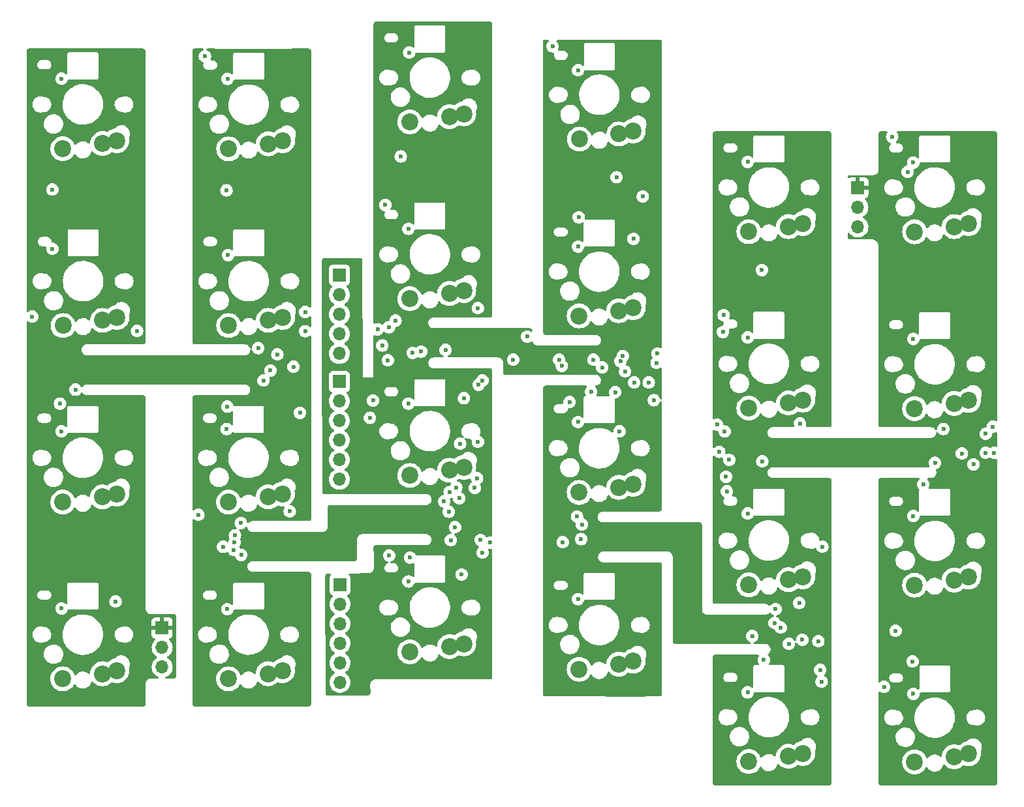
<source format=gbr>
%TF.GenerationSoftware,KiCad,Pcbnew,(6.99.0-4085-g6c752680d7)*%
%TF.CreationDate,2022-11-14T17:23:02+08:00*%
%TF.ProjectId,Left Flex PCB,4c656674-2046-46c6-9578-205043422e6b,rev?*%
%TF.SameCoordinates,Original*%
%TF.FileFunction,Copper,L3,Inr*%
%TF.FilePolarity,Positive*%
%FSLAX46Y46*%
G04 Gerber Fmt 4.6, Leading zero omitted, Abs format (unit mm)*
G04 Created by KiCad (PCBNEW (6.99.0-4085-g6c752680d7)) date 2022-11-14 17:23:02*
%MOMM*%
%LPD*%
G01*
G04 APERTURE LIST*
%TA.AperFunction,ComponentPad*%
%ADD10C,2.200000*%
%TD*%
%TA.AperFunction,ComponentPad*%
%ADD11R,1.700000X1.700000*%
%TD*%
%TA.AperFunction,ComponentPad*%
%ADD12O,1.700000X1.700000*%
%TD*%
%TA.AperFunction,ViaPad*%
%ADD13C,0.600000*%
%TD*%
G04 APERTURE END LIST*
D10*
%TO.N,Net-(D16-A)_1*%
%TO.C,SW23*%
X51165795Y-50294998D03*
%TO.N,row1*%
X56305795Y-49624998D03*
X58165795Y-49244998D03*
%TD*%
%TO.N,Net-(D10-A)_1*%
%TO.C,SW12*%
X118147194Y-117903200D03*
%TO.N,row4*%
X123287194Y-117233200D03*
X125147194Y-116853200D03*
%TD*%
%TO.N,Net-(D32-A)_1*%
%TO.C,SW7*%
X140158995Y-106946400D03*
%TO.N,row3*%
X145298995Y-106276400D03*
X147158995Y-105896400D03*
%TD*%
%TO.N,Net-(D12-A)*%
%TO.C,SW16*%
X96176194Y-92731800D03*
%TO.N,row3*%
X101316194Y-92061800D03*
X103176194Y-91681800D03*
%TD*%
%TO.N,Net-(D15-A)*%
%TO.C,SW21*%
X72654194Y-96192800D03*
%TO.N,row3*%
X77794194Y-95522800D03*
X79654194Y-95142800D03*
%TD*%
%TO.N,Net-(D10-A)*%
%TO.C,SW11*%
X118147194Y-94941600D03*
%TO.N,row3*%
X123287194Y-94271600D03*
X125147194Y-93891600D03*
%TD*%
%TO.N,Net-(D14-A)_1*%
%TO.C,SW19*%
X72679594Y-50320400D03*
%TO.N,row1*%
X77819594Y-49650400D03*
X79679594Y-49270400D03*
%TD*%
%TO.N,Net-(D12-A)_1*%
%TO.C,SW17*%
X96176194Y-115642600D03*
%TO.N,row4*%
X101316194Y-114972600D03*
X103176194Y-114592600D03*
%TD*%
%TO.N,Net-(D31-A)_1*%
%TO.C,SW5*%
X140158995Y-61074000D03*
%TO.N,row1*%
X145298995Y-60404000D03*
X147158995Y-60024000D03*
%TD*%
%TO.N,Net-(D9-A)_1*%
%TO.C,SW9*%
X118172594Y-49043800D03*
%TO.N,row1*%
X123312594Y-48373800D03*
X125172594Y-47993800D03*
%TD*%
%TO.N,row1*%
%TO.C,SW14*%
X103176194Y-45758600D03*
X101316194Y-46138600D03*
%TO.N,Net-(D11-A)_1*%
X96176194Y-46808600D03*
%TD*%
%TO.N,Net-(D11-A)*%
%TO.C,SW15*%
X96176194Y-69770200D03*
%TO.N,row2*%
X101316194Y-69100200D03*
X103176194Y-68720200D03*
%TD*%
%TO.N,Net-(D13-A)*%
%TO.C,SW1*%
X161663394Y-61080601D03*
%TO.N,row1*%
X166803394Y-60410601D03*
X168663394Y-60030601D03*
%TD*%
%TO.N,Net-(D16-A)*%
%TO.C,SW24*%
X51191195Y-73256598D03*
%TO.N,row2*%
X56331195Y-72586598D03*
X58191195Y-72206598D03*
%TD*%
%TO.N,Net-(D32-A)*%
%TO.C,SW8*%
X140158995Y-129882600D03*
%TO.N,row4*%
X145298995Y-129212600D03*
X147158995Y-128832600D03*
%TD*%
%TO.N,Net-(D9-A)*%
%TO.C,SW10*%
X118147194Y-72005400D03*
%TO.N,row2*%
X123287194Y-71335400D03*
X125147194Y-70955400D03*
%TD*%
%TO.N,Net-(D17-A)_1*%
%TO.C,SW25*%
X51165795Y-96192798D03*
%TO.N,row3*%
X56305795Y-95522798D03*
X58165795Y-95142798D03*
%TD*%
%TO.N,Net-(D17-A)*%
%TO.C,SW26*%
X51165795Y-119154398D03*
%TO.N,row4*%
X56305795Y-118484398D03*
X58165795Y-118104398D03*
%TD*%
%TO.N,Net-(D14-A)*%
%TO.C,SW20*%
X72679594Y-73256600D03*
%TO.N,row2*%
X77819594Y-72586600D03*
X79679594Y-72206600D03*
%TD*%
%TO.N,Net-(D13-A)_1*%
%TO.C,SW2*%
X161663394Y-84042201D03*
%TO.N,row2*%
X166803394Y-83372201D03*
X168663394Y-82992201D03*
%TD*%
%TO.N,Net-(D15-A)_1*%
%TO.C,SW22*%
X72654194Y-119154400D03*
%TO.N,row4*%
X77794194Y-118484400D03*
X79654194Y-118104400D03*
%TD*%
%TO.N,Net-(D31-A)*%
%TO.C,SW6*%
X140158995Y-83984800D03*
%TO.N,row2*%
X145298995Y-83314800D03*
X147158995Y-82934800D03*
%TD*%
%TO.N,Net-(D1-A)*%
%TO.C,SW3*%
X161663394Y-106978401D03*
%TO.N,row3*%
X166803394Y-106308401D03*
X168663394Y-105928401D03*
%TD*%
%TO.N,Net-(D1-A)_1*%
%TO.C,SW4*%
X161663394Y-129940001D03*
%TO.N,row4*%
X166803394Y-129270001D03*
X168663394Y-128890001D03*
%TD*%
D11*
%TO.N,Vcc*%
%TO.C,J3*%
X154305393Y-55364399D03*
D12*
%TO.N,Gnd*%
X154305393Y-57904399D03*
%TO.N,Din*%
X154305393Y-60444399D03*
%TD*%
D11*
%TO.N,col3*%
%TO.C,J2*%
X87039793Y-66719198D03*
D12*
%TO.N,row1*%
X87039793Y-69259198D03*
%TO.N,col2*%
X87039793Y-71799198D03*
%TO.N,col1*%
X87039793Y-74339198D03*
%TO.N,row2*%
X87039793Y-76879198D03*
%TD*%
D11*
%TO.N,row4*%
%TO.C,J4*%
X87039793Y-80536798D03*
D12*
%TO.N,row3*%
X87039793Y-83076798D03*
%TO.N,col4*%
X87039793Y-85616798D03*
%TO.N,col5*%
X87039793Y-88156798D03*
%TO.N,col6*%
X87039793Y-90696798D03*
%TO.N,row5*%
X87039793Y-93236798D03*
%TD*%
D11*
%TO.N,Vcc*%
%TO.C,J5*%
X64045393Y-112534399D03*
D12*
%TO.N,Gnd*%
X64045393Y-115074399D03*
%TO.N,Dout*%
X64045393Y-117614399D03*
%TD*%
D11*
%TO.N,col5*%
%TO.C,J1*%
X87115393Y-106904399D03*
D12*
%TO.N,col6*%
X87115393Y-109444399D03*
%TO.N,col4*%
X87115393Y-111984399D03*
%TO.N,row5*%
X87115393Y-114524399D03*
%TO.N,col2*%
X87115393Y-117064399D03*
%TO.N,col3*%
X87115393Y-119604399D03*
%TD*%
D13*
%TO.N,col1*%
X127837750Y-82962250D03*
X143500000Y-111900000D03*
X124100000Y-79224500D03*
X164300000Y-91100000D03*
%TO.N,col2*%
X128200000Y-78100000D03*
X123500000Y-77900000D03*
X143624500Y-110100000D03*
X136037446Y-86137446D03*
X93495142Y-103119642D03*
%TO.N,col3*%
X111400000Y-74700000D03*
X109600000Y-77700000D03*
X101500000Y-101135399D03*
X104600000Y-94350000D03*
%TO.N,col4*%
X105349803Y-101099803D03*
X96550000Y-76800000D03*
X105000000Y-71000000D03*
%TO.N,col5*%
X73500000Y-100500000D03*
X81075394Y-78614400D03*
X101250000Y-97450000D03*
X82600000Y-71500000D03*
X82600000Y-74000000D03*
%TO.N,col6*%
X60800000Y-73950000D03*
X73450000Y-101400000D03*
X68750000Y-97850000D03*
X101350000Y-94900000D03*
X52800000Y-81600000D03*
%TO.N,row1*%
X92600000Y-75850000D03*
X128300000Y-76900000D03*
X123814085Y-77219483D03*
X170879122Y-87320878D03*
X171800000Y-86400000D03*
%TO.N,row3*%
X123400000Y-87000000D03*
X122822194Y-81922194D03*
X140600000Y-113600000D03*
X169300000Y-91300000D03*
X167800000Y-89875500D03*
X78100000Y-79100000D03*
X117866990Y-98066990D03*
%TO.N,row2*%
X102600000Y-95700000D03*
X102200000Y-94300000D03*
X146800000Y-86000000D03*
X80600000Y-97400000D03*
X94325000Y-72625000D03*
X115550000Y-77700000D03*
X144300000Y-112500000D03*
X105100000Y-80950000D03*
X93324500Y-77775500D03*
X73350000Y-102400000D03*
X93475000Y-73475000D03*
X71945878Y-102004122D03*
X120000000Y-77700000D03*
X79000000Y-77000000D03*
X137600000Y-90700000D03*
X104900000Y-93100000D03*
X137200000Y-92900000D03*
X102050000Y-99450000D03*
%TO.N,row4*%
X172000000Y-89800000D03*
X74258010Y-98908010D03*
X74300000Y-103050000D03*
X121129122Y-78700000D03*
X77200000Y-80400000D03*
X170879622Y-89800000D03*
X118400000Y-101000000D03*
X81924500Y-84600000D03*
X105601391Y-80392899D03*
X105600000Y-102750000D03*
X115900000Y-78500000D03*
X106575894Y-101450000D03*
X118500000Y-99100000D03*
%TO.N,row5*%
X91000000Y-85250000D03*
%TO.N,Vcc*%
X123500000Y-59600000D03*
X56500000Y-60800000D03*
X101500000Y-80500000D03*
X121100000Y-54100000D03*
X102700000Y-104200000D03*
X123400000Y-105500000D03*
X58000000Y-38800000D03*
X167000000Y-71600000D03*
X158700000Y-52050000D03*
X167000000Y-117500000D03*
X168250000Y-49600000D03*
X70500000Y-55800000D03*
X79300000Y-107700000D03*
X101500000Y-57500000D03*
X78000000Y-83900000D03*
X101500000Y-34600000D03*
X167000000Y-94400000D03*
X145500000Y-117600000D03*
X78100000Y-60700000D03*
X139950000Y-66150000D03*
X145500000Y-71600000D03*
X123500000Y-82700000D03*
X93300000Y-51100000D03*
X47900000Y-55600000D03*
X145500000Y-48800000D03*
X56500000Y-106800000D03*
X79400000Y-38800000D03*
X56500000Y-83900000D03*
X123495319Y-36741838D03*
X145500000Y-94700000D03*
%TO.N,Net-(D3-DOUT)*%
X165400000Y-86700000D03*
X162800000Y-93900000D03*
%TO.N,Net-(D18-DIN)*%
X161400000Y-116900000D03*
X159200000Y-112900000D03*
%TO.N,Net-(D5-DOUT)*%
X137300000Y-94800000D03*
X149600000Y-119500000D03*
%TO.N,Net-(D18-DOUT)*%
X157700000Y-120200000D03*
X142100000Y-116700000D03*
X149700000Y-102000000D03*
X141900000Y-90900000D03*
%TO.N,Net-(D33-DIN)*%
X136900000Y-71900000D03*
X137020878Y-87020878D03*
%TO.N,Net-(D10-A)*%
X125275394Y-80664400D03*
%TO.N,Net-(D10-A)_1*%
X127175394Y-80664400D03*
%TO.N,Gnd*%
X96100000Y-37800000D03*
X161500000Y-121100000D03*
X72500000Y-110100000D03*
X49800000Y-63300000D03*
X96000000Y-83400000D03*
X95000000Y-51300000D03*
X51000000Y-41200000D03*
X140000000Y-120900000D03*
X160750000Y-53300000D03*
X51000000Y-110000000D03*
X161500000Y-52100000D03*
X140000000Y-74800000D03*
X118000000Y-108800000D03*
X96000000Y-60700000D03*
X161500000Y-75000000D03*
X140000000Y-97675500D03*
X51000000Y-87000000D03*
X140000000Y-52000000D03*
X161500000Y-98000000D03*
X118000000Y-40100000D03*
X72600000Y-64100000D03*
X72400000Y-86700000D03*
X141850000Y-66050000D03*
X118000000Y-63000000D03*
X72529594Y-41229594D03*
X96000000Y-106500000D03*
X118000000Y-85800000D03*
X49800000Y-55600000D03*
X72400000Y-55700000D03*
X123000000Y-54000000D03*
%TO.N,Din*%
X158750000Y-48750000D03*
%TO.N,Dout*%
X58000000Y-109100000D03*
%TO.N,Net-(D19-DOUT)*%
X118100000Y-59200000D03*
X126400000Y-56500000D03*
%TO.N,Net-(D19-DIN)*%
X136800000Y-74100000D03*
X116008746Y-101408746D03*
X119700000Y-81842100D03*
X114700000Y-37000000D03*
X145350000Y-114600000D03*
X136312447Y-89662447D03*
%TO.N,Net-(D21-DOUT)*%
X116900000Y-83200000D03*
X125200000Y-62000000D03*
%TO.N,Net-(D25-DOUT)*%
X100800000Y-76424500D03*
X105000000Y-88350000D03*
X97650000Y-76650000D03*
X96200000Y-103400000D03*
%TO.N,Net-(D32-A)_1*%
X147084619Y-114073625D03*
X146700000Y-109300000D03*
%TO.N,Net-(D32-A)*%
X149175394Y-114264400D03*
X149400000Y-118000000D03*
%TO.N,Net-(D37-DOUT)*%
X102900000Y-105600000D03*
X102700000Y-88600000D03*
%TO.N,Net-(D39-DOUT)*%
X93000000Y-57600000D03*
X103200000Y-82700000D03*
%TO.N,Net-(D43-DOUT)*%
X92000000Y-73750000D03*
X91400000Y-83000000D03*
X100600000Y-96100000D03*
X69600000Y-38300000D03*
%TO.N,Net-(D47-DOUT)*%
X72500000Y-83800000D03*
X76500000Y-76200000D03*
%TO.N,Net-(D55-DOUT)*%
X47200000Y-72100000D03*
X50800000Y-83400000D03*
%TD*%
%TA.AperFunction,Conductor*%
%TO.N,Vcc*%
G36*
X102534819Y-33784459D02*
G01*
X102534814Y-33787523D01*
X102534984Y-33787496D01*
X102534984Y-33784497D01*
X102557423Y-33784499D01*
X102557633Y-33784499D01*
X102579834Y-33784538D01*
X102579828Y-33787757D01*
X102579995Y-33787785D01*
X102579995Y-33784501D01*
X106535504Y-33784895D01*
X106535514Y-33784899D01*
X106565479Y-33784899D01*
X106585188Y-33786450D01*
X106626667Y-33793019D01*
X106648237Y-33796435D01*
X106685729Y-33808617D01*
X106733659Y-33833038D01*
X106765551Y-33856208D01*
X106803588Y-33894244D01*
X106826760Y-33926137D01*
X106851181Y-33974065D01*
X106863364Y-34011558D01*
X106873343Y-34074563D01*
X106874894Y-34094274D01*
X106874894Y-71899482D01*
X106873343Y-71919192D01*
X106867018Y-71959131D01*
X106863358Y-71982238D01*
X106851175Y-72019732D01*
X106826754Y-72067660D01*
X106803583Y-72099551D01*
X106765550Y-72137584D01*
X106733659Y-72160755D01*
X106685727Y-72185177D01*
X106648237Y-72197358D01*
X106603639Y-72204421D01*
X106585157Y-72207348D01*
X106565449Y-72208899D01*
X99275411Y-72208899D01*
X99275390Y-72208897D01*
X99275390Y-72208894D01*
X99275101Y-72208894D01*
X99206397Y-72208895D01*
X99139067Y-72222289D01*
X99077133Y-72234609D01*
X99077128Y-72234610D01*
X99071063Y-72235817D01*
X99056583Y-72241815D01*
X98949304Y-72286252D01*
X98949301Y-72286254D01*
X98943581Y-72288623D01*
X98938435Y-72292061D01*
X98938434Y-72292062D01*
X98935520Y-72294009D01*
X98828850Y-72365285D01*
X98731280Y-72462856D01*
X98727841Y-72468002D01*
X98727840Y-72468004D01*
X98712435Y-72491060D01*
X98654619Y-72577588D01*
X98647288Y-72595287D01*
X98613283Y-72677383D01*
X98601814Y-72705071D01*
X98600606Y-72711144D01*
X98596188Y-72733356D01*
X98574895Y-72840406D01*
X98574895Y-72869517D01*
X98574894Y-72869518D01*
X98574894Y-72949281D01*
X98574899Y-72949292D01*
X98574901Y-72949316D01*
X98574901Y-72978392D01*
X98601821Y-73113726D01*
X98654625Y-73241208D01*
X98679263Y-73278082D01*
X98727849Y-73350798D01*
X98727852Y-73350802D01*
X98731284Y-73355938D01*
X98828854Y-73453509D01*
X98851883Y-73468897D01*
X98919108Y-73513816D01*
X98943584Y-73530171D01*
X98949309Y-73532542D01*
X98949310Y-73532543D01*
X99040904Y-73570483D01*
X99071064Y-73582976D01*
X99077129Y-73584183D01*
X99077134Y-73584184D01*
X99145854Y-73597854D01*
X99206398Y-73609898D01*
X99252803Y-73609899D01*
X99275390Y-73609899D01*
X99315264Y-73609900D01*
X99315272Y-73609900D01*
X99315274Y-73609899D01*
X111765479Y-73609899D01*
X111785188Y-73611450D01*
X111826667Y-73618019D01*
X111848237Y-73621435D01*
X111885729Y-73633617D01*
X111933659Y-73658038D01*
X111965551Y-73681208D01*
X112003588Y-73719244D01*
X112026760Y-73751137D01*
X112051181Y-73799065D01*
X112063364Y-73836558D01*
X112073343Y-73899563D01*
X112074894Y-73919274D01*
X112074894Y-73941228D01*
X112054892Y-74009349D01*
X112001236Y-74055842D01*
X111930962Y-74065946D01*
X111881859Y-74047916D01*
X111753015Y-73966957D01*
X111581047Y-73906783D01*
X111574020Y-73905991D01*
X111574019Y-73905991D01*
X111407029Y-73887176D01*
X111400000Y-73886384D01*
X111392971Y-73887176D01*
X111225981Y-73905991D01*
X111225980Y-73905991D01*
X111218953Y-73906783D01*
X111046985Y-73966957D01*
X111040993Y-73970722D01*
X110994398Y-74000000D01*
X110892719Y-74063889D01*
X110763889Y-74192719D01*
X110760122Y-74198714D01*
X110675110Y-74334010D01*
X110666957Y-74346985D01*
X110606783Y-74518953D01*
X110605991Y-74525980D01*
X110605991Y-74525981D01*
X110593158Y-74639878D01*
X110586384Y-74700000D01*
X110587176Y-74707029D01*
X110605963Y-74873765D01*
X110606783Y-74881047D01*
X110666957Y-75053015D01*
X110670722Y-75059007D01*
X110707135Y-75116957D01*
X110763889Y-75207281D01*
X110892719Y-75336111D01*
X110898714Y-75339878D01*
X111008912Y-75409120D01*
X111046985Y-75433043D01*
X111218953Y-75493217D01*
X111225980Y-75494009D01*
X111225981Y-75494009D01*
X111311682Y-75503665D01*
X111388223Y-75512289D01*
X111392971Y-75512824D01*
X111400000Y-75513616D01*
X111407029Y-75512824D01*
X111411778Y-75512289D01*
X111488318Y-75503665D01*
X111574019Y-75494009D01*
X111574020Y-75494009D01*
X111581047Y-75493217D01*
X111753015Y-75433043D01*
X111791088Y-75409120D01*
X111901287Y-75339878D01*
X111901291Y-75339875D01*
X111907281Y-75336111D01*
X111912289Y-75331103D01*
X111913701Y-75329977D01*
X111979431Y-75303141D01*
X112049235Y-75316102D01*
X112100950Y-75364743D01*
X112108672Y-75380266D01*
X112154625Y-75491207D01*
X112162949Y-75503665D01*
X112227849Y-75600798D01*
X112227852Y-75600802D01*
X112231284Y-75605938D01*
X112328854Y-75703509D01*
X112443584Y-75780171D01*
X112571065Y-75832977D01*
X112706399Y-75859898D01*
X112752803Y-75859899D01*
X112752804Y-75859899D01*
X120235507Y-75859900D01*
X120235510Y-75859900D01*
X120275392Y-75859901D01*
X120354320Y-75859901D01*
X120361219Y-75858326D01*
X120361223Y-75858326D01*
X120457361Y-75836384D01*
X120508218Y-75824777D01*
X120514591Y-75821708D01*
X120514594Y-75821707D01*
X120644065Y-75759358D01*
X120650442Y-75756287D01*
X120655974Y-75751876D01*
X120655978Y-75751873D01*
X120768330Y-75662276D01*
X120768331Y-75662275D01*
X120773860Y-75657866D01*
X120793196Y-75633620D01*
X120867871Y-75539982D01*
X120867873Y-75539978D01*
X120872282Y-75534450D01*
X120882316Y-75513616D01*
X120937703Y-75398603D01*
X120940774Y-75392226D01*
X120975900Y-75238328D01*
X120975900Y-75080472D01*
X120940774Y-74926574D01*
X120930795Y-74905852D01*
X120875351Y-74790722D01*
X120875349Y-74790719D01*
X120872282Y-74784350D01*
X120867873Y-74778822D01*
X120867871Y-74778818D01*
X120778270Y-74666464D01*
X120773860Y-74660934D01*
X120749742Y-74641701D01*
X120655978Y-74566927D01*
X120655974Y-74566924D01*
X120650442Y-74562513D01*
X120623559Y-74549567D01*
X120514594Y-74497093D01*
X120514591Y-74497092D01*
X120508218Y-74494023D01*
X120443612Y-74479278D01*
X120361223Y-74460474D01*
X120361219Y-74460474D01*
X120354320Y-74458899D01*
X113785316Y-74458899D01*
X113765605Y-74457348D01*
X113702558Y-74447362D01*
X113665064Y-74435178D01*
X113617134Y-74410755D01*
X113585244Y-74387585D01*
X113547212Y-74349553D01*
X113524040Y-74317661D01*
X113516578Y-74303015D01*
X113499618Y-74269728D01*
X113487437Y-74232239D01*
X113483406Y-74206783D01*
X113477445Y-74169148D01*
X113475894Y-74149438D01*
X113475894Y-72005400D01*
X116533720Y-72005400D01*
X116553585Y-72257803D01*
X116554739Y-72262610D01*
X116554740Y-72262616D01*
X116585426Y-72390430D01*
X116612689Y-72503991D01*
X116614582Y-72508562D01*
X116614583Y-72508564D01*
X116706762Y-72731103D01*
X116709578Y-72737902D01*
X116841866Y-72953776D01*
X117006296Y-73146298D01*
X117010052Y-73149506D01*
X117010909Y-73150238D01*
X117198818Y-73310728D01*
X117414692Y-73443016D01*
X117419262Y-73444909D01*
X117419266Y-73444911D01*
X117636698Y-73534974D01*
X117648603Y-73539905D01*
X117733226Y-73560221D01*
X117889978Y-73597854D01*
X117889984Y-73597855D01*
X117894791Y-73599009D01*
X118147194Y-73618874D01*
X118399597Y-73599009D01*
X118404404Y-73597855D01*
X118404410Y-73597854D01*
X118561162Y-73560221D01*
X118645785Y-73539905D01*
X118657690Y-73534974D01*
X118875122Y-73444911D01*
X118875126Y-73444909D01*
X118879696Y-73443016D01*
X119095570Y-73310728D01*
X119283479Y-73150238D01*
X119284336Y-73149506D01*
X119288092Y-73146298D01*
X119452522Y-72953776D01*
X119584810Y-72737902D01*
X119586655Y-72739033D01*
X119629218Y-72693989D01*
X119698137Y-72676940D01*
X119765333Y-72699858D01*
X119795346Y-72729736D01*
X119895983Y-72871060D01*
X119905635Y-72884615D01*
X119909977Y-72888755D01*
X120044432Y-73016957D01*
X120058848Y-73030703D01*
X120236940Y-73145156D01*
X120242514Y-73147388D01*
X120242515Y-73147388D01*
X120265983Y-73156783D01*
X120433473Y-73223836D01*
X120641345Y-73263900D01*
X120799997Y-73263900D01*
X120870322Y-73257185D01*
X120951957Y-73249390D01*
X120951961Y-73249389D01*
X120957933Y-73248819D01*
X121101095Y-73206783D01*
X121155291Y-73190870D01*
X121155293Y-73190869D01*
X121161056Y-73189177D01*
X121349220Y-73092171D01*
X121515626Y-72961308D01*
X121526737Y-72948486D01*
X121650326Y-72805857D01*
X121650326Y-72805856D01*
X121654259Y-72801318D01*
X121676485Y-72762821D01*
X121757105Y-72623183D01*
X121757108Y-72623177D01*
X121760107Y-72617982D01*
X121762069Y-72612314D01*
X121762071Y-72612309D01*
X121827385Y-72423597D01*
X121827386Y-72423593D01*
X121829347Y-72417927D01*
X121830038Y-72413121D01*
X121865343Y-72351970D01*
X121928448Y-72319438D01*
X121999123Y-72326187D01*
X122048104Y-72361331D01*
X122143083Y-72472537D01*
X122143088Y-72472542D01*
X122146296Y-72476298D01*
X122338818Y-72640728D01*
X122554692Y-72773016D01*
X122559262Y-72774909D01*
X122559266Y-72774911D01*
X122733281Y-72846990D01*
X122788603Y-72869905D01*
X122829515Y-72879727D01*
X123029978Y-72927854D01*
X123029984Y-72927855D01*
X123034791Y-72929009D01*
X123287194Y-72948874D01*
X123539597Y-72929009D01*
X123544404Y-72927855D01*
X123544410Y-72927854D01*
X123744873Y-72879727D01*
X123785785Y-72869905D01*
X123841107Y-72846990D01*
X124015122Y-72774911D01*
X124015126Y-72774909D01*
X124019696Y-72773016D01*
X124235570Y-72640728D01*
X124428092Y-72476298D01*
X124429083Y-72477458D01*
X124485449Y-72446679D01*
X124560450Y-72453391D01*
X124585613Y-72463814D01*
X124635547Y-72484497D01*
X124648603Y-72489905D01*
X124707276Y-72503991D01*
X124889978Y-72547854D01*
X124889984Y-72547855D01*
X124894791Y-72549009D01*
X125147194Y-72568874D01*
X125399597Y-72549009D01*
X125404404Y-72547855D01*
X125404410Y-72547854D01*
X125587112Y-72503991D01*
X125645785Y-72489905D01*
X125658018Y-72484838D01*
X125875122Y-72394911D01*
X125875126Y-72394909D01*
X125879696Y-72393016D01*
X126095570Y-72260728D01*
X126288092Y-72096298D01*
X126452522Y-71903776D01*
X126584810Y-71687902D01*
X126587650Y-71681047D01*
X126679805Y-71458564D01*
X126679806Y-71458562D01*
X126681699Y-71453991D01*
X126705941Y-71353015D01*
X126739648Y-71212616D01*
X126739649Y-71212610D01*
X126740803Y-71207803D01*
X126760668Y-70955400D01*
X126740803Y-70702997D01*
X126739649Y-70698190D01*
X126739648Y-70698184D01*
X126726835Y-70644816D01*
X126730382Y-70573908D01*
X126740234Y-70552403D01*
X126745535Y-70543221D01*
X126760107Y-70517982D01*
X126762069Y-70512314D01*
X126762071Y-70512309D01*
X126796860Y-70411791D01*
X126829347Y-70317927D01*
X126840934Y-70237337D01*
X126858621Y-70114327D01*
X126858621Y-70114322D01*
X126859475Y-70108384D01*
X126849402Y-69896926D01*
X126799492Y-69691196D01*
X126790882Y-69672341D01*
X126737733Y-69555963D01*
X126711550Y-69498629D01*
X126700825Y-69483567D01*
X126592234Y-69331073D01*
X126592233Y-69331071D01*
X126588753Y-69326185D01*
X126518044Y-69258764D01*
X126439878Y-69184233D01*
X126439876Y-69184232D01*
X126435540Y-69180097D01*
X126257448Y-69065644D01*
X126248821Y-69062190D01*
X126163575Y-69028063D01*
X126060915Y-68986964D01*
X125853043Y-68946900D01*
X125694391Y-68946900D01*
X125624066Y-68953615D01*
X125542431Y-68961410D01*
X125542427Y-68961411D01*
X125536455Y-68961981D01*
X125443772Y-68989195D01*
X125339097Y-69019930D01*
X125339095Y-69019931D01*
X125333332Y-69021623D01*
X125145168Y-69118629D01*
X124978762Y-69249492D01*
X124974835Y-69254025D01*
X124974834Y-69254025D01*
X124904435Y-69335269D01*
X124838625Y-69375275D01*
X124648603Y-69420895D01*
X124644032Y-69422788D01*
X124644030Y-69422789D01*
X124419266Y-69515889D01*
X124419262Y-69515891D01*
X124414692Y-69517784D01*
X124198818Y-69650072D01*
X124006296Y-69814502D01*
X124005305Y-69813342D01*
X123948939Y-69844121D01*
X123873938Y-69837409D01*
X123790358Y-69802789D01*
X123790356Y-69802788D01*
X123785785Y-69800895D01*
X123661371Y-69771026D01*
X123544410Y-69742946D01*
X123544404Y-69742945D01*
X123539597Y-69741791D01*
X123287194Y-69721926D01*
X123034791Y-69741791D01*
X123029984Y-69742945D01*
X123029978Y-69742946D01*
X122913017Y-69771026D01*
X122788603Y-69800895D01*
X122784032Y-69802788D01*
X122784030Y-69802789D01*
X122559266Y-69895889D01*
X122559262Y-69895891D01*
X122554692Y-69897784D01*
X122338818Y-70030072D01*
X122146296Y-70194502D01*
X121981866Y-70387024D01*
X121849578Y-70602898D01*
X121847685Y-70607468D01*
X121847683Y-70607472D01*
X121754583Y-70832236D01*
X121752689Y-70836809D01*
X121738615Y-70895433D01*
X121696281Y-71071769D01*
X121693585Y-71082997D01*
X121682239Y-71227156D01*
X121681933Y-71231049D01*
X121656647Y-71297390D01*
X121599509Y-71339530D01*
X121528659Y-71344089D01*
X121469372Y-71312355D01*
X121453676Y-71297390D01*
X121435540Y-71280097D01*
X121257448Y-71165644D01*
X121060915Y-71086964D01*
X120853043Y-71046900D01*
X120694391Y-71046900D01*
X120624066Y-71053615D01*
X120542431Y-71061410D01*
X120542427Y-71061411D01*
X120536455Y-71061981D01*
X120448077Y-71087931D01*
X120339097Y-71119930D01*
X120339095Y-71119931D01*
X120333332Y-71121623D01*
X120145168Y-71218629D01*
X119978762Y-71349492D01*
X119974835Y-71354024D01*
X119974834Y-71354025D01*
X119867263Y-71478168D01*
X119807537Y-71516551D01*
X119736540Y-71516551D01*
X119676814Y-71478167D01*
X119655630Y-71443873D01*
X119586705Y-71277472D01*
X119586703Y-71277468D01*
X119584810Y-71272898D01*
X119452522Y-71057024D01*
X119288092Y-70864502D01*
X119095570Y-70700072D01*
X119073234Y-70686384D01*
X118883916Y-70570370D01*
X118879696Y-70567784D01*
X118875126Y-70565891D01*
X118875122Y-70565889D01*
X118650358Y-70472789D01*
X118650356Y-70472788D01*
X118645785Y-70470895D01*
X118526561Y-70442272D01*
X118404410Y-70412946D01*
X118404404Y-70412945D01*
X118399597Y-70411791D01*
X118147194Y-70391926D01*
X117894791Y-70411791D01*
X117889984Y-70412945D01*
X117889978Y-70412946D01*
X117767827Y-70442272D01*
X117648603Y-70470895D01*
X117644032Y-70472788D01*
X117644030Y-70472789D01*
X117419266Y-70565889D01*
X117419262Y-70565891D01*
X117414692Y-70567784D01*
X117410472Y-70570370D01*
X117221155Y-70686384D01*
X117198818Y-70700072D01*
X117006296Y-70864502D01*
X116841866Y-71057024D01*
X116709578Y-71272898D01*
X116707685Y-71277468D01*
X116707683Y-71277472D01*
X116618979Y-71491624D01*
X116612689Y-71506809D01*
X116610820Y-71514595D01*
X116556467Y-71740993D01*
X116553585Y-71752997D01*
X116533720Y-72005400D01*
X113475894Y-72005400D01*
X113475894Y-68852091D01*
X115674879Y-68852091D01*
X115705288Y-69076575D01*
X115707036Y-69081954D01*
X115707036Y-69081955D01*
X115716339Y-69110585D01*
X115775291Y-69292021D01*
X115882638Y-69491506D01*
X115886160Y-69495922D01*
X115886163Y-69495927D01*
X116018318Y-69661644D01*
X116023880Y-69668618D01*
X116028139Y-69672339D01*
X116028141Y-69672341D01*
X116111215Y-69744920D01*
X116194476Y-69817663D01*
X116199335Y-69820566D01*
X116199339Y-69820569D01*
X116299019Y-69880125D01*
X116388944Y-69933853D01*
X116493742Y-69973184D01*
X116595738Y-70011464D01*
X116595740Y-70011465D01*
X116601033Y-70013451D01*
X116731764Y-70037175D01*
X116818355Y-70052889D01*
X116818357Y-70052889D01*
X116823927Y-70053900D01*
X116993716Y-70053900D01*
X117162816Y-70038681D01*
X117168271Y-70037176D01*
X117168274Y-70037175D01*
X117375727Y-69979921D01*
X117375728Y-69979921D01*
X117381187Y-69978414D01*
X117585287Y-69880125D01*
X117596581Y-69871920D01*
X117676389Y-69813935D01*
X117768557Y-69746971D01*
X117925106Y-69583234D01*
X117966602Y-69520370D01*
X118046783Y-69398901D01*
X118046784Y-69398899D01*
X118049903Y-69394174D01*
X118138937Y-69185870D01*
X118189345Y-68965015D01*
X118199509Y-68738709D01*
X118169100Y-68514225D01*
X118162438Y-68493720D01*
X118146103Y-68443448D01*
X118099097Y-68298779D01*
X118022285Y-68156038D01*
X117994431Y-68104276D01*
X117994431Y-68104275D01*
X117991750Y-68099294D01*
X117988228Y-68094878D01*
X117988225Y-68094873D01*
X117854034Y-67926603D01*
X117854032Y-67926601D01*
X117850508Y-67922182D01*
X117843443Y-67916009D01*
X117684179Y-67776865D01*
X117679912Y-67773137D01*
X117675053Y-67770234D01*
X117675049Y-67770231D01*
X117499207Y-67665170D01*
X117485444Y-67656947D01*
X117300685Y-67587606D01*
X117278650Y-67579336D01*
X117278648Y-67579335D01*
X117273355Y-67577349D01*
X117113303Y-67548304D01*
X117056033Y-67537911D01*
X117056031Y-67537911D01*
X117050461Y-67536900D01*
X116880672Y-67536900D01*
X116711572Y-67552119D01*
X116706117Y-67553624D01*
X116706114Y-67553625D01*
X116530076Y-67602209D01*
X116493201Y-67612386D01*
X116289101Y-67710675D01*
X116284522Y-67714002D01*
X116284520Y-67714003D01*
X116231709Y-67752373D01*
X116105831Y-67843829D01*
X116046162Y-67906238D01*
X115991173Y-67963752D01*
X115949282Y-68007566D01*
X115946165Y-68012288D01*
X115831291Y-68186316D01*
X115824485Y-68196626D01*
X115735451Y-68404930D01*
X115685043Y-68625785D01*
X115674879Y-68852091D01*
X113475894Y-68852091D01*
X113475894Y-66255400D01*
X114191611Y-66255400D01*
X114211894Y-66461334D01*
X114213690Y-66467254D01*
X114213691Y-66467260D01*
X114245233Y-66571240D01*
X114271962Y-66659354D01*
X114369509Y-66841850D01*
X114500784Y-67001810D01*
X114660744Y-67133085D01*
X114843240Y-67230632D01*
X114862008Y-67236325D01*
X115035334Y-67288903D01*
X115035340Y-67288904D01*
X115041260Y-67290700D01*
X115114374Y-67297901D01*
X115192506Y-67305597D01*
X115192513Y-67305597D01*
X115195586Y-67305900D01*
X115298802Y-67305900D01*
X115301875Y-67305597D01*
X115301882Y-67305597D01*
X115380014Y-67297901D01*
X115453128Y-67290700D01*
X115459048Y-67288904D01*
X115459054Y-67288903D01*
X115632381Y-67236325D01*
X115668956Y-67230900D01*
X115716667Y-67230900D01*
X115864573Y-67215859D01*
X116053872Y-67156467D01*
X116227340Y-67060184D01*
X116377876Y-66930953D01*
X116382015Y-66925606D01*
X116495406Y-66779118D01*
X116495408Y-66779114D01*
X116499316Y-66774066D01*
X116586689Y-66595944D01*
X116593138Y-66571037D01*
X116634818Y-66410061D01*
X116634819Y-66410057D01*
X116636418Y-66403880D01*
X116636741Y-66397506D01*
X116636742Y-66397501D01*
X116639840Y-66336406D01*
X118117953Y-66336406D01*
X118147836Y-66658895D01*
X118167572Y-66749013D01*
X118210528Y-66945156D01*
X118217122Y-66975267D01*
X118218412Y-66978927D01*
X118218412Y-66978928D01*
X118318829Y-67263889D01*
X118324762Y-67280727D01*
X118326487Y-67284191D01*
X118326489Y-67284196D01*
X118466084Y-67564540D01*
X118469124Y-67570645D01*
X118533454Y-67667729D01*
X118645875Y-67837391D01*
X118645881Y-67837399D01*
X118648018Y-67840624D01*
X118650542Y-67843570D01*
X118855440Y-68082727D01*
X118858735Y-68086573D01*
X118861599Y-68089184D01*
X118861604Y-68089189D01*
X119008033Y-68222676D01*
X119098078Y-68304763D01*
X119362420Y-68491887D01*
X119365830Y-68493718D01*
X119365833Y-68493720D01*
X119644347Y-68643279D01*
X119644354Y-68643282D01*
X119647754Y-68645108D01*
X119949754Y-68762103D01*
X120049305Y-68787141D01*
X120260072Y-68840152D01*
X120260079Y-68840153D01*
X120263843Y-68841100D01*
X120585259Y-68880900D01*
X120828081Y-68880900D01*
X120841518Y-68880071D01*
X121066582Y-68866190D01*
X121066589Y-68866189D01*
X121070450Y-68865951D01*
X121388806Y-68806440D01*
X121697436Y-68708258D01*
X121734632Y-68691145D01*
X121988139Y-68574514D01*
X121988147Y-68574510D01*
X121991661Y-68572893D01*
X122040736Y-68542507D01*
X122263713Y-68404446D01*
X122263715Y-68404445D01*
X122267022Y-68402397D01*
X122298433Y-68377121D01*
X122516320Y-68201788D01*
X122516324Y-68201785D01*
X122519343Y-68199355D01*
X122744800Y-67966844D01*
X122939976Y-67708390D01*
X122966918Y-67661726D01*
X123027808Y-67556261D01*
X123101911Y-67427910D01*
X123153160Y-67306829D01*
X123226638Y-67133232D01*
X123226641Y-67133224D01*
X123228151Y-67129656D01*
X123316783Y-66818149D01*
X123321072Y-66790522D01*
X123361578Y-66529573D01*
X123366462Y-66498111D01*
X123367307Y-66470691D01*
X123372410Y-66305063D01*
X124847922Y-66305063D01*
X124848889Y-66311375D01*
X124848889Y-66311377D01*
X124875476Y-66484931D01*
X124877964Y-66501173D01*
X124946869Y-66687220D01*
X125051814Y-66855589D01*
X125188503Y-66999386D01*
X125193742Y-67003033D01*
X125193745Y-67003035D01*
X125337517Y-67103103D01*
X125351340Y-67112724D01*
X125533659Y-67190963D01*
X125539917Y-67192249D01*
X125539920Y-67192250D01*
X125630827Y-67210932D01*
X125727995Y-67230900D01*
X125825432Y-67230900D01*
X125862007Y-67236325D01*
X126035334Y-67288903D01*
X126035340Y-67288904D01*
X126041260Y-67290700D01*
X126114374Y-67297901D01*
X126192506Y-67305597D01*
X126192513Y-67305597D01*
X126195586Y-67305900D01*
X126298802Y-67305900D01*
X126301875Y-67305597D01*
X126301882Y-67305597D01*
X126380014Y-67297901D01*
X126453128Y-67290700D01*
X126459048Y-67288904D01*
X126459054Y-67288903D01*
X126632380Y-67236325D01*
X126651148Y-67230632D01*
X126833644Y-67133085D01*
X126993604Y-67001810D01*
X127124879Y-66841850D01*
X127222426Y-66659354D01*
X127249155Y-66571240D01*
X127280697Y-66467260D01*
X127280698Y-66467254D01*
X127282494Y-66461334D01*
X127302777Y-66255400D01*
X127282494Y-66049466D01*
X127280698Y-66043546D01*
X127280697Y-66043540D01*
X127237313Y-65900524D01*
X127222426Y-65851446D01*
X127124879Y-65668950D01*
X126993604Y-65508990D01*
X126833644Y-65377715D01*
X126651148Y-65280168D01*
X126602070Y-65265281D01*
X126459054Y-65221897D01*
X126459048Y-65221896D01*
X126453128Y-65220100D01*
X126380014Y-65212899D01*
X126301882Y-65205203D01*
X126301875Y-65205203D01*
X126298802Y-65204900D01*
X126195586Y-65204900D01*
X126192513Y-65205203D01*
X126192506Y-65205203D01*
X126114374Y-65212899D01*
X126041260Y-65220100D01*
X126035340Y-65221896D01*
X126035334Y-65221897D01*
X125862007Y-65274475D01*
X125825432Y-65279900D01*
X125777721Y-65279900D01*
X125629815Y-65294941D01*
X125440516Y-65354333D01*
X125267048Y-65450616D01*
X125262203Y-65454775D01*
X125262202Y-65454776D01*
X125259338Y-65457235D01*
X125116512Y-65579847D01*
X125112603Y-65584897D01*
X125112602Y-65584898D01*
X124998982Y-65731682D01*
X124998980Y-65731686D01*
X124995072Y-65736734D01*
X124907699Y-65914856D01*
X124906098Y-65921038D01*
X124906098Y-65921039D01*
X124867063Y-66071802D01*
X124857970Y-66106920D01*
X124857647Y-66113294D01*
X124857646Y-66113299D01*
X124854548Y-66174394D01*
X124847922Y-66305063D01*
X123372410Y-66305063D01*
X123376316Y-66178268D01*
X123376316Y-66178262D01*
X123376435Y-66174394D01*
X123346552Y-65851905D01*
X123320215Y-65731644D01*
X123278096Y-65539322D01*
X123278095Y-65539319D01*
X123277266Y-65535533D01*
X123255237Y-65473018D01*
X123170916Y-65233733D01*
X123170914Y-65233729D01*
X123169626Y-65230073D01*
X123157243Y-65205203D01*
X123026992Y-64943625D01*
X123026991Y-64943623D01*
X123025264Y-64940155D01*
X122928334Y-64793873D01*
X122848513Y-64673409D01*
X122848507Y-64673401D01*
X122846370Y-64670176D01*
X122791944Y-64606650D01*
X122638180Y-64427176D01*
X122638176Y-64427172D01*
X122635653Y-64424227D01*
X122632789Y-64421616D01*
X122632784Y-64421611D01*
X122441295Y-64247046D01*
X122396310Y-64206037D01*
X122131968Y-64018913D01*
X122122888Y-64014037D01*
X121850041Y-63867521D01*
X121850034Y-63867518D01*
X121846634Y-63865692D01*
X121611051Y-63774427D01*
X121548256Y-63750100D01*
X121548254Y-63750099D01*
X121544634Y-63748697D01*
X121368352Y-63704360D01*
X121234316Y-63670648D01*
X121234309Y-63670647D01*
X121230545Y-63669700D01*
X120909129Y-63629900D01*
X120666307Y-63629900D01*
X120652870Y-63630729D01*
X120427806Y-63644610D01*
X120427799Y-63644611D01*
X120423938Y-63644849D01*
X120105582Y-63704360D01*
X119796952Y-63802542D01*
X119784350Y-63808340D01*
X119506249Y-63936286D01*
X119506241Y-63936290D01*
X119502727Y-63937907D01*
X119499426Y-63939951D01*
X119499424Y-63939952D01*
X119238990Y-64101206D01*
X119227366Y-64108403D01*
X119224335Y-64110842D01*
X119004522Y-64287725D01*
X118975045Y-64311445D01*
X118749588Y-64543956D01*
X118554412Y-64802410D01*
X118552471Y-64805772D01*
X118552469Y-64805775D01*
X118503334Y-64890880D01*
X118392477Y-65082890D01*
X118378086Y-65116890D01*
X118267750Y-65377568D01*
X118267747Y-65377576D01*
X118266237Y-65381144D01*
X118177605Y-65692651D01*
X118177010Y-65696485D01*
X118177009Y-65696489D01*
X118150992Y-65864094D01*
X118127926Y-66012689D01*
X118127806Y-66016570D01*
X118127806Y-66016575D01*
X118118919Y-66305063D01*
X118117953Y-66336406D01*
X116639840Y-66336406D01*
X116642465Y-66284628D01*
X116646466Y-66205737D01*
X116644795Y-66194825D01*
X116617391Y-66015939D01*
X116617391Y-66015938D01*
X116616424Y-66009627D01*
X116547519Y-65823580D01*
X116442574Y-65655211D01*
X116305885Y-65511414D01*
X116300646Y-65507767D01*
X116300643Y-65507765D01*
X116148295Y-65401728D01*
X116143048Y-65398076D01*
X115960729Y-65319837D01*
X115954471Y-65318551D01*
X115954468Y-65318550D01*
X115863561Y-65299868D01*
X115766393Y-65279900D01*
X115668956Y-65279900D01*
X115632381Y-65274475D01*
X115459054Y-65221897D01*
X115459048Y-65221896D01*
X115453128Y-65220100D01*
X115380014Y-65212899D01*
X115301882Y-65205203D01*
X115301875Y-65205203D01*
X115298802Y-65204900D01*
X115195586Y-65204900D01*
X115192513Y-65205203D01*
X115192506Y-65205203D01*
X115114374Y-65212899D01*
X115041260Y-65220100D01*
X115035340Y-65221896D01*
X115035334Y-65221897D01*
X114892318Y-65265281D01*
X114843240Y-65280168D01*
X114660744Y-65377715D01*
X114500784Y-65508990D01*
X114369509Y-65668950D01*
X114271962Y-65851446D01*
X114257075Y-65900524D01*
X114213691Y-66043540D01*
X114213690Y-66043546D01*
X114211894Y-66049466D01*
X114191611Y-66255400D01*
X113475894Y-66255400D01*
X113475894Y-63000000D01*
X117186384Y-63000000D01*
X117187176Y-63007029D01*
X117202442Y-63142515D01*
X117206783Y-63181047D01*
X117266957Y-63353015D01*
X117270722Y-63359007D01*
X117357104Y-63496482D01*
X117363889Y-63507281D01*
X117492719Y-63636111D01*
X117498714Y-63639878D01*
X117562020Y-63679656D01*
X117646985Y-63733043D01*
X117818953Y-63793217D01*
X117825980Y-63794009D01*
X117825981Y-63794009D01*
X117916093Y-63804162D01*
X117988223Y-63812289D01*
X117992971Y-63812824D01*
X118000000Y-63813616D01*
X118007029Y-63812824D01*
X118011778Y-63812289D01*
X118083907Y-63804162D01*
X118174019Y-63794009D01*
X118174020Y-63794009D01*
X118181047Y-63793217D01*
X118353015Y-63733043D01*
X118437980Y-63679656D01*
X118501286Y-63639878D01*
X118507281Y-63636111D01*
X118636111Y-63507281D01*
X118642897Y-63496482D01*
X118729278Y-63359007D01*
X118733043Y-63353015D01*
X118793217Y-63181047D01*
X118797559Y-63142515D01*
X118800344Y-63117793D01*
X118827848Y-63052340D01*
X118886371Y-63012147D01*
X118925552Y-63005900D01*
X122592957Y-63005900D01*
X122605749Y-62999739D01*
X122610845Y-62998576D01*
X122617875Y-62996116D01*
X122622582Y-62993849D01*
X122636425Y-62990690D01*
X122647525Y-62981838D01*
X122652230Y-62979572D01*
X122658544Y-62975605D01*
X122662630Y-62972346D01*
X122675418Y-62966188D01*
X122684268Y-62955091D01*
X122688341Y-62951843D01*
X122693637Y-62946547D01*
X122696885Y-62942474D01*
X122707982Y-62933624D01*
X122714140Y-62920836D01*
X122717399Y-62916750D01*
X122721366Y-62910436D01*
X122723632Y-62905731D01*
X122732484Y-62894631D01*
X122735643Y-62880788D01*
X122737910Y-62876081D01*
X122740370Y-62869051D01*
X122741533Y-62863955D01*
X122747694Y-62851163D01*
X122747694Y-62000000D01*
X124386384Y-62000000D01*
X124387176Y-62007029D01*
X124404809Y-62163523D01*
X124406783Y-62181047D01*
X124466957Y-62353015D01*
X124470722Y-62359007D01*
X124550759Y-62486384D01*
X124563889Y-62507281D01*
X124692719Y-62636111D01*
X124698714Y-62639878D01*
X124784350Y-62693687D01*
X124846985Y-62733043D01*
X125018953Y-62793217D01*
X125025980Y-62794009D01*
X125025981Y-62794009D01*
X125192971Y-62812824D01*
X125200000Y-62813616D01*
X125207029Y-62812824D01*
X125374019Y-62794009D01*
X125374020Y-62794009D01*
X125381047Y-62793217D01*
X125553015Y-62733043D01*
X125615650Y-62693687D01*
X125701286Y-62639878D01*
X125707281Y-62636111D01*
X125836111Y-62507281D01*
X125849242Y-62486384D01*
X125929278Y-62359007D01*
X125933043Y-62353015D01*
X125993217Y-62181047D01*
X125995192Y-62163523D01*
X126012824Y-62007029D01*
X126013616Y-62000000D01*
X126005539Y-61928316D01*
X125994009Y-61825981D01*
X125994009Y-61825980D01*
X125993217Y-61818953D01*
X125933043Y-61646985D01*
X125918976Y-61624598D01*
X125839878Y-61498714D01*
X125836111Y-61492719D01*
X125707281Y-61363889D01*
X125553015Y-61266957D01*
X125381047Y-61206783D01*
X125374020Y-61205991D01*
X125374019Y-61205991D01*
X125207029Y-61187176D01*
X125200000Y-61186384D01*
X125192971Y-61187176D01*
X125025981Y-61205991D01*
X125025980Y-61205991D01*
X125018953Y-61206783D01*
X124846985Y-61266957D01*
X124692719Y-61363889D01*
X124563889Y-61492719D01*
X124560122Y-61498714D01*
X124481024Y-61624598D01*
X124466957Y-61646985D01*
X124406783Y-61818953D01*
X124405991Y-61825980D01*
X124405991Y-61825981D01*
X124394461Y-61928316D01*
X124386384Y-62000000D01*
X122747694Y-62000000D01*
X122747694Y-59659637D01*
X122741533Y-59646845D01*
X122740370Y-59641749D01*
X122737910Y-59634719D01*
X122735643Y-59630012D01*
X122732484Y-59616169D01*
X122723632Y-59605069D01*
X122721366Y-59600364D01*
X122717399Y-59594050D01*
X122714140Y-59589964D01*
X122707982Y-59577176D01*
X122696885Y-59568326D01*
X122693637Y-59564253D01*
X122688341Y-59558957D01*
X122684268Y-59555709D01*
X122675418Y-59544612D01*
X122662630Y-59538454D01*
X122658544Y-59535195D01*
X122652230Y-59531228D01*
X122647525Y-59528962D01*
X122636425Y-59520110D01*
X122622582Y-59516951D01*
X122617875Y-59514684D01*
X122610845Y-59512224D01*
X122605749Y-59511061D01*
X122592957Y-59504900D01*
X119020256Y-59504900D01*
X118952135Y-59484898D01*
X118905642Y-59431242D01*
X118895048Y-59364792D01*
X118901954Y-59303505D01*
X118913616Y-59200000D01*
X118903169Y-59107281D01*
X118894009Y-59025981D01*
X118894009Y-59025980D01*
X118893217Y-59018953D01*
X118833043Y-58846985D01*
X118817452Y-58822172D01*
X118739878Y-58698714D01*
X118736111Y-58692719D01*
X118607281Y-58563889D01*
X118601261Y-58560106D01*
X118459007Y-58470722D01*
X118453015Y-58466957D01*
X118281047Y-58406783D01*
X118274020Y-58405991D01*
X118274019Y-58405991D01*
X118107029Y-58387176D01*
X118100000Y-58386384D01*
X118092971Y-58387176D01*
X117925981Y-58405991D01*
X117925980Y-58405991D01*
X117918953Y-58406783D01*
X117746985Y-58466957D01*
X117740993Y-58470722D01*
X117598740Y-58560106D01*
X117592719Y-58563889D01*
X117463889Y-58692719D01*
X117460122Y-58698714D01*
X117382548Y-58822172D01*
X117366957Y-58846985D01*
X117306783Y-59018953D01*
X117305991Y-59025980D01*
X117305991Y-59025981D01*
X117296831Y-59107281D01*
X117286384Y-59200000D01*
X117287176Y-59207028D01*
X117287176Y-59207029D01*
X117304952Y-59364792D01*
X117306783Y-59381047D01*
X117366957Y-59553015D01*
X117370722Y-59559007D01*
X117403703Y-59611495D01*
X117463889Y-59707281D01*
X117592719Y-59836111D01*
X117598714Y-59839878D01*
X117706233Y-59907437D01*
X117746985Y-59933043D01*
X117918953Y-59993217D01*
X117925980Y-59994009D01*
X117925981Y-59994009D01*
X118092971Y-60012824D01*
X118100000Y-60013616D01*
X118107029Y-60012824D01*
X118274019Y-59994009D01*
X118274020Y-59994009D01*
X118281047Y-59993217D01*
X118453015Y-59933043D01*
X118493767Y-59907437D01*
X118553658Y-59869805D01*
X118621979Y-59850499D01*
X118689892Y-59871194D01*
X118735836Y-59925322D01*
X118746694Y-59976492D01*
X118746694Y-62299112D01*
X118726692Y-62367233D01*
X118673036Y-62413726D01*
X118602762Y-62423830D01*
X118538182Y-62394336D01*
X118531599Y-62388207D01*
X118507281Y-62363889D01*
X118495678Y-62356598D01*
X118359007Y-62270722D01*
X118353015Y-62266957D01*
X118181047Y-62206783D01*
X118174020Y-62205991D01*
X118174019Y-62205991D01*
X118007029Y-62187176D01*
X118000000Y-62186384D01*
X117992971Y-62187176D01*
X117825981Y-62205991D01*
X117825980Y-62205991D01*
X117818953Y-62206783D01*
X117646985Y-62266957D01*
X117640993Y-62270722D01*
X117504323Y-62356598D01*
X117492719Y-62363889D01*
X117363889Y-62492719D01*
X117360122Y-62498714D01*
X117346677Y-62520112D01*
X117266957Y-62646985D01*
X117206783Y-62818953D01*
X117205991Y-62825980D01*
X117205991Y-62825981D01*
X117192959Y-62941642D01*
X117186384Y-63000000D01*
X113475894Y-63000000D01*
X113475894Y-61105400D01*
X114841512Y-61105400D01*
X114862150Y-61262162D01*
X114922658Y-61408241D01*
X114949689Y-61443469D01*
X115003424Y-61513497D01*
X115018912Y-61533682D01*
X115025458Y-61538705D01*
X115033529Y-61544898D01*
X115144353Y-61629936D01*
X115290432Y-61690444D01*
X115298620Y-61691522D01*
X115383580Y-61702707D01*
X115407833Y-61705900D01*
X116086555Y-61705900D01*
X116110809Y-61702707D01*
X116195768Y-61691522D01*
X116203956Y-61690444D01*
X116350035Y-61629936D01*
X116460859Y-61544898D01*
X116468930Y-61538705D01*
X116475476Y-61533682D01*
X116490965Y-61513497D01*
X116544699Y-61443469D01*
X116571730Y-61408241D01*
X116632238Y-61262162D01*
X116652876Y-61105400D01*
X116632238Y-60948638D01*
X116571730Y-60802559D01*
X116491825Y-60698424D01*
X116480499Y-60683664D01*
X116475476Y-60677118D01*
X116457823Y-60663572D01*
X116377272Y-60601764D01*
X116350035Y-60580864D01*
X116203956Y-60520356D01*
X116184382Y-60517779D01*
X116090642Y-60505438D01*
X116090641Y-60505438D01*
X116086555Y-60504900D01*
X115407833Y-60504900D01*
X115403747Y-60505438D01*
X115403746Y-60505438D01*
X115310006Y-60517779D01*
X115290432Y-60520356D01*
X115144353Y-60580864D01*
X115117116Y-60601764D01*
X115036566Y-60663572D01*
X115018912Y-60677118D01*
X115013889Y-60683664D01*
X115002563Y-60698424D01*
X114922658Y-60802559D01*
X114862150Y-60948638D01*
X114841512Y-61105400D01*
X113475894Y-61105400D01*
X113475894Y-56500000D01*
X125586384Y-56500000D01*
X125587176Y-56507029D01*
X125599929Y-56620212D01*
X125606783Y-56681047D01*
X125666957Y-56853015D01*
X125670722Y-56859007D01*
X125702276Y-56909224D01*
X125763889Y-57007281D01*
X125892719Y-57136111D01*
X126046985Y-57233043D01*
X126218953Y-57293217D01*
X126225980Y-57294009D01*
X126225981Y-57294009D01*
X126392971Y-57312824D01*
X126400000Y-57313616D01*
X126407029Y-57312824D01*
X126574019Y-57294009D01*
X126574020Y-57294009D01*
X126581047Y-57293217D01*
X126753015Y-57233043D01*
X126907281Y-57136111D01*
X127036111Y-57007281D01*
X127097725Y-56909224D01*
X127129278Y-56859007D01*
X127133043Y-56853015D01*
X127193217Y-56681047D01*
X127200072Y-56620212D01*
X127212824Y-56507029D01*
X127213616Y-56500000D01*
X127199476Y-56374500D01*
X127194009Y-56325981D01*
X127194009Y-56325980D01*
X127193217Y-56318953D01*
X127133043Y-56146985D01*
X127087392Y-56074332D01*
X127039878Y-55998714D01*
X127036111Y-55992719D01*
X126907281Y-55863889D01*
X126892051Y-55854319D01*
X126759007Y-55770722D01*
X126753015Y-55766957D01*
X126581047Y-55706783D01*
X126574020Y-55705991D01*
X126574019Y-55705991D01*
X126407029Y-55687176D01*
X126400000Y-55686384D01*
X126392971Y-55687176D01*
X126225981Y-55705991D01*
X126225980Y-55705991D01*
X126218953Y-55706783D01*
X126046985Y-55766957D01*
X126040993Y-55770722D01*
X125907950Y-55854319D01*
X125892719Y-55863889D01*
X125763889Y-55992719D01*
X125760122Y-55998714D01*
X125712608Y-56074332D01*
X125666957Y-56146985D01*
X125606783Y-56318953D01*
X125605991Y-56325980D01*
X125605991Y-56325981D01*
X125600524Y-56374500D01*
X125586384Y-56500000D01*
X113475894Y-56500000D01*
X113475894Y-54000000D01*
X122186384Y-54000000D01*
X122187176Y-54007029D01*
X122203856Y-54155065D01*
X122206783Y-54181047D01*
X122266957Y-54353015D01*
X122270722Y-54359007D01*
X122344818Y-54476929D01*
X122363889Y-54507281D01*
X122492719Y-54636111D01*
X122498714Y-54639878D01*
X122624917Y-54719177D01*
X122646985Y-54733043D01*
X122818953Y-54793217D01*
X122825980Y-54794009D01*
X122825981Y-54794009D01*
X122992971Y-54812824D01*
X123000000Y-54813616D01*
X123007029Y-54812824D01*
X123174019Y-54794009D01*
X123174020Y-54794009D01*
X123181047Y-54793217D01*
X123353015Y-54733043D01*
X123375083Y-54719177D01*
X123501286Y-54639878D01*
X123507281Y-54636111D01*
X123636111Y-54507281D01*
X123655183Y-54476929D01*
X123729278Y-54359007D01*
X123733043Y-54353015D01*
X123793217Y-54181047D01*
X123796145Y-54155065D01*
X123812824Y-54007029D01*
X123813616Y-54000000D01*
X123806842Y-53939878D01*
X123794009Y-53825981D01*
X123794009Y-53825980D01*
X123793217Y-53818953D01*
X123733043Y-53646985D01*
X123717500Y-53622249D01*
X123639878Y-53498714D01*
X123636111Y-53492719D01*
X123507281Y-53363889D01*
X123470044Y-53340491D01*
X123359007Y-53270722D01*
X123353015Y-53266957D01*
X123181047Y-53206783D01*
X123174020Y-53205991D01*
X123174019Y-53205991D01*
X123007029Y-53187176D01*
X123000000Y-53186384D01*
X122992971Y-53187176D01*
X122825981Y-53205991D01*
X122825980Y-53205991D01*
X122818953Y-53206783D01*
X122646985Y-53266957D01*
X122640993Y-53270722D01*
X122529957Y-53340491D01*
X122492719Y-53363889D01*
X122363889Y-53492719D01*
X122360122Y-53498714D01*
X122282500Y-53622249D01*
X122266957Y-53646985D01*
X122206783Y-53818953D01*
X122205991Y-53825980D01*
X122205991Y-53825981D01*
X122193158Y-53939878D01*
X122186384Y-54000000D01*
X113475894Y-54000000D01*
X113475894Y-49043800D01*
X116559120Y-49043800D01*
X116578985Y-49296203D01*
X116580139Y-49301010D01*
X116580140Y-49301016D01*
X116604103Y-49400829D01*
X116638089Y-49542391D01*
X116639982Y-49546962D01*
X116639983Y-49546964D01*
X116731950Y-49768991D01*
X116734978Y-49776302D01*
X116867266Y-49992176D01*
X117031696Y-50184698D01*
X117224218Y-50349128D01*
X117440092Y-50481416D01*
X117444662Y-50483309D01*
X117444666Y-50483311D01*
X117669430Y-50576411D01*
X117674003Y-50578305D01*
X117746609Y-50595736D01*
X117915378Y-50636254D01*
X117915384Y-50636255D01*
X117920191Y-50637409D01*
X118172594Y-50657274D01*
X118424997Y-50637409D01*
X118429804Y-50636255D01*
X118429810Y-50636254D01*
X118598579Y-50595736D01*
X118671185Y-50578305D01*
X118675758Y-50576411D01*
X118900522Y-50483311D01*
X118900526Y-50483309D01*
X118905096Y-50481416D01*
X119120970Y-50349128D01*
X119313492Y-50184698D01*
X119477922Y-49992176D01*
X119610210Y-49776302D01*
X119612055Y-49777433D01*
X119654618Y-49732389D01*
X119723537Y-49715340D01*
X119790733Y-49738258D01*
X119820746Y-49768136D01*
X119921383Y-49909460D01*
X119931035Y-49923015D01*
X119935377Y-49927155D01*
X120007514Y-49995937D01*
X120084248Y-50069103D01*
X120262340Y-50183556D01*
X120458873Y-50262236D01*
X120666745Y-50302300D01*
X120825397Y-50302300D01*
X120895722Y-50295585D01*
X120977357Y-50287790D01*
X120977361Y-50287789D01*
X120983333Y-50287219D01*
X121094388Y-50254611D01*
X121180691Y-50229270D01*
X121180693Y-50229269D01*
X121186456Y-50227577D01*
X121374620Y-50130571D01*
X121541026Y-49999708D01*
X121552137Y-49986886D01*
X121675726Y-49844257D01*
X121675726Y-49844256D01*
X121679659Y-49839718D01*
X121684374Y-49831551D01*
X121782505Y-49661583D01*
X121782508Y-49661577D01*
X121785507Y-49656382D01*
X121787469Y-49650714D01*
X121787471Y-49650709D01*
X121852785Y-49461997D01*
X121852786Y-49461993D01*
X121854747Y-49456327D01*
X121855438Y-49451521D01*
X121890743Y-49390370D01*
X121953848Y-49357838D01*
X122024523Y-49364587D01*
X122073504Y-49399731D01*
X122168483Y-49510937D01*
X122168488Y-49510942D01*
X122171696Y-49514698D01*
X122364218Y-49679128D01*
X122580092Y-49811416D01*
X122584662Y-49813309D01*
X122584666Y-49813311D01*
X122809430Y-49906411D01*
X122814003Y-49908305D01*
X122854915Y-49918127D01*
X123055378Y-49966254D01*
X123055384Y-49966255D01*
X123060191Y-49967409D01*
X123312594Y-49987274D01*
X123564997Y-49967409D01*
X123569804Y-49966255D01*
X123569810Y-49966254D01*
X123770273Y-49918127D01*
X123811185Y-49908305D01*
X123815758Y-49906411D01*
X124040522Y-49813311D01*
X124040526Y-49813309D01*
X124045096Y-49811416D01*
X124260970Y-49679128D01*
X124453492Y-49514698D01*
X124454483Y-49515858D01*
X124510849Y-49485079D01*
X124585850Y-49491791D01*
X124611013Y-49502214D01*
X124662608Y-49523585D01*
X124674003Y-49528305D01*
X124747913Y-49546049D01*
X124915378Y-49586254D01*
X124915384Y-49586255D01*
X124920191Y-49587409D01*
X125172594Y-49607274D01*
X125424997Y-49587409D01*
X125429804Y-49586255D01*
X125429810Y-49586254D01*
X125597275Y-49546049D01*
X125671185Y-49528305D01*
X125675758Y-49526411D01*
X125900522Y-49433311D01*
X125900526Y-49433309D01*
X125905096Y-49431416D01*
X126120970Y-49299128D01*
X126313492Y-49134698D01*
X126477922Y-48942176D01*
X126610210Y-48726302D01*
X126615322Y-48713962D01*
X126705205Y-48496964D01*
X126705206Y-48496962D01*
X126707099Y-48492391D01*
X126733484Y-48382489D01*
X126765048Y-48251016D01*
X126765049Y-48251010D01*
X126766203Y-48246203D01*
X126786068Y-47993800D01*
X126766203Y-47741397D01*
X126765049Y-47736590D01*
X126765048Y-47736584D01*
X126752235Y-47683216D01*
X126755782Y-47612308D01*
X126765634Y-47590803D01*
X126768061Y-47586599D01*
X126785507Y-47556382D01*
X126787469Y-47550714D01*
X126787471Y-47550709D01*
X126822260Y-47450191D01*
X126854747Y-47356327D01*
X126866379Y-47275427D01*
X126884021Y-47152727D01*
X126884021Y-47152722D01*
X126884875Y-47146784D01*
X126874802Y-46935326D01*
X126824892Y-46729596D01*
X126816282Y-46710741D01*
X126764155Y-46596600D01*
X126736950Y-46537029D01*
X126722537Y-46516788D01*
X126617634Y-46369473D01*
X126617633Y-46369471D01*
X126614153Y-46364585D01*
X126497493Y-46253350D01*
X126465278Y-46222633D01*
X126465276Y-46222632D01*
X126460940Y-46218497D01*
X126282848Y-46104044D01*
X126274221Y-46100590D01*
X126188975Y-46066463D01*
X126086315Y-46025364D01*
X125878443Y-45985300D01*
X125719791Y-45985300D01*
X125649466Y-45992015D01*
X125567831Y-45999810D01*
X125567827Y-45999811D01*
X125561855Y-46000381D01*
X125475711Y-46025675D01*
X125364497Y-46058330D01*
X125364495Y-46058331D01*
X125358732Y-46060023D01*
X125170568Y-46157029D01*
X125004162Y-46287892D01*
X125000235Y-46292425D01*
X125000234Y-46292425D01*
X124929835Y-46373669D01*
X124864025Y-46413675D01*
X124674003Y-46459295D01*
X124669432Y-46461188D01*
X124669430Y-46461189D01*
X124444666Y-46554289D01*
X124444662Y-46554291D01*
X124440092Y-46556184D01*
X124224218Y-46688472D01*
X124031696Y-46852902D01*
X124030705Y-46851742D01*
X123974339Y-46882521D01*
X123899338Y-46875809D01*
X123815758Y-46841189D01*
X123815756Y-46841188D01*
X123811185Y-46839295D01*
X123683830Y-46808720D01*
X123569810Y-46781346D01*
X123569804Y-46781345D01*
X123564997Y-46780191D01*
X123312594Y-46760326D01*
X123060191Y-46780191D01*
X123055384Y-46781345D01*
X123055378Y-46781346D01*
X122941358Y-46808720D01*
X122814003Y-46839295D01*
X122809432Y-46841188D01*
X122809430Y-46841189D01*
X122584666Y-46934289D01*
X122584662Y-46934291D01*
X122580092Y-46936184D01*
X122364218Y-47068472D01*
X122171696Y-47232902D01*
X122007266Y-47425424D01*
X121874978Y-47641298D01*
X121873085Y-47645868D01*
X121873083Y-47645872D01*
X121796447Y-47830889D01*
X121778089Y-47875209D01*
X121776934Y-47880021D01*
X121720306Y-48115895D01*
X121718985Y-48121397D01*
X121707446Y-48268012D01*
X121707333Y-48269449D01*
X121682047Y-48335790D01*
X121624909Y-48377930D01*
X121554059Y-48382489D01*
X121494772Y-48350755D01*
X121479076Y-48335790D01*
X121460940Y-48318497D01*
X121282848Y-48204044D01*
X121260570Y-48195125D01*
X121213137Y-48176136D01*
X121086315Y-48125364D01*
X120878443Y-48085300D01*
X120719791Y-48085300D01*
X120649466Y-48092015D01*
X120567831Y-48099810D01*
X120567827Y-48099811D01*
X120561855Y-48100381D01*
X120460750Y-48130068D01*
X120364497Y-48158330D01*
X120364495Y-48158331D01*
X120358732Y-48160023D01*
X120170568Y-48257029D01*
X120004162Y-48387892D01*
X120000235Y-48392424D01*
X120000234Y-48392425D01*
X119990269Y-48403925D01*
X119901566Y-48506294D01*
X119892663Y-48516568D01*
X119832937Y-48554951D01*
X119761940Y-48554951D01*
X119702214Y-48516567D01*
X119681030Y-48482273D01*
X119612105Y-48315872D01*
X119612103Y-48315868D01*
X119610210Y-48311298D01*
X119477922Y-48095424D01*
X119313492Y-47902902D01*
X119308027Y-47898234D01*
X119278285Y-47872832D01*
X119120970Y-47738472D01*
X118905096Y-47606184D01*
X118900526Y-47604291D01*
X118900522Y-47604289D01*
X118675758Y-47511189D01*
X118675756Y-47511188D01*
X118671185Y-47509295D01*
X118586562Y-47488979D01*
X118429810Y-47451346D01*
X118429804Y-47451345D01*
X118424997Y-47450191D01*
X118172594Y-47430326D01*
X117920191Y-47450191D01*
X117915384Y-47451345D01*
X117915378Y-47451346D01*
X117758626Y-47488979D01*
X117674003Y-47509295D01*
X117669432Y-47511188D01*
X117669430Y-47511189D01*
X117444666Y-47604289D01*
X117444662Y-47604291D01*
X117440092Y-47606184D01*
X117224218Y-47738472D01*
X117066903Y-47872832D01*
X117037162Y-47898234D01*
X117031696Y-47902902D01*
X116867266Y-48095424D01*
X116734978Y-48311298D01*
X116733085Y-48315868D01*
X116733083Y-48315872D01*
X116649953Y-48516567D01*
X116638089Y-48545209D01*
X116627363Y-48589885D01*
X116580306Y-48785895D01*
X116578985Y-48791397D01*
X116559120Y-49043800D01*
X113475894Y-49043800D01*
X113475894Y-45890491D01*
X115700279Y-45890491D01*
X115730688Y-46114975D01*
X115732436Y-46120354D01*
X115732436Y-46120355D01*
X115741739Y-46148985D01*
X115800691Y-46330421D01*
X115908038Y-46529906D01*
X115911560Y-46534322D01*
X115911563Y-46534327D01*
X116045754Y-46702597D01*
X116049280Y-46707018D01*
X116053539Y-46710739D01*
X116053541Y-46710741D01*
X116138962Y-46785371D01*
X116219876Y-46856063D01*
X116224735Y-46858966D01*
X116224739Y-46858969D01*
X116309921Y-46909863D01*
X116414344Y-46972253D01*
X116485694Y-46999031D01*
X116621138Y-47049864D01*
X116621140Y-47049865D01*
X116626433Y-47051851D01*
X116786485Y-47080896D01*
X116843755Y-47091289D01*
X116843757Y-47091289D01*
X116849327Y-47092300D01*
X117019116Y-47092300D01*
X117188216Y-47077081D01*
X117193671Y-47075576D01*
X117193674Y-47075575D01*
X117401127Y-47018321D01*
X117401128Y-47018321D01*
X117406587Y-47016814D01*
X117610687Y-46918525D01*
X117621981Y-46910320D01*
X117701789Y-46852335D01*
X117793957Y-46785371D01*
X117950506Y-46621634D01*
X117992002Y-46558770D01*
X118072183Y-46437301D01*
X118072184Y-46437299D01*
X118075303Y-46432574D01*
X118164337Y-46224270D01*
X118214745Y-46003415D01*
X118224909Y-45777109D01*
X118194500Y-45552625D01*
X118187838Y-45532120D01*
X118179384Y-45506103D01*
X118124497Y-45337179D01*
X118047685Y-45194438D01*
X118019831Y-45142676D01*
X118019831Y-45142675D01*
X118017150Y-45137694D01*
X118013628Y-45133278D01*
X118013625Y-45133273D01*
X117879434Y-44965003D01*
X117879432Y-44965001D01*
X117875908Y-44960582D01*
X117866404Y-44952278D01*
X117709579Y-44815265D01*
X117705312Y-44811537D01*
X117700453Y-44808634D01*
X117700449Y-44808631D01*
X117550231Y-44718880D01*
X117510844Y-44695347D01*
X117336346Y-44629857D01*
X117304050Y-44617736D01*
X117304048Y-44617735D01*
X117298755Y-44615749D01*
X117138703Y-44586704D01*
X117081433Y-44576311D01*
X117081431Y-44576311D01*
X117075861Y-44575300D01*
X116906072Y-44575300D01*
X116736972Y-44590519D01*
X116731517Y-44592024D01*
X116731514Y-44592025D01*
X116524061Y-44649279D01*
X116518601Y-44650786D01*
X116314501Y-44749075D01*
X116309922Y-44752402D01*
X116309920Y-44752403D01*
X116256042Y-44791548D01*
X116131231Y-44882229D01*
X116097483Y-44917527D01*
X116011320Y-45007646D01*
X115974682Y-45045966D01*
X115971565Y-45050688D01*
X115862348Y-45216146D01*
X115849885Y-45235026D01*
X115847659Y-45240235D01*
X115847658Y-45240236D01*
X115843435Y-45250116D01*
X115760851Y-45443330D01*
X115710443Y-45664185D01*
X115700279Y-45890491D01*
X113475894Y-45890491D01*
X113475894Y-43293800D01*
X114217011Y-43293800D01*
X114237294Y-43499734D01*
X114239090Y-43505654D01*
X114239091Y-43505660D01*
X114270849Y-43610351D01*
X114297362Y-43697754D01*
X114394909Y-43880250D01*
X114526184Y-44040210D01*
X114686144Y-44171485D01*
X114868640Y-44269032D01*
X114887408Y-44274725D01*
X115060734Y-44327303D01*
X115060740Y-44327304D01*
X115066660Y-44329100D01*
X115139774Y-44336301D01*
X115217906Y-44343997D01*
X115217913Y-44343997D01*
X115220986Y-44344300D01*
X115324202Y-44344300D01*
X115327275Y-44343997D01*
X115327282Y-44343997D01*
X115405414Y-44336301D01*
X115478528Y-44329100D01*
X115484448Y-44327304D01*
X115484454Y-44327303D01*
X115657781Y-44274725D01*
X115694356Y-44269300D01*
X115742067Y-44269300D01*
X115889973Y-44254259D01*
X116079272Y-44194867D01*
X116252740Y-44098584D01*
X116403276Y-43969353D01*
X116407186Y-43964302D01*
X116520806Y-43817518D01*
X116520808Y-43817514D01*
X116524716Y-43812466D01*
X116612089Y-43634344D01*
X116618301Y-43610351D01*
X116660218Y-43448461D01*
X116660219Y-43448457D01*
X116661818Y-43442280D01*
X116662141Y-43435906D01*
X116662142Y-43435901D01*
X116665240Y-43374806D01*
X118143353Y-43374806D01*
X118173236Y-43697295D01*
X118192972Y-43787413D01*
X118235928Y-43983556D01*
X118242522Y-44013667D01*
X118243812Y-44017327D01*
X118243812Y-44017328D01*
X118342344Y-44296940D01*
X118350162Y-44319127D01*
X118351887Y-44322591D01*
X118351889Y-44322596D01*
X118491484Y-44602940D01*
X118494524Y-44609045D01*
X118558854Y-44706129D01*
X118671275Y-44875791D01*
X118671281Y-44875799D01*
X118673418Y-44879024D01*
X118675942Y-44881970D01*
X118880840Y-45121127D01*
X118884135Y-45124973D01*
X118886999Y-45127584D01*
X118887004Y-45127589D01*
X118999672Y-45230299D01*
X119123478Y-45343163D01*
X119387820Y-45530287D01*
X119391230Y-45532118D01*
X119391233Y-45532120D01*
X119669747Y-45681679D01*
X119669754Y-45681682D01*
X119673154Y-45683508D01*
X119975154Y-45800503D01*
X120074705Y-45825541D01*
X120285472Y-45878552D01*
X120285479Y-45878553D01*
X120289243Y-45879500D01*
X120610659Y-45919300D01*
X120853481Y-45919300D01*
X120866918Y-45918471D01*
X121091982Y-45904590D01*
X121091989Y-45904589D01*
X121095850Y-45904351D01*
X121414206Y-45844840D01*
X121722836Y-45746658D01*
X121793966Y-45713933D01*
X122013539Y-45612914D01*
X122013547Y-45612910D01*
X122017061Y-45611293D01*
X122028996Y-45603903D01*
X122289113Y-45442846D01*
X122289115Y-45442845D01*
X122292422Y-45440797D01*
X122323833Y-45415521D01*
X122541720Y-45240188D01*
X122541724Y-45240185D01*
X122544743Y-45237755D01*
X122770200Y-45005244D01*
X122965376Y-44746790D01*
X122992318Y-44700126D01*
X123053208Y-44594661D01*
X123127311Y-44466310D01*
X123178560Y-44345229D01*
X123252038Y-44171632D01*
X123252041Y-44171624D01*
X123253551Y-44168056D01*
X123342183Y-43856549D01*
X123346681Y-43827576D01*
X123386741Y-43569498D01*
X123391862Y-43536511D01*
X123392268Y-43523331D01*
X123397810Y-43343463D01*
X124873322Y-43343463D01*
X124874289Y-43349775D01*
X124874289Y-43349777D01*
X124889597Y-43449705D01*
X124903364Y-43539573D01*
X124972269Y-43725620D01*
X125077214Y-43893989D01*
X125213903Y-44037786D01*
X125219142Y-44041433D01*
X125219145Y-44041435D01*
X125362258Y-44141044D01*
X125376740Y-44151124D01*
X125559059Y-44229363D01*
X125565317Y-44230649D01*
X125565320Y-44230650D01*
X125656227Y-44249331D01*
X125753395Y-44269300D01*
X125850832Y-44269300D01*
X125887407Y-44274725D01*
X126060734Y-44327303D01*
X126060740Y-44327304D01*
X126066660Y-44329100D01*
X126139774Y-44336301D01*
X126217906Y-44343997D01*
X126217913Y-44343997D01*
X126220986Y-44344300D01*
X126324202Y-44344300D01*
X126327275Y-44343997D01*
X126327282Y-44343997D01*
X126405414Y-44336301D01*
X126478528Y-44329100D01*
X126484448Y-44327304D01*
X126484454Y-44327303D01*
X126657780Y-44274725D01*
X126676548Y-44269032D01*
X126859044Y-44171485D01*
X127019004Y-44040210D01*
X127150279Y-43880250D01*
X127247826Y-43697754D01*
X127274339Y-43610351D01*
X127306097Y-43505660D01*
X127306098Y-43505654D01*
X127307894Y-43499734D01*
X127328177Y-43293800D01*
X127307894Y-43087866D01*
X127306098Y-43081946D01*
X127306097Y-43081940D01*
X127251663Y-42902494D01*
X127247826Y-42889846D01*
X127150279Y-42707350D01*
X127019004Y-42547390D01*
X126859044Y-42416115D01*
X126676548Y-42318568D01*
X126627470Y-42303681D01*
X126484454Y-42260297D01*
X126484448Y-42260296D01*
X126478528Y-42258500D01*
X126405284Y-42251286D01*
X126327282Y-42243603D01*
X126327275Y-42243603D01*
X126324202Y-42243300D01*
X126220986Y-42243300D01*
X126217913Y-42243603D01*
X126217906Y-42243603D01*
X126139904Y-42251286D01*
X126066660Y-42258500D01*
X126060740Y-42260296D01*
X126060734Y-42260297D01*
X125887407Y-42312875D01*
X125850832Y-42318300D01*
X125803121Y-42318300D01*
X125655215Y-42333341D01*
X125649124Y-42335252D01*
X125633672Y-42340100D01*
X125465916Y-42392733D01*
X125292448Y-42489016D01*
X125141912Y-42618247D01*
X125138003Y-42623297D01*
X125138002Y-42623298D01*
X125024382Y-42770082D01*
X125024380Y-42770086D01*
X125020472Y-42775134D01*
X124933099Y-42953256D01*
X124931498Y-42959438D01*
X124931498Y-42959439D01*
X124892463Y-43110202D01*
X124883370Y-43145320D01*
X124883047Y-43151694D01*
X124883046Y-43151699D01*
X124879948Y-43212794D01*
X124873322Y-43343463D01*
X123397810Y-43343463D01*
X123401716Y-43216668D01*
X123401716Y-43216662D01*
X123401835Y-43212794D01*
X123371952Y-42890305D01*
X123345615Y-42770044D01*
X123303496Y-42577722D01*
X123303495Y-42577719D01*
X123302666Y-42573933D01*
X123280637Y-42511418D01*
X123196316Y-42272133D01*
X123196314Y-42272129D01*
X123195026Y-42268473D01*
X123188294Y-42254952D01*
X123052392Y-41982025D01*
X123052391Y-41982023D01*
X123050664Y-41978555D01*
X122957336Y-41837709D01*
X122873913Y-41711809D01*
X122873907Y-41711801D01*
X122871770Y-41708576D01*
X122793750Y-41617511D01*
X122663580Y-41465576D01*
X122663576Y-41465572D01*
X122661053Y-41462627D01*
X122658189Y-41460016D01*
X122658184Y-41460011D01*
X122479835Y-41297425D01*
X122421710Y-41244437D01*
X122157368Y-41057313D01*
X122128608Y-41041869D01*
X121875441Y-40905921D01*
X121875434Y-40905918D01*
X121872034Y-40904092D01*
X121636451Y-40812827D01*
X121573656Y-40788500D01*
X121573654Y-40788499D01*
X121570034Y-40787097D01*
X121393752Y-40742760D01*
X121259716Y-40709048D01*
X121259709Y-40709047D01*
X121255945Y-40708100D01*
X120934529Y-40668300D01*
X120691707Y-40668300D01*
X120678270Y-40669129D01*
X120453206Y-40683010D01*
X120453199Y-40683011D01*
X120449338Y-40683249D01*
X120130982Y-40742760D01*
X119822352Y-40840942D01*
X119818830Y-40842562D01*
X119818831Y-40842562D01*
X119531649Y-40974686D01*
X119531641Y-40974690D01*
X119528127Y-40976307D01*
X119524826Y-40978351D01*
X119524824Y-40978352D01*
X119264390Y-41139606D01*
X119252766Y-41146803D01*
X119249735Y-41149242D01*
X119033172Y-41323510D01*
X119000445Y-41349845D01*
X118774988Y-41582356D01*
X118579812Y-41840810D01*
X118577871Y-41844172D01*
X118577869Y-41844175D01*
X118528735Y-41929278D01*
X118417877Y-42121290D01*
X118416364Y-42124865D01*
X118293150Y-42415968D01*
X118293147Y-42415976D01*
X118291637Y-42419544D01*
X118203005Y-42731051D01*
X118202410Y-42734885D01*
X118202409Y-42734889D01*
X118181751Y-42867972D01*
X118153326Y-43051089D01*
X118153206Y-43054970D01*
X118153206Y-43054975D01*
X118144319Y-43343463D01*
X118143353Y-43374806D01*
X116665240Y-43374806D01*
X116667865Y-43323028D01*
X116671866Y-43244137D01*
X116666475Y-43208941D01*
X116642791Y-43054339D01*
X116642791Y-43054338D01*
X116641824Y-43048027D01*
X116572919Y-42861980D01*
X116467974Y-42693611D01*
X116331285Y-42549814D01*
X116326046Y-42546167D01*
X116326043Y-42546165D01*
X116173695Y-42440128D01*
X116168448Y-42436476D01*
X115986129Y-42358237D01*
X115979871Y-42356951D01*
X115979868Y-42356950D01*
X115878662Y-42336152D01*
X115791793Y-42318300D01*
X115694356Y-42318300D01*
X115657781Y-42312875D01*
X115484454Y-42260297D01*
X115484448Y-42260296D01*
X115478528Y-42258500D01*
X115405284Y-42251286D01*
X115327282Y-42243603D01*
X115327275Y-42243603D01*
X115324202Y-42243300D01*
X115220986Y-42243300D01*
X115217913Y-42243603D01*
X115217906Y-42243603D01*
X115139904Y-42251286D01*
X115066660Y-42258500D01*
X115060740Y-42260296D01*
X115060734Y-42260297D01*
X114917718Y-42303681D01*
X114868640Y-42318568D01*
X114686144Y-42416115D01*
X114526184Y-42547390D01*
X114394909Y-42707350D01*
X114297362Y-42889846D01*
X114293525Y-42902494D01*
X114239091Y-43081940D01*
X114239090Y-43081946D01*
X114237294Y-43087866D01*
X114217011Y-43293800D01*
X113475894Y-43293800D01*
X113475894Y-40100000D01*
X117186384Y-40100000D01*
X117187176Y-40107029D01*
X117204184Y-40257976D01*
X117206783Y-40281047D01*
X117266957Y-40453015D01*
X117270722Y-40459007D01*
X117307610Y-40517713D01*
X117363889Y-40607281D01*
X117492719Y-40736111D01*
X117498714Y-40739878D01*
X117619685Y-40815889D01*
X117646985Y-40833043D01*
X117818953Y-40893217D01*
X117825980Y-40894009D01*
X117825981Y-40894009D01*
X117992971Y-40912824D01*
X118000000Y-40913616D01*
X118007029Y-40912824D01*
X118174019Y-40894009D01*
X118174020Y-40894009D01*
X118181047Y-40893217D01*
X118353015Y-40833043D01*
X118380315Y-40815889D01*
X118501286Y-40739878D01*
X118507281Y-40736111D01*
X118636111Y-40607281D01*
X118692391Y-40517713D01*
X118729278Y-40459007D01*
X118733043Y-40453015D01*
X118793217Y-40281047D01*
X118795817Y-40257976D01*
X118798336Y-40235614D01*
X118802753Y-40196411D01*
X118830256Y-40130958D01*
X118888780Y-40090765D01*
X118929631Y-40088886D01*
X118929631Y-40084899D01*
X122621157Y-40084899D01*
X122633949Y-40078738D01*
X122639045Y-40077575D01*
X122646075Y-40075115D01*
X122650782Y-40072848D01*
X122664625Y-40069689D01*
X122675725Y-40060837D01*
X122680430Y-40058571D01*
X122686744Y-40054604D01*
X122690830Y-40051345D01*
X122703618Y-40045187D01*
X122712468Y-40034090D01*
X122716541Y-40030842D01*
X122721837Y-40025546D01*
X122725085Y-40021473D01*
X122736182Y-40012623D01*
X122742340Y-39999835D01*
X122745599Y-39995749D01*
X122749566Y-39989435D01*
X122751832Y-39984730D01*
X122760684Y-39973630D01*
X122763843Y-39959787D01*
X122766110Y-39955080D01*
X122768570Y-39948050D01*
X122769733Y-39942954D01*
X122775894Y-39930162D01*
X122775894Y-36738636D01*
X122769733Y-36725844D01*
X122768570Y-36720748D01*
X122766110Y-36713718D01*
X122763843Y-36709011D01*
X122760684Y-36695168D01*
X122751832Y-36684068D01*
X122749566Y-36679363D01*
X122745599Y-36673049D01*
X122742340Y-36668963D01*
X122736182Y-36656175D01*
X122725085Y-36647325D01*
X122721837Y-36643252D01*
X122716541Y-36637956D01*
X122712468Y-36634708D01*
X122703618Y-36623611D01*
X122690830Y-36617453D01*
X122686744Y-36614194D01*
X122680430Y-36610227D01*
X122675725Y-36607961D01*
X122664625Y-36599109D01*
X122650782Y-36595950D01*
X122646075Y-36593683D01*
X122639045Y-36591223D01*
X122633949Y-36590060D01*
X122621157Y-36583899D01*
X118929631Y-36583899D01*
X118916839Y-36590060D01*
X118911743Y-36591223D01*
X118904713Y-36593683D01*
X118900006Y-36595950D01*
X118886163Y-36599109D01*
X118875063Y-36607961D01*
X118870358Y-36610227D01*
X118864044Y-36614194D01*
X118859958Y-36617453D01*
X118847170Y-36623611D01*
X118838320Y-36634708D01*
X118834247Y-36637956D01*
X118828951Y-36643252D01*
X118825703Y-36647325D01*
X118814606Y-36656175D01*
X118808448Y-36668963D01*
X118805189Y-36673049D01*
X118801222Y-36679363D01*
X118798956Y-36684068D01*
X118790104Y-36695168D01*
X118786945Y-36709011D01*
X118784678Y-36713718D01*
X118782218Y-36720748D01*
X118781055Y-36725844D01*
X118774894Y-36738636D01*
X118774894Y-39427312D01*
X118754892Y-39495433D01*
X118701236Y-39541926D01*
X118630962Y-39552030D01*
X118566382Y-39522536D01*
X118559799Y-39516407D01*
X118507281Y-39463889D01*
X118353015Y-39366957D01*
X118181047Y-39306783D01*
X118174020Y-39305991D01*
X118174019Y-39305991D01*
X118007029Y-39287176D01*
X118000000Y-39286384D01*
X117992971Y-39287176D01*
X117825981Y-39305991D01*
X117825980Y-39305991D01*
X117818953Y-39306783D01*
X117646985Y-39366957D01*
X117492719Y-39463889D01*
X117363889Y-39592719D01*
X117360122Y-39598714D01*
X117355789Y-39605610D01*
X117266957Y-39746985D01*
X117206783Y-39918953D01*
X117205991Y-39925980D01*
X117205991Y-39925981D01*
X117194773Y-40025546D01*
X117186384Y-40100000D01*
X113475894Y-40100000D01*
X113475894Y-36344318D01*
X113477445Y-36324607D01*
X113485985Y-36270689D01*
X113516398Y-36206536D01*
X113576666Y-36169009D01*
X113610434Y-36164400D01*
X114088018Y-36164400D01*
X114156139Y-36184402D01*
X114202632Y-36238058D01*
X114212736Y-36308332D01*
X114183242Y-36372912D01*
X114177113Y-36379495D01*
X114063889Y-36492719D01*
X113966957Y-36646985D01*
X113906783Y-36818953D01*
X113905991Y-36825980D01*
X113905991Y-36825981D01*
X113900442Y-36875234D01*
X113886384Y-37000000D01*
X113887176Y-37007029D01*
X113901917Y-37137856D01*
X113906783Y-37181047D01*
X113966957Y-37353015D01*
X113970722Y-37359007D01*
X114050759Y-37486384D01*
X114063889Y-37507281D01*
X114192719Y-37636111D01*
X114198714Y-37639878D01*
X114311100Y-37710495D01*
X114346985Y-37733043D01*
X114518953Y-37793217D01*
X114525980Y-37794009D01*
X114525981Y-37794009D01*
X114692971Y-37812824D01*
X114700000Y-37813616D01*
X114759825Y-37806875D01*
X114829755Y-37819124D01*
X114881963Y-37867236D01*
X114899872Y-37935937D01*
X114892280Y-37971278D01*
X114892848Y-37971430D01*
X114890710Y-37979409D01*
X114887550Y-37987038D01*
X114866912Y-38143800D01*
X114887550Y-38300562D01*
X114948058Y-38446641D01*
X114953085Y-38453192D01*
X115028824Y-38551897D01*
X115044312Y-38572082D01*
X115169753Y-38668336D01*
X115315832Y-38728844D01*
X115324020Y-38729922D01*
X115408980Y-38741107D01*
X115433233Y-38744300D01*
X116111955Y-38744300D01*
X116136209Y-38741107D01*
X116221168Y-38729922D01*
X116229356Y-38728844D01*
X116375435Y-38668336D01*
X116500876Y-38572082D01*
X116516365Y-38551897D01*
X116592103Y-38453192D01*
X116597130Y-38446641D01*
X116657638Y-38300562D01*
X116678276Y-38143800D01*
X116657638Y-37987038D01*
X116597130Y-37840959D01*
X116500876Y-37715518D01*
X116375435Y-37619264D01*
X116229356Y-37558756D01*
X116111955Y-37543300D01*
X115541055Y-37543300D01*
X115472934Y-37523298D01*
X115426441Y-37469642D01*
X115416337Y-37399368D01*
X115427532Y-37362632D01*
X115429278Y-37359007D01*
X115433043Y-37353015D01*
X115435380Y-37346336D01*
X115435382Y-37346332D01*
X115490880Y-37187725D01*
X115493217Y-37181047D01*
X115498084Y-37137856D01*
X115512824Y-37007029D01*
X115513616Y-37000000D01*
X115499558Y-36875234D01*
X115494009Y-36825981D01*
X115494009Y-36825980D01*
X115493217Y-36818953D01*
X115433043Y-36646985D01*
X115336111Y-36492719D01*
X115222887Y-36379495D01*
X115188861Y-36317183D01*
X115193926Y-36246368D01*
X115236473Y-36189532D01*
X115302993Y-36164721D01*
X115311982Y-36164400D01*
X128740361Y-36164400D01*
X128808482Y-36184402D01*
X128854975Y-36238058D01*
X128864810Y-36270689D01*
X128873343Y-36324563D01*
X128874894Y-36344274D01*
X128874894Y-76078393D01*
X128854892Y-76146514D01*
X128801236Y-76193007D01*
X128730962Y-76203111D01*
X128681859Y-76185081D01*
X128659005Y-76170721D01*
X128653015Y-76166957D01*
X128481047Y-76106783D01*
X128474020Y-76105991D01*
X128474019Y-76105991D01*
X128307029Y-76087176D01*
X128300000Y-76086384D01*
X128292971Y-76087176D01*
X128125981Y-76105991D01*
X128125980Y-76105991D01*
X128118953Y-76106783D01*
X127946985Y-76166957D01*
X127940995Y-76170721D01*
X127940993Y-76170722D01*
X127835871Y-76236775D01*
X127792719Y-76263889D01*
X127663889Y-76392719D01*
X127660122Y-76398714D01*
X127608261Y-76481250D01*
X127566957Y-76546985D01*
X127506783Y-76718953D01*
X127505991Y-76725980D01*
X127505991Y-76725981D01*
X127493401Y-76837725D01*
X127486384Y-76900000D01*
X127487176Y-76907029D01*
X127504670Y-77062290D01*
X127506783Y-77081047D01*
X127566957Y-77253015D01*
X127570722Y-77259007D01*
X127643398Y-77374671D01*
X127662704Y-77442993D01*
X127642008Y-77510906D01*
X127625806Y-77530802D01*
X127563889Y-77592719D01*
X127560122Y-77598714D01*
X127519819Y-77662856D01*
X127466957Y-77746985D01*
X127406783Y-77918953D01*
X127405991Y-77925980D01*
X127405991Y-77925981D01*
X127394399Y-78028866D01*
X127386384Y-78100000D01*
X127387176Y-78107029D01*
X127403893Y-78255393D01*
X127406783Y-78281047D01*
X127466957Y-78453015D01*
X127470722Y-78459007D01*
X127539937Y-78569161D01*
X127563889Y-78607281D01*
X127692719Y-78736111D01*
X127698714Y-78739878D01*
X127797779Y-78802125D01*
X127846985Y-78833043D01*
X128018953Y-78893217D01*
X128025980Y-78894009D01*
X128025981Y-78894009D01*
X128192971Y-78912824D01*
X128200000Y-78913616D01*
X128207029Y-78912824D01*
X128374019Y-78894009D01*
X128374020Y-78894009D01*
X128381047Y-78893217D01*
X128553015Y-78833043D01*
X128681857Y-78752086D01*
X128750178Y-78732780D01*
X128818091Y-78753475D01*
X128864034Y-78807602D01*
X128874893Y-78858773D01*
X128874893Y-82736722D01*
X128854891Y-82804843D01*
X128801235Y-82851336D01*
X128730961Y-82861440D01*
X128666381Y-82831946D01*
X128629964Y-82778337D01*
X128626661Y-82768897D01*
X128570793Y-82609235D01*
X128567028Y-82603243D01*
X128477628Y-82460964D01*
X128473861Y-82454969D01*
X128345031Y-82326139D01*
X128319189Y-82309901D01*
X128196757Y-82232972D01*
X128190765Y-82229207D01*
X128018797Y-82169033D01*
X128011770Y-82168241D01*
X128011769Y-82168241D01*
X127844779Y-82149426D01*
X127837750Y-82148634D01*
X127830721Y-82149426D01*
X127663731Y-82168241D01*
X127663730Y-82168241D01*
X127656703Y-82169033D01*
X127484735Y-82229207D01*
X127478743Y-82232972D01*
X127356312Y-82309901D01*
X127330469Y-82326139D01*
X127201639Y-82454969D01*
X127197872Y-82460964D01*
X127108472Y-82603243D01*
X127104707Y-82609235D01*
X127044533Y-82781203D01*
X127043741Y-82788230D01*
X127043741Y-82788231D01*
X127034121Y-82873610D01*
X127024134Y-82962250D01*
X127024926Y-82969279D01*
X127037041Y-83076799D01*
X127044533Y-83143297D01*
X127104707Y-83315265D01*
X127108472Y-83321257D01*
X127194122Y-83457567D01*
X127201639Y-83469531D01*
X127330469Y-83598361D01*
X127336464Y-83602128D01*
X127396543Y-83639878D01*
X127484735Y-83695293D01*
X127656703Y-83755467D01*
X127663730Y-83756259D01*
X127663731Y-83756259D01*
X127830721Y-83775074D01*
X127837750Y-83775866D01*
X127844779Y-83775074D01*
X128011769Y-83756259D01*
X128011770Y-83756259D01*
X128018797Y-83755467D01*
X128190765Y-83695293D01*
X128278957Y-83639878D01*
X128339036Y-83602128D01*
X128345031Y-83598361D01*
X128473861Y-83469531D01*
X128481379Y-83457567D01*
X128567028Y-83321257D01*
X128570793Y-83315265D01*
X128629964Y-83146163D01*
X128671342Y-83088471D01*
X128737342Y-83062309D01*
X128807010Y-83075982D01*
X128858226Y-83125149D01*
X128874893Y-83187778D01*
X128874893Y-97099482D01*
X128873342Y-97119192D01*
X128868081Y-97152413D01*
X128863357Y-97182238D01*
X128851175Y-97219729D01*
X128828302Y-97264620D01*
X128826753Y-97267660D01*
X128803582Y-97299550D01*
X128765549Y-97337583D01*
X128733658Y-97360754D01*
X128685726Y-97385177D01*
X128648233Y-97397358D01*
X128631550Y-97400000D01*
X128585157Y-97407347D01*
X128565449Y-97408898D01*
X128535514Y-97408898D01*
X128535513Y-97408899D01*
X121242004Y-97408899D01*
X121241997Y-97408900D01*
X121241986Y-97408901D01*
X121241930Y-97408901D01*
X121185665Y-97408902D01*
X121031770Y-97444030D01*
X121004778Y-97457029D01*
X120895925Y-97509450D01*
X120895922Y-97509452D01*
X120889549Y-97512521D01*
X120766136Y-97610942D01*
X120761730Y-97616467D01*
X120672419Y-97728460D01*
X120667716Y-97734357D01*
X120664644Y-97740735D01*
X120664644Y-97740736D01*
X120637869Y-97796335D01*
X120599227Y-97876578D01*
X120564101Y-98030473D01*
X120564101Y-98188327D01*
X120599227Y-98342222D01*
X120602299Y-98348601D01*
X120660230Y-98468897D01*
X120667716Y-98484443D01*
X120672128Y-98489976D01*
X120672129Y-98489977D01*
X120689922Y-98512289D01*
X120766136Y-98607858D01*
X120889549Y-98706279D01*
X120895922Y-98709348D01*
X120895925Y-98709350D01*
X120932499Y-98726963D01*
X121031770Y-98774770D01*
X121185665Y-98809898D01*
X121242003Y-98809899D01*
X133735512Y-98809899D01*
X133735514Y-98809900D01*
X133735546Y-98809900D01*
X133765480Y-98809899D01*
X133785187Y-98811450D01*
X133848239Y-98821435D01*
X133885729Y-98833617D01*
X133933659Y-98858038D01*
X133965551Y-98881208D01*
X134003588Y-98919244D01*
X134026760Y-98951137D01*
X134051181Y-98999065D01*
X134063364Y-99036558D01*
X134073342Y-99099557D01*
X134074893Y-99119268D01*
X134074894Y-104626284D01*
X134074894Y-110131988D01*
X134074899Y-110132011D01*
X134074902Y-110132059D01*
X134074902Y-110178391D01*
X134101821Y-110313725D01*
X134104188Y-110319440D01*
X134104190Y-110319446D01*
X134135173Y-110394244D01*
X134154625Y-110441207D01*
X134231285Y-110555938D01*
X134328855Y-110653509D01*
X134333996Y-110656944D01*
X134403783Y-110703575D01*
X134443584Y-110730170D01*
X134449304Y-110732539D01*
X134449307Y-110732541D01*
X134507028Y-110756450D01*
X134571066Y-110782976D01*
X134706399Y-110809897D01*
X134752803Y-110809898D01*
X134752804Y-110809898D01*
X142275378Y-110809899D01*
X142275392Y-110809901D01*
X142275392Y-110809902D01*
X142354320Y-110809902D01*
X142361219Y-110808327D01*
X142361223Y-110808327D01*
X142467010Y-110784183D01*
X142508219Y-110774778D01*
X142514592Y-110771709D01*
X142514595Y-110771708D01*
X142644066Y-110709359D01*
X142650443Y-110706288D01*
X142655975Y-110701877D01*
X142655979Y-110701874D01*
X142768328Y-110612280D01*
X142768331Y-110612277D01*
X142773861Y-110607867D01*
X142778271Y-110602337D01*
X142778277Y-110602331D01*
X142783356Y-110595962D01*
X142841467Y-110555174D01*
X142912404Y-110552279D01*
X142973646Y-110588195D01*
X142980377Y-110595962D01*
X142984620Y-110601282D01*
X142988389Y-110607281D01*
X143117219Y-110736111D01*
X143123214Y-110739878D01*
X143265493Y-110829278D01*
X143271485Y-110833043D01*
X143327510Y-110852647D01*
X143353742Y-110861826D01*
X143411433Y-110903205D01*
X143437596Y-110969205D01*
X143423922Y-111038872D01*
X143374754Y-111090088D01*
X143332752Y-111103829D01*
X143332886Y-111104415D01*
X143326517Y-111105869D01*
X143326229Y-111105963D01*
X143326059Y-111105982D01*
X143318953Y-111106783D01*
X143146985Y-111166957D01*
X143140993Y-111170722D01*
X143003045Y-111257401D01*
X142992719Y-111263889D01*
X142863889Y-111392719D01*
X142766957Y-111546985D01*
X142706783Y-111718953D01*
X142705991Y-111725980D01*
X142705991Y-111725981D01*
X142693258Y-111838988D01*
X142686384Y-111900000D01*
X142687176Y-111907029D01*
X142705786Y-112072194D01*
X142706783Y-112081047D01*
X142766957Y-112253015D01*
X142770722Y-112259007D01*
X142857995Y-112397900D01*
X142863889Y-112407281D01*
X142992719Y-112536111D01*
X142998714Y-112539878D01*
X143015982Y-112550728D01*
X143146985Y-112633043D01*
X143318953Y-112693217D01*
X143325980Y-112694009D01*
X143325981Y-112694009D01*
X143440252Y-112706884D01*
X143505705Y-112734388D01*
X143545074Y-112790477D01*
X143566957Y-112853015D01*
X143570722Y-112859007D01*
X143632914Y-112957984D01*
X143663889Y-113007281D01*
X143792719Y-113136111D01*
X143798714Y-113139878D01*
X143940993Y-113229278D01*
X143946985Y-113233043D01*
X144118953Y-113293217D01*
X144125980Y-113294009D01*
X144125981Y-113294009D01*
X144292971Y-113312824D01*
X144300000Y-113313616D01*
X144307029Y-113312824D01*
X144474019Y-113294009D01*
X144474020Y-113294009D01*
X144481047Y-113293217D01*
X144653015Y-113233043D01*
X144659007Y-113229278D01*
X144801286Y-113139878D01*
X144807281Y-113136111D01*
X144936111Y-113007281D01*
X144967087Y-112957984D01*
X145029278Y-112859007D01*
X145033043Y-112853015D01*
X145093217Y-112681047D01*
X145094252Y-112671866D01*
X145112824Y-112507029D01*
X145113616Y-112500000D01*
X145105750Y-112430185D01*
X145094009Y-112325981D01*
X145094009Y-112325980D01*
X145093217Y-112318953D01*
X145033043Y-112146985D01*
X144994965Y-112086384D01*
X144939878Y-111998714D01*
X144936111Y-111992719D01*
X144807281Y-111863889D01*
X144653015Y-111766957D01*
X144481047Y-111706783D01*
X144474020Y-111705991D01*
X144474019Y-111705991D01*
X144359748Y-111693116D01*
X144294295Y-111665612D01*
X144254926Y-111609523D01*
X144243257Y-111576176D01*
X144233043Y-111546985D01*
X144136111Y-111392719D01*
X144007281Y-111263889D01*
X143996956Y-111257401D01*
X143859007Y-111170722D01*
X143853015Y-111166957D01*
X143770758Y-111138174D01*
X143713067Y-111096795D01*
X143686904Y-111030795D01*
X143700578Y-110961128D01*
X143749746Y-110909912D01*
X143791748Y-110896171D01*
X143791614Y-110895585D01*
X143797983Y-110894131D01*
X143798271Y-110894037D01*
X143798441Y-110894018D01*
X143805547Y-110893217D01*
X143977515Y-110833043D01*
X143983507Y-110829278D01*
X144125786Y-110739878D01*
X144131781Y-110736111D01*
X144260611Y-110607281D01*
X144357543Y-110453015D01*
X144417717Y-110281047D01*
X144429284Y-110178391D01*
X144437324Y-110107029D01*
X144438116Y-110100000D01*
X144430148Y-110029278D01*
X144418509Y-109925981D01*
X144418509Y-109925980D01*
X144417717Y-109918953D01*
X144357543Y-109746985D01*
X144298808Y-109653509D01*
X144264378Y-109598714D01*
X144264377Y-109598713D01*
X144260611Y-109592719D01*
X144131781Y-109463889D01*
X144081551Y-109432327D01*
X143983507Y-109370722D01*
X143977515Y-109366957D01*
X143805547Y-109306783D01*
X143798520Y-109305991D01*
X143798519Y-109305991D01*
X143745347Y-109300000D01*
X145886384Y-109300000D01*
X145887176Y-109307029D01*
X145905175Y-109466772D01*
X145906783Y-109481047D01*
X145966957Y-109653015D01*
X145970722Y-109659007D01*
X145997713Y-109701962D01*
X146063889Y-109807281D01*
X146192719Y-109936111D01*
X146198714Y-109939878D01*
X146304269Y-110006203D01*
X146346985Y-110033043D01*
X146518953Y-110093217D01*
X146525980Y-110094009D01*
X146525981Y-110094009D01*
X146692971Y-110112824D01*
X146700000Y-110113616D01*
X146707029Y-110112824D01*
X146874019Y-110094009D01*
X146874020Y-110094009D01*
X146881047Y-110093217D01*
X147053015Y-110033043D01*
X147095731Y-110006203D01*
X147201286Y-109939878D01*
X147207281Y-109936111D01*
X147336111Y-109807281D01*
X147402288Y-109701962D01*
X147429278Y-109659007D01*
X147433043Y-109653015D01*
X147493217Y-109481047D01*
X147494826Y-109466772D01*
X147512824Y-109307029D01*
X147513616Y-109300000D01*
X147504572Y-109219732D01*
X147494009Y-109125981D01*
X147494009Y-109125980D01*
X147493217Y-109118953D01*
X147433043Y-108946985D01*
X147414265Y-108917100D01*
X147339878Y-108798714D01*
X147336111Y-108792719D01*
X147207281Y-108663889D01*
X147053015Y-108566957D01*
X146881047Y-108506783D01*
X146874020Y-108505991D01*
X146874019Y-108505991D01*
X146707029Y-108487176D01*
X146700000Y-108486384D01*
X146692971Y-108487176D01*
X146525981Y-108505991D01*
X146525980Y-108505991D01*
X146518953Y-108506783D01*
X146346985Y-108566957D01*
X146192719Y-108663889D01*
X146063889Y-108792719D01*
X146060122Y-108798714D01*
X145985735Y-108917100D01*
X145966957Y-108946985D01*
X145906783Y-109118953D01*
X145905991Y-109125980D01*
X145905991Y-109125981D01*
X145895428Y-109219732D01*
X145886384Y-109300000D01*
X143745347Y-109300000D01*
X143631529Y-109287176D01*
X143624500Y-109286384D01*
X143617471Y-109287176D01*
X143450481Y-109305991D01*
X143450480Y-109305991D01*
X143443453Y-109306783D01*
X143271485Y-109366957D01*
X143265493Y-109370722D01*
X143167450Y-109432327D01*
X143117219Y-109463889D01*
X142988389Y-109592719D01*
X142984623Y-109598713D01*
X142981924Y-109603008D01*
X142928744Y-109650044D01*
X142858576Y-109660861D01*
X142793699Y-109632026D01*
X142783372Y-109621378D01*
X142783279Y-109621471D01*
X142778271Y-109616463D01*
X142773861Y-109610933D01*
X142768331Y-109606523D01*
X142768328Y-109606520D01*
X142655979Y-109516926D01*
X142655975Y-109516923D01*
X142650443Y-109512512D01*
X142621791Y-109498714D01*
X142514595Y-109447092D01*
X142514592Y-109447091D01*
X142508219Y-109444022D01*
X142435003Y-109427312D01*
X142361223Y-109410473D01*
X142361219Y-109410473D01*
X142354320Y-109408898D01*
X142275253Y-109408898D01*
X135785316Y-109408899D01*
X135765605Y-109407348D01*
X135702558Y-109397362D01*
X135665064Y-109385178D01*
X135617134Y-109360755D01*
X135585244Y-109337585D01*
X135547212Y-109299553D01*
X135524040Y-109267661D01*
X135499618Y-109219728D01*
X135487437Y-109182239D01*
X135485932Y-109172733D01*
X135477445Y-109119148D01*
X135475894Y-109099438D01*
X135475894Y-106946400D01*
X138545521Y-106946400D01*
X138565386Y-107198803D01*
X138566540Y-107203610D01*
X138566541Y-107203616D01*
X138591565Y-107307848D01*
X138624490Y-107444991D01*
X138626383Y-107449562D01*
X138626384Y-107449564D01*
X138718734Y-107672516D01*
X138721379Y-107678902D01*
X138853667Y-107894776D01*
X139018097Y-108087298D01*
X139021853Y-108090506D01*
X139031929Y-108099112D01*
X139210619Y-108251728D01*
X139426493Y-108384016D01*
X139431063Y-108385909D01*
X139431067Y-108385911D01*
X139631414Y-108468897D01*
X139660404Y-108480905D01*
X139745027Y-108501221D01*
X139901779Y-108538854D01*
X139901785Y-108538855D01*
X139906592Y-108540009D01*
X140158995Y-108559874D01*
X140411398Y-108540009D01*
X140416205Y-108538855D01*
X140416211Y-108538854D01*
X140572963Y-108501221D01*
X140657586Y-108480905D01*
X140686576Y-108468897D01*
X140886923Y-108385911D01*
X140886927Y-108385909D01*
X140891497Y-108384016D01*
X141107371Y-108251728D01*
X141286061Y-108099112D01*
X141296137Y-108090506D01*
X141299893Y-108087298D01*
X141464323Y-107894776D01*
X141596611Y-107678902D01*
X141598456Y-107680033D01*
X141641019Y-107634989D01*
X141709938Y-107617940D01*
X141777134Y-107640858D01*
X141807147Y-107670736D01*
X141907784Y-107812060D01*
X141917436Y-107825615D01*
X141936782Y-107844061D01*
X142057525Y-107959189D01*
X142070649Y-107971703D01*
X142248741Y-108086156D01*
X142254315Y-108088388D01*
X142254316Y-108088388D01*
X142297869Y-108105824D01*
X142445274Y-108164836D01*
X142653146Y-108204900D01*
X142811798Y-108204900D01*
X142884352Y-108197972D01*
X142963758Y-108190390D01*
X142963762Y-108190389D01*
X142969734Y-108189819D01*
X143080789Y-108157211D01*
X143167092Y-108131870D01*
X143167094Y-108131869D01*
X143172857Y-108130177D01*
X143361021Y-108033171D01*
X143527427Y-107902308D01*
X143538538Y-107889486D01*
X143662127Y-107746857D01*
X143662127Y-107746856D01*
X143666060Y-107742318D01*
X143670349Y-107734889D01*
X143768906Y-107564183D01*
X143768909Y-107564177D01*
X143771908Y-107558982D01*
X143773870Y-107553314D01*
X143773872Y-107553309D01*
X143839186Y-107364597D01*
X143839187Y-107364593D01*
X143841148Y-107358927D01*
X143841839Y-107354121D01*
X143877144Y-107292970D01*
X143940249Y-107260438D01*
X144010924Y-107267187D01*
X144059905Y-107302331D01*
X144154884Y-107413537D01*
X144154889Y-107413542D01*
X144158097Y-107417298D01*
X144350619Y-107581728D01*
X144566493Y-107714016D01*
X144571063Y-107715909D01*
X144571067Y-107715911D01*
X144795831Y-107809011D01*
X144800404Y-107810905D01*
X144878921Y-107829755D01*
X145041779Y-107868854D01*
X145041785Y-107868855D01*
X145046592Y-107870009D01*
X145298995Y-107889874D01*
X145551398Y-107870009D01*
X145556205Y-107868855D01*
X145556211Y-107868854D01*
X145719069Y-107829755D01*
X145797586Y-107810905D01*
X145802159Y-107809011D01*
X146026923Y-107715911D01*
X146026927Y-107715909D01*
X146031497Y-107714016D01*
X146247371Y-107581728D01*
X146439893Y-107417298D01*
X146440884Y-107418458D01*
X146497250Y-107387679D01*
X146572251Y-107394391D01*
X146649509Y-107426392D01*
X146660404Y-107430905D01*
X146737021Y-107449299D01*
X146901779Y-107488854D01*
X146901785Y-107488855D01*
X146906592Y-107490009D01*
X147158995Y-107509874D01*
X147411398Y-107490009D01*
X147416205Y-107488855D01*
X147416211Y-107488854D01*
X147580969Y-107449299D01*
X147657586Y-107430905D01*
X147662159Y-107429011D01*
X147886923Y-107335911D01*
X147886927Y-107335909D01*
X147891497Y-107334016D01*
X148107371Y-107201728D01*
X148299893Y-107037298D01*
X148464323Y-106844776D01*
X148590447Y-106638960D01*
X148594025Y-106633122D01*
X148596611Y-106628902D01*
X148601636Y-106616772D01*
X148691606Y-106399564D01*
X148691607Y-106399562D01*
X148693500Y-106394991D01*
X148719885Y-106285089D01*
X148751449Y-106153616D01*
X148751450Y-106153610D01*
X148752604Y-106148803D01*
X148772469Y-105896400D01*
X148752604Y-105643997D01*
X148751450Y-105639190D01*
X148751449Y-105639184D01*
X148738636Y-105585816D01*
X148742183Y-105514908D01*
X148752035Y-105493403D01*
X148753765Y-105490406D01*
X148771908Y-105458982D01*
X148773870Y-105453314D01*
X148773872Y-105453309D01*
X148808661Y-105352791D01*
X148841148Y-105258927D01*
X148851847Y-105184514D01*
X148870422Y-105055327D01*
X148870422Y-105055322D01*
X148871276Y-105049384D01*
X148861203Y-104837926D01*
X148811293Y-104632196D01*
X148802683Y-104613341D01*
X148746713Y-104490785D01*
X148723351Y-104439629D01*
X148692134Y-104395790D01*
X148604035Y-104272073D01*
X148604034Y-104272071D01*
X148600554Y-104267185D01*
X148552226Y-104221104D01*
X148451679Y-104125233D01*
X148451677Y-104125232D01*
X148447341Y-104121097D01*
X148269249Y-104006644D01*
X148072716Y-103927964D01*
X147864844Y-103887900D01*
X147706192Y-103887900D01*
X147635867Y-103894615D01*
X147554232Y-103902410D01*
X147554228Y-103902411D01*
X147548256Y-103902981D01*
X147444018Y-103933588D01*
X147350898Y-103960930D01*
X147350896Y-103960931D01*
X147345133Y-103962623D01*
X147156969Y-104059629D01*
X146990563Y-104190492D01*
X146986636Y-104195025D01*
X146986635Y-104195025D01*
X146916236Y-104276269D01*
X146850426Y-104316275D01*
X146660404Y-104361895D01*
X146655833Y-104363788D01*
X146655831Y-104363789D01*
X146431067Y-104456889D01*
X146431063Y-104456891D01*
X146426493Y-104458784D01*
X146210619Y-104591072D01*
X146018097Y-104755502D01*
X146017106Y-104754342D01*
X145960740Y-104785121D01*
X145885739Y-104778409D01*
X145864089Y-104769441D01*
X145835651Y-104757662D01*
X145802159Y-104743789D01*
X145802157Y-104743788D01*
X145797586Y-104741895D01*
X145689504Y-104715947D01*
X145556211Y-104683946D01*
X145556205Y-104683945D01*
X145551398Y-104682791D01*
X145298995Y-104662926D01*
X145046592Y-104682791D01*
X145041785Y-104683945D01*
X145041779Y-104683946D01*
X144908486Y-104715947D01*
X144800404Y-104741895D01*
X144795833Y-104743788D01*
X144795831Y-104743789D01*
X144571067Y-104836889D01*
X144571063Y-104836891D01*
X144566493Y-104838784D01*
X144350619Y-104971072D01*
X144158097Y-105135502D01*
X143993667Y-105328024D01*
X143861379Y-105543898D01*
X143859486Y-105548468D01*
X143859484Y-105548472D01*
X143766384Y-105773236D01*
X143764490Y-105777809D01*
X143750929Y-105834295D01*
X143709764Y-106005762D01*
X143705386Y-106023997D01*
X143694419Y-106163341D01*
X143693734Y-106172049D01*
X143668448Y-106238390D01*
X143611310Y-106280530D01*
X143540460Y-106285089D01*
X143481173Y-106253355D01*
X143457835Y-106231103D01*
X143447341Y-106221097D01*
X143269249Y-106106644D01*
X143255866Y-106101286D01*
X143216292Y-106085443D01*
X143072716Y-106027964D01*
X142864844Y-105987900D01*
X142706192Y-105987900D01*
X142635867Y-105994615D01*
X142554232Y-106002410D01*
X142554228Y-106002411D01*
X142548256Y-106002981D01*
X142459878Y-106028931D01*
X142350898Y-106060930D01*
X142350896Y-106060931D01*
X142345133Y-106062623D01*
X142156969Y-106159629D01*
X141990563Y-106290492D01*
X141986636Y-106295024D01*
X141986635Y-106295025D01*
X141879064Y-106419168D01*
X141819338Y-106457551D01*
X141748341Y-106457551D01*
X141688615Y-106419167D01*
X141667431Y-106384873D01*
X141598506Y-106218472D01*
X141598504Y-106218468D01*
X141596611Y-106213898D01*
X141464323Y-105998024D01*
X141299893Y-105805502D01*
X141107371Y-105641072D01*
X140891497Y-105508784D01*
X140886927Y-105506891D01*
X140886923Y-105506889D01*
X140662159Y-105413789D01*
X140662157Y-105413788D01*
X140657586Y-105411895D01*
X140538716Y-105383357D01*
X140416211Y-105353946D01*
X140416205Y-105353945D01*
X140411398Y-105352791D01*
X140158995Y-105332926D01*
X139906592Y-105352791D01*
X139901785Y-105353945D01*
X139901779Y-105353946D01*
X139779274Y-105383357D01*
X139660404Y-105411895D01*
X139655833Y-105413788D01*
X139655831Y-105413789D01*
X139431067Y-105506889D01*
X139431063Y-105506891D01*
X139426493Y-105508784D01*
X139210619Y-105641072D01*
X139018097Y-105805502D01*
X138853667Y-105998024D01*
X138721379Y-106213898D01*
X138719486Y-106218468D01*
X138719484Y-106218472D01*
X138631218Y-106431565D01*
X138624490Y-106447809D01*
X138610273Y-106507029D01*
X138566892Y-106687725D01*
X138565386Y-106693997D01*
X138545521Y-106946400D01*
X135475894Y-106946400D01*
X135475894Y-103793091D01*
X137686680Y-103793091D01*
X137717089Y-104017575D01*
X137718837Y-104022954D01*
X137718837Y-104022955D01*
X137721700Y-104031766D01*
X137787092Y-104233021D01*
X137894439Y-104432506D01*
X137897961Y-104436922D01*
X137897964Y-104436927D01*
X138032155Y-104605197D01*
X138035681Y-104609618D01*
X138039940Y-104613339D01*
X138039942Y-104613341D01*
X138165797Y-104723297D01*
X138206277Y-104758663D01*
X138211136Y-104761566D01*
X138211140Y-104761569D01*
X138289957Y-104808660D01*
X138400745Y-104874853D01*
X138512929Y-104916956D01*
X138607539Y-104952464D01*
X138607541Y-104952465D01*
X138612834Y-104954451D01*
X138743565Y-104978175D01*
X138830156Y-104993889D01*
X138830158Y-104993889D01*
X138835728Y-104994900D01*
X139005517Y-104994900D01*
X139174617Y-104979681D01*
X139180072Y-104978176D01*
X139180075Y-104978175D01*
X139387528Y-104920921D01*
X139387529Y-104920921D01*
X139392988Y-104919414D01*
X139597088Y-104821125D01*
X139608382Y-104812920D01*
X139688273Y-104754875D01*
X139780358Y-104687971D01*
X139875472Y-104588490D01*
X139932998Y-104528323D01*
X139933000Y-104528320D01*
X139936907Y-104524234D01*
X139955153Y-104496592D01*
X140058584Y-104339901D01*
X140058585Y-104339899D01*
X140061704Y-104335174D01*
X140067821Y-104320864D01*
X140105243Y-104233310D01*
X140150738Y-104126870D01*
X140201146Y-103906015D01*
X140211310Y-103679709D01*
X140180901Y-103455225D01*
X140174239Y-103434720D01*
X140156817Y-103381103D01*
X140110898Y-103239779D01*
X140023452Y-103077277D01*
X140006232Y-103045276D01*
X140006232Y-103045275D01*
X140003551Y-103040294D01*
X140000029Y-103035878D01*
X140000026Y-103035873D01*
X139865835Y-102867603D01*
X139865833Y-102867601D01*
X139862309Y-102863182D01*
X139856930Y-102858482D01*
X139695980Y-102717865D01*
X139691713Y-102714137D01*
X139686854Y-102711234D01*
X139686850Y-102711231D01*
X139547478Y-102627960D01*
X139497245Y-102597947D01*
X139336746Y-102537711D01*
X139290451Y-102520336D01*
X139290449Y-102520335D01*
X139285156Y-102518349D01*
X139072534Y-102479764D01*
X139067834Y-102478911D01*
X139067832Y-102478911D01*
X139062262Y-102477900D01*
X138892473Y-102477900D01*
X138723373Y-102493119D01*
X138717918Y-102494624D01*
X138717915Y-102494625D01*
X138510462Y-102551879D01*
X138505002Y-102553386D01*
X138300902Y-102651675D01*
X138296323Y-102655002D01*
X138296321Y-102655003D01*
X138245314Y-102692062D01*
X138117632Y-102784829D01*
X138047212Y-102858482D01*
X137968583Y-102940722D01*
X137961083Y-102948566D01*
X137957966Y-102953288D01*
X137857777Y-103105069D01*
X137836286Y-103137626D01*
X137834060Y-103142835D01*
X137834059Y-103142836D01*
X137822631Y-103169573D01*
X137747252Y-103345930D01*
X137696844Y-103566785D01*
X137686680Y-103793091D01*
X135475894Y-103793091D01*
X135475894Y-101196400D01*
X136203412Y-101196400D01*
X136223695Y-101402334D01*
X136225491Y-101408254D01*
X136225492Y-101408260D01*
X136255530Y-101507281D01*
X136283763Y-101600354D01*
X136381310Y-101782850D01*
X136512585Y-101942810D01*
X136672545Y-102074085D01*
X136855041Y-102171632D01*
X136899667Y-102185169D01*
X137047135Y-102229903D01*
X137047141Y-102229904D01*
X137053061Y-102231700D01*
X137114091Y-102237711D01*
X137204307Y-102246597D01*
X137204314Y-102246597D01*
X137207387Y-102246900D01*
X137310603Y-102246900D01*
X137313676Y-102246597D01*
X137313683Y-102246597D01*
X137403899Y-102237711D01*
X137464929Y-102231700D01*
X137470849Y-102229904D01*
X137470855Y-102229903D01*
X137644182Y-102177325D01*
X137680757Y-102171900D01*
X137728468Y-102171900D01*
X137876374Y-102156859D01*
X138065673Y-102097467D01*
X138239141Y-102001184D01*
X138266546Y-101977658D01*
X138299853Y-101949064D01*
X138389677Y-101871953D01*
X138421216Y-101831208D01*
X138507207Y-101720118D01*
X138507209Y-101720114D01*
X138511117Y-101715066D01*
X138598490Y-101536944D01*
X138607723Y-101501286D01*
X138646619Y-101351061D01*
X138646620Y-101351057D01*
X138648219Y-101344880D01*
X138648542Y-101338506D01*
X138648543Y-101338501D01*
X138651641Y-101277406D01*
X140129754Y-101277406D01*
X140159637Y-101599895D01*
X140174037Y-101665647D01*
X140227558Y-101910032D01*
X140228923Y-101916267D01*
X140230213Y-101919927D01*
X140230213Y-101919928D01*
X140329878Y-102202755D01*
X140336563Y-102221727D01*
X140338288Y-102225191D01*
X140338290Y-102225196D01*
X140471448Y-102492612D01*
X140480925Y-102511645D01*
X140561239Y-102632852D01*
X140657676Y-102778391D01*
X140657682Y-102778399D01*
X140659819Y-102781624D01*
X140662343Y-102784570D01*
X140867953Y-103024558D01*
X140870536Y-103027573D01*
X140873400Y-103030184D01*
X140873405Y-103030189D01*
X140991199Y-103137572D01*
X141109879Y-103245763D01*
X141374221Y-103432887D01*
X141377631Y-103434718D01*
X141377634Y-103434720D01*
X141656148Y-103584279D01*
X141656155Y-103584282D01*
X141659555Y-103586108D01*
X141778631Y-103632238D01*
X141927686Y-103689982D01*
X141961555Y-103703103D01*
X142019433Y-103717660D01*
X142271873Y-103781152D01*
X142271880Y-103781153D01*
X142275644Y-103782100D01*
X142597060Y-103821900D01*
X142839882Y-103821900D01*
X142853319Y-103821071D01*
X143078383Y-103807190D01*
X143078390Y-103807189D01*
X143082251Y-103806951D01*
X143400607Y-103747440D01*
X143709237Y-103649258D01*
X143773905Y-103619506D01*
X143999940Y-103515514D01*
X143999948Y-103515510D01*
X144003462Y-103513893D01*
X144046531Y-103487226D01*
X144275514Y-103345446D01*
X144275516Y-103345445D01*
X144278823Y-103343397D01*
X144321071Y-103309400D01*
X144528121Y-103142788D01*
X144528125Y-103142785D01*
X144531144Y-103140355D01*
X144756601Y-102907844D01*
X144951777Y-102649390D01*
X144956654Y-102640944D01*
X145033307Y-102508175D01*
X145113712Y-102368910D01*
X145239952Y-102070656D01*
X145328584Y-101759149D01*
X145329216Y-101755081D01*
X145369680Y-101494406D01*
X145378263Y-101439111D01*
X145378982Y-101415775D01*
X145384211Y-101246063D01*
X146859723Y-101246063D01*
X146860690Y-101252375D01*
X146860690Y-101252377D01*
X146883662Y-101402334D01*
X146889765Y-101442173D01*
X146958670Y-101628220D01*
X147063615Y-101796589D01*
X147200304Y-101940386D01*
X147205543Y-101944033D01*
X147205546Y-101944035D01*
X147310316Y-102016957D01*
X147363141Y-102053724D01*
X147545460Y-102131963D01*
X147551718Y-102133249D01*
X147551721Y-102133250D01*
X147642628Y-102151931D01*
X147739796Y-102171900D01*
X147837233Y-102171900D01*
X147873808Y-102177325D01*
X148047135Y-102229903D01*
X148047141Y-102229904D01*
X148053061Y-102231700D01*
X148114091Y-102237711D01*
X148204307Y-102246597D01*
X148204314Y-102246597D01*
X148207387Y-102246900D01*
X148310603Y-102246900D01*
X148313676Y-102246597D01*
X148313683Y-102246597D01*
X148403899Y-102237711D01*
X148464929Y-102231700D01*
X148470849Y-102229904D01*
X148470855Y-102229903D01*
X148618323Y-102185169D01*
X148662949Y-102171632D01*
X148735851Y-102132664D01*
X148805355Y-102118193D01*
X148871652Y-102143596D01*
X148914175Y-102202172D01*
X148966957Y-102353015D01*
X148970722Y-102359007D01*
X149008354Y-102418897D01*
X149063889Y-102507281D01*
X149192719Y-102636111D01*
X149198714Y-102639878D01*
X149312271Y-102711231D01*
X149346985Y-102733043D01*
X149518953Y-102793217D01*
X149525980Y-102794009D01*
X149525981Y-102794009D01*
X149692971Y-102812824D01*
X149700000Y-102813616D01*
X149707029Y-102812824D01*
X149874019Y-102794009D01*
X149874020Y-102794009D01*
X149881047Y-102793217D01*
X150053015Y-102733043D01*
X150087729Y-102711231D01*
X150201286Y-102639878D01*
X150207281Y-102636111D01*
X150336111Y-102507281D01*
X150391647Y-102418897D01*
X150429278Y-102359007D01*
X150433043Y-102353015D01*
X150493217Y-102181047D01*
X150498603Y-102133250D01*
X150512824Y-102007029D01*
X150513616Y-102000000D01*
X150501562Y-101893020D01*
X150494009Y-101825981D01*
X150494009Y-101825980D01*
X150493217Y-101818953D01*
X150433043Y-101646985D01*
X150423064Y-101631103D01*
X150339878Y-101498714D01*
X150336111Y-101492719D01*
X150207281Y-101363889D01*
X150199340Y-101358899D01*
X150059007Y-101270722D01*
X150053015Y-101266957D01*
X149881047Y-101206783D01*
X149874020Y-101205991D01*
X149874019Y-101205991D01*
X149707029Y-101187176D01*
X149700000Y-101186384D01*
X149692971Y-101187176D01*
X149525981Y-101205991D01*
X149525980Y-101205991D01*
X149518953Y-101206783D01*
X149473670Y-101222628D01*
X149402767Y-101226246D01*
X149341162Y-101190957D01*
X149308416Y-101127963D01*
X149306664Y-101116048D01*
X149294902Y-100996632D01*
X149294902Y-100996631D01*
X149294295Y-100990466D01*
X149292499Y-100984546D01*
X149292498Y-100984540D01*
X149244400Y-100825981D01*
X149234227Y-100792446D01*
X149136680Y-100609950D01*
X149005405Y-100449990D01*
X148845445Y-100318715D01*
X148662949Y-100221168D01*
X148612917Y-100205991D01*
X148470855Y-100162897D01*
X148470849Y-100162896D01*
X148464929Y-100161100D01*
X148389441Y-100153665D01*
X148313683Y-100146203D01*
X148313676Y-100146203D01*
X148310603Y-100145900D01*
X148207387Y-100145900D01*
X148204314Y-100146203D01*
X148204307Y-100146203D01*
X148128549Y-100153665D01*
X148053061Y-100161100D01*
X148047141Y-100162896D01*
X148047135Y-100162897D01*
X147873808Y-100215475D01*
X147837233Y-100220900D01*
X147789522Y-100220900D01*
X147641616Y-100235941D01*
X147452317Y-100295333D01*
X147278849Y-100391616D01*
X147128313Y-100520847D01*
X147124404Y-100525897D01*
X147124403Y-100525898D01*
X147010783Y-100672682D01*
X147010781Y-100672686D01*
X147006873Y-100677734D01*
X146919500Y-100855856D01*
X146917899Y-100862038D01*
X146917899Y-100862039D01*
X146872648Y-101036809D01*
X146869771Y-101047920D01*
X146869448Y-101054294D01*
X146869447Y-101054299D01*
X146864530Y-101151269D01*
X146859723Y-101246063D01*
X145384211Y-101246063D01*
X145388117Y-101119268D01*
X145388117Y-101119262D01*
X145388236Y-101115394D01*
X145358353Y-100792905D01*
X145335318Y-100687725D01*
X145289897Y-100480322D01*
X145289896Y-100480319D01*
X145289067Y-100476533D01*
X145270420Y-100423617D01*
X145182717Y-100174733D01*
X145182715Y-100174729D01*
X145181427Y-100171073D01*
X145169044Y-100146203D01*
X145038793Y-99884625D01*
X145038792Y-99884623D01*
X145037065Y-99881155D01*
X144930833Y-99720834D01*
X144860314Y-99614409D01*
X144860308Y-99614401D01*
X144858171Y-99611176D01*
X144727800Y-99459007D01*
X144649981Y-99368176D01*
X144649977Y-99368172D01*
X144647454Y-99365227D01*
X144644590Y-99362616D01*
X144644585Y-99362611D01*
X144440758Y-99176799D01*
X144408111Y-99147037D01*
X144143769Y-98959913D01*
X144140356Y-98958080D01*
X143861842Y-98808521D01*
X143861835Y-98808518D01*
X143858435Y-98806692D01*
X143635392Y-98720285D01*
X143560057Y-98691100D01*
X143560055Y-98691099D01*
X143556435Y-98689697D01*
X143449589Y-98662824D01*
X143246117Y-98611648D01*
X143246110Y-98611647D01*
X143242346Y-98610700D01*
X142920930Y-98570900D01*
X142678108Y-98570900D01*
X142664671Y-98571729D01*
X142439607Y-98585610D01*
X142439600Y-98585611D01*
X142435739Y-98585849D01*
X142117383Y-98645360D01*
X141808753Y-98743542D01*
X141786750Y-98753665D01*
X141518050Y-98877286D01*
X141518042Y-98877290D01*
X141514528Y-98878907D01*
X141511227Y-98880951D01*
X141511225Y-98880952D01*
X141383699Y-98959913D01*
X141239167Y-99049403D01*
X141236136Y-99051842D01*
X141080852Y-99176799D01*
X140986846Y-99252445D01*
X140761389Y-99484956D01*
X140566213Y-99743410D01*
X140564272Y-99746772D01*
X140564270Y-99746775D01*
X140547737Y-99775411D01*
X140404278Y-100023890D01*
X140402765Y-100027465D01*
X140279551Y-100318568D01*
X140279548Y-100318576D01*
X140278038Y-100322144D01*
X140189406Y-100633651D01*
X140188811Y-100637485D01*
X140188810Y-100637489D01*
X140161678Y-100812275D01*
X140139727Y-100953689D01*
X140139607Y-100957570D01*
X140139607Y-100957575D01*
X140130720Y-101246063D01*
X140129754Y-101277406D01*
X138651641Y-101277406D01*
X138654248Y-101225981D01*
X138658267Y-101146737D01*
X138655454Y-101128370D01*
X138629192Y-100956939D01*
X138629192Y-100956938D01*
X138628225Y-100950627D01*
X138559320Y-100764580D01*
X138454375Y-100596211D01*
X138317686Y-100452414D01*
X138312447Y-100448767D01*
X138312444Y-100448765D01*
X138160096Y-100342728D01*
X138154849Y-100339076D01*
X137972530Y-100260837D01*
X137966272Y-100259551D01*
X137966269Y-100259550D01*
X137875362Y-100240868D01*
X137778194Y-100220900D01*
X137680757Y-100220900D01*
X137644182Y-100215475D01*
X137470855Y-100162897D01*
X137470849Y-100162896D01*
X137464929Y-100161100D01*
X137389441Y-100153665D01*
X137313683Y-100146203D01*
X137313676Y-100146203D01*
X137310603Y-100145900D01*
X137207387Y-100145900D01*
X137204314Y-100146203D01*
X137204307Y-100146203D01*
X137128549Y-100153665D01*
X137053061Y-100161100D01*
X137047141Y-100162896D01*
X137047135Y-100162897D01*
X136905073Y-100205991D01*
X136855041Y-100221168D01*
X136672545Y-100318715D01*
X136512585Y-100449990D01*
X136381310Y-100609950D01*
X136283763Y-100792446D01*
X136273590Y-100825981D01*
X136225492Y-100984540D01*
X136225491Y-100984546D01*
X136223695Y-100990466D01*
X136209829Y-101131250D01*
X136204399Y-101186384D01*
X136203412Y-101196400D01*
X135475894Y-101196400D01*
X135475894Y-99687176D01*
X135475894Y-97675500D01*
X139186384Y-97675500D01*
X139187176Y-97682529D01*
X139201427Y-97809007D01*
X139206783Y-97856547D01*
X139266957Y-98028515D01*
X139270722Y-98034507D01*
X139320672Y-98114001D01*
X139363889Y-98182781D01*
X139492719Y-98311611D01*
X139498714Y-98315378D01*
X139558613Y-98353015D01*
X139646985Y-98408543D01*
X139818953Y-98468717D01*
X139825980Y-98469509D01*
X139825981Y-98469509D01*
X139992971Y-98488324D01*
X140000000Y-98489116D01*
X140007029Y-98488324D01*
X140174019Y-98469509D01*
X140174020Y-98469509D01*
X140181047Y-98468717D01*
X140353015Y-98408543D01*
X140441387Y-98353015D01*
X140501286Y-98315378D01*
X140507281Y-98311611D01*
X140636111Y-98182781D01*
X140679329Y-98114001D01*
X140729278Y-98034507D01*
X140733043Y-98028515D01*
X140736900Y-98017492D01*
X140778274Y-97959802D01*
X140844274Y-97933637D01*
X140885790Y-97941125D01*
X140886599Y-97937580D01*
X140900440Y-97940739D01*
X140913232Y-97946900D01*
X144604758Y-97946900D01*
X144617550Y-97940739D01*
X144622646Y-97939576D01*
X144629676Y-97937116D01*
X144634383Y-97934849D01*
X144648226Y-97931690D01*
X144659326Y-97922838D01*
X144664031Y-97920572D01*
X144670345Y-97916605D01*
X144674431Y-97913346D01*
X144687219Y-97907188D01*
X144696069Y-97896091D01*
X144700142Y-97892843D01*
X144705438Y-97887547D01*
X144708686Y-97883474D01*
X144719783Y-97874624D01*
X144725941Y-97861836D01*
X144729200Y-97857750D01*
X144733167Y-97851436D01*
X144735433Y-97846731D01*
X144744285Y-97835631D01*
X144747444Y-97821788D01*
X144749711Y-97817081D01*
X144752171Y-97810051D01*
X144753334Y-97804955D01*
X144759495Y-97792163D01*
X144759495Y-94600637D01*
X144753334Y-94587845D01*
X144752171Y-94582749D01*
X144749711Y-94575719D01*
X144747444Y-94571012D01*
X144744285Y-94557169D01*
X144735433Y-94546069D01*
X144733167Y-94541364D01*
X144729200Y-94535050D01*
X144725941Y-94530964D01*
X144719783Y-94518176D01*
X144708686Y-94509326D01*
X144705438Y-94505253D01*
X144700142Y-94499957D01*
X144696069Y-94496709D01*
X144687219Y-94485612D01*
X144674431Y-94479454D01*
X144670345Y-94476195D01*
X144664031Y-94472228D01*
X144659326Y-94469962D01*
X144648226Y-94461110D01*
X144634383Y-94457951D01*
X144629676Y-94455684D01*
X144622646Y-94453224D01*
X144617550Y-94452061D01*
X144604758Y-94445900D01*
X140913232Y-94445900D01*
X140900440Y-94452061D01*
X140895344Y-94453224D01*
X140888314Y-94455684D01*
X140883607Y-94457951D01*
X140869764Y-94461110D01*
X140858664Y-94469962D01*
X140853959Y-94472228D01*
X140847645Y-94476195D01*
X140843559Y-94479454D01*
X140830771Y-94485612D01*
X140821921Y-94496709D01*
X140817848Y-94499957D01*
X140812552Y-94505253D01*
X140809304Y-94509326D01*
X140798207Y-94518176D01*
X140792049Y-94530964D01*
X140788790Y-94535050D01*
X140784823Y-94541364D01*
X140782557Y-94546069D01*
X140773705Y-94557169D01*
X140770546Y-94571012D01*
X140768279Y-94575719D01*
X140765819Y-94582749D01*
X140764656Y-94587845D01*
X140758495Y-94600637D01*
X140758495Y-96986413D01*
X140738493Y-97054534D01*
X140684837Y-97101027D01*
X140614563Y-97111131D01*
X140549983Y-97081637D01*
X140543400Y-97075508D01*
X140507281Y-97039389D01*
X140418362Y-96983517D01*
X140359007Y-96946222D01*
X140353015Y-96942457D01*
X140181047Y-96882283D01*
X140174020Y-96881491D01*
X140174019Y-96881491D01*
X140007029Y-96862676D01*
X140000000Y-96861884D01*
X139992971Y-96862676D01*
X139825981Y-96881491D01*
X139825980Y-96881491D01*
X139818953Y-96882283D01*
X139646985Y-96942457D01*
X139640993Y-96946222D01*
X139581639Y-96983517D01*
X139492719Y-97039389D01*
X139363889Y-97168219D01*
X139360122Y-97174214D01*
X139290235Y-97285438D01*
X139266957Y-97322485D01*
X139206783Y-97494453D01*
X139186384Y-97675500D01*
X135475894Y-97675500D01*
X135475893Y-94800000D01*
X136486384Y-94800000D01*
X136487176Y-94807029D01*
X136499549Y-94916839D01*
X136506783Y-94981047D01*
X136566957Y-95153015D01*
X136570722Y-95159007D01*
X136659924Y-95300970D01*
X136663889Y-95307281D01*
X136792719Y-95436111D01*
X136930362Y-95522598D01*
X136977399Y-95575775D01*
X136988219Y-95645943D01*
X136963288Y-95705988D01*
X136962489Y-95707029D01*
X136934459Y-95743559D01*
X136900744Y-95824955D01*
X136877510Y-95881047D01*
X136873951Y-95889638D01*
X136853313Y-96046400D01*
X136854391Y-96054588D01*
X136871938Y-96187868D01*
X136873951Y-96203162D01*
X136877111Y-96210791D01*
X136881527Y-96221453D01*
X136934459Y-96349241D01*
X137030713Y-96474682D01*
X137037259Y-96479705D01*
X137061696Y-96498456D01*
X137156154Y-96570936D01*
X137302233Y-96631444D01*
X137310421Y-96632522D01*
X137322233Y-96634077D01*
X137419634Y-96646900D01*
X138098356Y-96646900D01*
X138195758Y-96634077D01*
X138207569Y-96632522D01*
X138215757Y-96631444D01*
X138361836Y-96570936D01*
X138456294Y-96498456D01*
X138480731Y-96479705D01*
X138487277Y-96474682D01*
X138583531Y-96349241D01*
X138636463Y-96221453D01*
X138640879Y-96210791D01*
X138644039Y-96203162D01*
X138646053Y-96187868D01*
X138663599Y-96054588D01*
X138664677Y-96046400D01*
X138644039Y-95889638D01*
X138640481Y-95881047D01*
X138617246Y-95824955D01*
X138583531Y-95743559D01*
X138487277Y-95618118D01*
X138361836Y-95521864D01*
X138215757Y-95461356D01*
X138206384Y-95460122D01*
X138102443Y-95446438D01*
X138102442Y-95446438D01*
X138098356Y-95445900D01*
X138076991Y-95445900D01*
X138008870Y-95425898D01*
X137962377Y-95372242D01*
X137952273Y-95301968D01*
X137970304Y-95252864D01*
X138029278Y-95159007D01*
X138033043Y-95153015D01*
X138093217Y-94981047D01*
X138100452Y-94916839D01*
X138112824Y-94807029D01*
X138113616Y-94800000D01*
X138103541Y-94710579D01*
X138094009Y-94625981D01*
X138094009Y-94625980D01*
X138093217Y-94618953D01*
X138033043Y-94446985D01*
X137936111Y-94292719D01*
X137807281Y-94163889D01*
X137695696Y-94093775D01*
X137659007Y-94070722D01*
X137653015Y-94066957D01*
X137481047Y-94006783D01*
X137474020Y-94005991D01*
X137474019Y-94005991D01*
X137307029Y-93987176D01*
X137300000Y-93986384D01*
X137292971Y-93987176D01*
X137125981Y-94005991D01*
X137125980Y-94005991D01*
X137118953Y-94006783D01*
X136946985Y-94066957D01*
X136940993Y-94070722D01*
X136904305Y-94093775D01*
X136792719Y-94163889D01*
X136663889Y-94292719D01*
X136566957Y-94446985D01*
X136506783Y-94618953D01*
X136505991Y-94625980D01*
X136505991Y-94625981D01*
X136496459Y-94710579D01*
X136486384Y-94800000D01*
X135475893Y-94800000D01*
X135475893Y-92900000D01*
X136386384Y-92900000D01*
X136387176Y-92907029D01*
X136405700Y-93071431D01*
X136406783Y-93081047D01*
X136466957Y-93253015D01*
X136470722Y-93259007D01*
X136541489Y-93371631D01*
X136563889Y-93407281D01*
X136692719Y-93536111D01*
X136698714Y-93539878D01*
X136805761Y-93607140D01*
X136846985Y-93633043D01*
X137018953Y-93693217D01*
X137025980Y-93694009D01*
X137025981Y-93694009D01*
X137192971Y-93712824D01*
X137200000Y-93713616D01*
X137207029Y-93712824D01*
X137374019Y-93694009D01*
X137374020Y-93694009D01*
X137381047Y-93693217D01*
X137553015Y-93633043D01*
X137594239Y-93607140D01*
X137701286Y-93539878D01*
X137707281Y-93536111D01*
X137836111Y-93407281D01*
X137858512Y-93371631D01*
X137929278Y-93259007D01*
X137933043Y-93253015D01*
X137993217Y-93081047D01*
X137994301Y-93071431D01*
X138012824Y-92907029D01*
X138013616Y-92900000D01*
X138001155Y-92789405D01*
X137994009Y-92725981D01*
X137994009Y-92725980D01*
X137993217Y-92718953D01*
X137933043Y-92546985D01*
X137915732Y-92519434D01*
X137839878Y-92398714D01*
X137836111Y-92392719D01*
X137707281Y-92263889D01*
X137673959Y-92242951D01*
X137559007Y-92170722D01*
X137553015Y-92166957D01*
X137381047Y-92106783D01*
X137374020Y-92105991D01*
X137374019Y-92105991D01*
X137207029Y-92087176D01*
X137200000Y-92086384D01*
X137192971Y-92087176D01*
X137025981Y-92105991D01*
X137025980Y-92105991D01*
X137018953Y-92106783D01*
X136846985Y-92166957D01*
X136840993Y-92170722D01*
X136726042Y-92242951D01*
X136692719Y-92263889D01*
X136563889Y-92392719D01*
X136560122Y-92398714D01*
X136484268Y-92519434D01*
X136466957Y-92546985D01*
X136406783Y-92718953D01*
X136405991Y-92725980D01*
X136405991Y-92725981D01*
X136398845Y-92789405D01*
X136386384Y-92900000D01*
X135475893Y-92900000D01*
X135475893Y-90273474D01*
X135495895Y-90205354D01*
X135549551Y-90158861D01*
X135619825Y-90148757D01*
X135684405Y-90178251D01*
X135690988Y-90184380D01*
X135805166Y-90298558D01*
X135811161Y-90302325D01*
X135905802Y-90361792D01*
X135959432Y-90395490D01*
X136131400Y-90455664D01*
X136138427Y-90456456D01*
X136138428Y-90456456D01*
X136279261Y-90472324D01*
X136295123Y-90474111D01*
X136312447Y-90476063D01*
X136319476Y-90475271D01*
X136329772Y-90474111D01*
X136345633Y-90472324D01*
X136486466Y-90456456D01*
X136486467Y-90456456D01*
X136493494Y-90455664D01*
X136585605Y-90423433D01*
X136637790Y-90405173D01*
X136708694Y-90401554D01*
X136770300Y-90436843D01*
X136803046Y-90499836D01*
X136804613Y-90538209D01*
X136791190Y-90657349D01*
X136786384Y-90700000D01*
X136787176Y-90707029D01*
X136803534Y-90852207D01*
X136806783Y-90881047D01*
X136866957Y-91053015D01*
X136870722Y-91059007D01*
X136954999Y-91193132D01*
X136963889Y-91207281D01*
X137092719Y-91336111D01*
X137098714Y-91339878D01*
X137232418Y-91423890D01*
X137246985Y-91433043D01*
X137418953Y-91493217D01*
X137425980Y-91494009D01*
X137425981Y-91494009D01*
X137592971Y-91512824D01*
X137600000Y-91513616D01*
X137607029Y-91512824D01*
X137774019Y-91494009D01*
X137774020Y-91494009D01*
X137781047Y-91493217D01*
X137953015Y-91433043D01*
X137967582Y-91423890D01*
X138101286Y-91339878D01*
X138107281Y-91336111D01*
X138236111Y-91207281D01*
X138245002Y-91193132D01*
X138329278Y-91059007D01*
X138333043Y-91053015D01*
X138386585Y-90900000D01*
X141086384Y-90900000D01*
X141088378Y-90917694D01*
X141103625Y-91053015D01*
X141106783Y-91081047D01*
X141166957Y-91253015D01*
X141170722Y-91259007D01*
X141245719Y-91378363D01*
X141263889Y-91407281D01*
X141392719Y-91536111D01*
X141546985Y-91633043D01*
X141718953Y-91693217D01*
X141725980Y-91694009D01*
X141725981Y-91694009D01*
X141892971Y-91712824D01*
X141900000Y-91713616D01*
X141907029Y-91712824D01*
X142074019Y-91694009D01*
X142074020Y-91694009D01*
X142081047Y-91693217D01*
X142253015Y-91633043D01*
X142407281Y-91536111D01*
X142536111Y-91407281D01*
X142554282Y-91378363D01*
X142629278Y-91259007D01*
X142633043Y-91253015D01*
X142693217Y-91081047D01*
X142696376Y-91053015D01*
X142711622Y-90917694D01*
X142713616Y-90900000D01*
X142700015Y-90779289D01*
X142694009Y-90725981D01*
X142694009Y-90725980D01*
X142693217Y-90718953D01*
X142633043Y-90546985D01*
X142602751Y-90498775D01*
X142539878Y-90398714D01*
X142536111Y-90392719D01*
X142407281Y-90263889D01*
X142348414Y-90226900D01*
X142259007Y-90170722D01*
X142253015Y-90166957D01*
X142081047Y-90106783D01*
X142074020Y-90105991D01*
X142074019Y-90105991D01*
X141907029Y-90087176D01*
X141900000Y-90086384D01*
X141892971Y-90087176D01*
X141725981Y-90105991D01*
X141725980Y-90105991D01*
X141718953Y-90106783D01*
X141546985Y-90166957D01*
X141540993Y-90170722D01*
X141451587Y-90226900D01*
X141392719Y-90263889D01*
X141263889Y-90392719D01*
X141260122Y-90398714D01*
X141197249Y-90498775D01*
X141166957Y-90546985D01*
X141106783Y-90718953D01*
X141105991Y-90725980D01*
X141105991Y-90725981D01*
X141099985Y-90779289D01*
X141086384Y-90900000D01*
X138386585Y-90900000D01*
X138393217Y-90881047D01*
X138396467Y-90852207D01*
X138412824Y-90707029D01*
X138413616Y-90700000D01*
X138402204Y-90598714D01*
X138394009Y-90525981D01*
X138394009Y-90525980D01*
X138393217Y-90518953D01*
X138333043Y-90346985D01*
X138299950Y-90294318D01*
X138239878Y-90198714D01*
X138236111Y-90192719D01*
X138107281Y-90063889D01*
X138083465Y-90048924D01*
X137959007Y-89970722D01*
X137953015Y-89966957D01*
X137781047Y-89906783D01*
X137774020Y-89905991D01*
X137774019Y-89905991D01*
X137607029Y-89887176D01*
X137600000Y-89886384D01*
X137592971Y-89887176D01*
X137425981Y-89905991D01*
X137425980Y-89905991D01*
X137418953Y-89906783D01*
X137329711Y-89938010D01*
X137274657Y-89957274D01*
X137203753Y-89960893D01*
X137142147Y-89925604D01*
X137116101Y-89875500D01*
X166986384Y-89875500D01*
X166987176Y-89882529D01*
X167005513Y-90045272D01*
X167006783Y-90056547D01*
X167066957Y-90228515D01*
X167070722Y-90234507D01*
X167115639Y-90305991D01*
X167163889Y-90382781D01*
X167292719Y-90511611D01*
X167298714Y-90515378D01*
X167304404Y-90518953D01*
X167446985Y-90608543D01*
X167618953Y-90668717D01*
X167625980Y-90669509D01*
X167625981Y-90669509D01*
X167792971Y-90688324D01*
X167800000Y-90689116D01*
X167807029Y-90688324D01*
X167974019Y-90669509D01*
X167974020Y-90669509D01*
X167981047Y-90668717D01*
X168153015Y-90608543D01*
X168295596Y-90518953D01*
X168301286Y-90515378D01*
X168307281Y-90511611D01*
X168436111Y-90382781D01*
X168484362Y-90305991D01*
X168529278Y-90234507D01*
X168533043Y-90228515D01*
X168593217Y-90056547D01*
X168594488Y-90045272D01*
X168612824Y-89882529D01*
X168613616Y-89875500D01*
X168603961Y-89789812D01*
X168594009Y-89701481D01*
X168594009Y-89701480D01*
X168593217Y-89694453D01*
X168533043Y-89522485D01*
X168499175Y-89468585D01*
X168439878Y-89374214D01*
X168436111Y-89368219D01*
X168307281Y-89239389D01*
X168273698Y-89218287D01*
X168159007Y-89146222D01*
X168153015Y-89142457D01*
X167981047Y-89082283D01*
X167974020Y-89081491D01*
X167974019Y-89081491D01*
X167807029Y-89062676D01*
X167800000Y-89061884D01*
X167792971Y-89062676D01*
X167625981Y-89081491D01*
X167625980Y-89081491D01*
X167618953Y-89082283D01*
X167446985Y-89142457D01*
X167440993Y-89146222D01*
X167326303Y-89218287D01*
X167292719Y-89239389D01*
X167163889Y-89368219D01*
X167160122Y-89374214D01*
X167100825Y-89468585D01*
X167066957Y-89522485D01*
X167006783Y-89694453D01*
X167005991Y-89701480D01*
X167005991Y-89701481D01*
X166996039Y-89789812D01*
X166986384Y-89875500D01*
X137116101Y-89875500D01*
X137109401Y-89862611D01*
X137107834Y-89824238D01*
X137125271Y-89669476D01*
X137126063Y-89662447D01*
X137117802Y-89589126D01*
X137106456Y-89488428D01*
X137106456Y-89488427D01*
X137105664Y-89481400D01*
X137045490Y-89309432D01*
X137036288Y-89294787D01*
X136952325Y-89161161D01*
X136948558Y-89155166D01*
X136819728Y-89026336D01*
X136774473Y-88997900D01*
X136671454Y-88933169D01*
X136665462Y-88929404D01*
X136493494Y-88869230D01*
X136486467Y-88868438D01*
X136486466Y-88868438D01*
X136334236Y-88851286D01*
X136312447Y-88848831D01*
X136290658Y-88851286D01*
X136138428Y-88868438D01*
X136138427Y-88868438D01*
X136131400Y-88869230D01*
X135959432Y-88929404D01*
X135953440Y-88933169D01*
X135850422Y-88997900D01*
X135805166Y-89026336D01*
X135690988Y-89140514D01*
X135628676Y-89174540D01*
X135557861Y-89169475D01*
X135501025Y-89126928D01*
X135476214Y-89060408D01*
X135475893Y-89051419D01*
X135475893Y-86967435D01*
X135495895Y-86899314D01*
X135549551Y-86852821D01*
X135619825Y-86842717D01*
X135668928Y-86860748D01*
X135684431Y-86870489D01*
X135856399Y-86930663D01*
X135863426Y-86931455D01*
X135863427Y-86931455D01*
X136030417Y-86950270D01*
X136037446Y-86951062D01*
X136044475Y-86950270D01*
X136072158Y-86947151D01*
X136142090Y-86959401D01*
X136194298Y-87007513D01*
X136211473Y-87058252D01*
X136226417Y-87190880D01*
X136227661Y-87201925D01*
X136287835Y-87373893D01*
X136291600Y-87379885D01*
X136367882Y-87501286D01*
X136384767Y-87528159D01*
X136513597Y-87656989D01*
X136519592Y-87660756D01*
X136643496Y-87738610D01*
X136667863Y-87753921D01*
X136839831Y-87814095D01*
X136846858Y-87814887D01*
X136846859Y-87814887D01*
X136964653Y-87828159D01*
X137009101Y-87833167D01*
X137013849Y-87833702D01*
X137020878Y-87834494D01*
X137027907Y-87833702D01*
X137032656Y-87833167D01*
X137077103Y-87828159D01*
X137194897Y-87814887D01*
X137194898Y-87814887D01*
X137201925Y-87814095D01*
X137373893Y-87753921D01*
X137398260Y-87738610D01*
X137522164Y-87660756D01*
X137528159Y-87656989D01*
X137656989Y-87528159D01*
X137673875Y-87501286D01*
X137750156Y-87379885D01*
X137753921Y-87373893D01*
X137814095Y-87201925D01*
X137815340Y-87190880D01*
X137833702Y-87027907D01*
X137834494Y-87020878D01*
X137824495Y-86932137D01*
X137814887Y-86846859D01*
X137814887Y-86846858D01*
X137814095Y-86839831D01*
X137753921Y-86667863D01*
X137736319Y-86639849D01*
X137660756Y-86519592D01*
X137656989Y-86513597D01*
X137528159Y-86384767D01*
X137492227Y-86362189D01*
X137379885Y-86291600D01*
X137373893Y-86287835D01*
X137201925Y-86227661D01*
X137194898Y-86226869D01*
X137194897Y-86226869D01*
X137027907Y-86208054D01*
X137020878Y-86207262D01*
X136986166Y-86211173D01*
X136916234Y-86198923D01*
X136864026Y-86150811D01*
X136846851Y-86100072D01*
X136831455Y-85963427D01*
X136831455Y-85963426D01*
X136830663Y-85956399D01*
X136770489Y-85784431D01*
X136755215Y-85760122D01*
X136677324Y-85636160D01*
X136673557Y-85630165D01*
X136544727Y-85501335D01*
X136510482Y-85479817D01*
X136396453Y-85408168D01*
X136390461Y-85404403D01*
X136218493Y-85344229D01*
X136211466Y-85343437D01*
X136211465Y-85343437D01*
X136044475Y-85324622D01*
X136037446Y-85323830D01*
X136030417Y-85324622D01*
X135863427Y-85343437D01*
X135863426Y-85343437D01*
X135856399Y-85344229D01*
X135684431Y-85404403D01*
X135668929Y-85414144D01*
X135600610Y-85433450D01*
X135532697Y-85412756D01*
X135486753Y-85358630D01*
X135475893Y-85307457D01*
X135475893Y-83984800D01*
X138545521Y-83984800D01*
X138565386Y-84237203D01*
X138566540Y-84242010D01*
X138566541Y-84242016D01*
X138591131Y-84344441D01*
X138624490Y-84483391D01*
X138626383Y-84487962D01*
X138626384Y-84487964D01*
X138718734Y-84710916D01*
X138721379Y-84717302D01*
X138853667Y-84933176D01*
X139018097Y-85125698D01*
X139021853Y-85128906D01*
X139039788Y-85144224D01*
X139210619Y-85290128D01*
X139426493Y-85422416D01*
X139431063Y-85424309D01*
X139431067Y-85424311D01*
X139655831Y-85517411D01*
X139660404Y-85519305D01*
X139699996Y-85528810D01*
X139901779Y-85577254D01*
X139901785Y-85577255D01*
X139906592Y-85578409D01*
X140158995Y-85598274D01*
X140411398Y-85578409D01*
X140416205Y-85577255D01*
X140416211Y-85577254D01*
X140617994Y-85528810D01*
X140657586Y-85519305D01*
X140662159Y-85517411D01*
X140886923Y-85424311D01*
X140886927Y-85424309D01*
X140891497Y-85422416D01*
X141107371Y-85290128D01*
X141278202Y-85144224D01*
X141296137Y-85128906D01*
X141299893Y-85125698D01*
X141464323Y-84933176D01*
X141596611Y-84717302D01*
X141598456Y-84718433D01*
X141641019Y-84673389D01*
X141709938Y-84656340D01*
X141777134Y-84679258D01*
X141807147Y-84709136D01*
X141907784Y-84850460D01*
X141917436Y-84864015D01*
X141921778Y-84868155D01*
X142057525Y-84997589D01*
X142070649Y-85010103D01*
X142248741Y-85124556D01*
X142254315Y-85126788D01*
X142254316Y-85126788D01*
X142297869Y-85144224D01*
X142445274Y-85203236D01*
X142653146Y-85243300D01*
X142811798Y-85243300D01*
X142887085Y-85236111D01*
X142963758Y-85228790D01*
X142963762Y-85228789D01*
X142969734Y-85228219D01*
X143080789Y-85195611D01*
X143167092Y-85170270D01*
X143167094Y-85170269D01*
X143172857Y-85168577D01*
X143361021Y-85071571D01*
X143527427Y-84940708D01*
X143538538Y-84927886D01*
X143662127Y-84785257D01*
X143662127Y-84785256D01*
X143666060Y-84780718D01*
X143670349Y-84773289D01*
X143768906Y-84602583D01*
X143768909Y-84602577D01*
X143771908Y-84597382D01*
X143773870Y-84591714D01*
X143773872Y-84591709D01*
X143839186Y-84402997D01*
X143839187Y-84402993D01*
X143841148Y-84397327D01*
X143841839Y-84392521D01*
X143877144Y-84331370D01*
X143940249Y-84298838D01*
X144010924Y-84305587D01*
X144059905Y-84340731D01*
X144154884Y-84451937D01*
X144154889Y-84451942D01*
X144158097Y-84455698D01*
X144350619Y-84620128D01*
X144566493Y-84752416D01*
X144571063Y-84754309D01*
X144571067Y-84754311D01*
X144795831Y-84847411D01*
X144800404Y-84849305D01*
X144878921Y-84868155D01*
X145041779Y-84907254D01*
X145041785Y-84907255D01*
X145046592Y-84908409D01*
X145298995Y-84928274D01*
X145551398Y-84908409D01*
X145556205Y-84907255D01*
X145556211Y-84907254D01*
X145719069Y-84868155D01*
X145797586Y-84849305D01*
X145802159Y-84847411D01*
X146026923Y-84754311D01*
X146026927Y-84754309D01*
X146031497Y-84752416D01*
X146247371Y-84620128D01*
X146439893Y-84455698D01*
X146440884Y-84456858D01*
X146497250Y-84426079D01*
X146572251Y-84432791D01*
X146609618Y-84448269D01*
X146647348Y-84463897D01*
X146660404Y-84469305D01*
X146738125Y-84487964D01*
X146901779Y-84527254D01*
X146901785Y-84527255D01*
X146906592Y-84528409D01*
X147158995Y-84548274D01*
X147411398Y-84528409D01*
X147416205Y-84527255D01*
X147416211Y-84527254D01*
X147579865Y-84487964D01*
X147657586Y-84469305D01*
X147662159Y-84467411D01*
X147886923Y-84374311D01*
X147886927Y-84374309D01*
X147891497Y-84372416D01*
X147897958Y-84368457D01*
X147958478Y-84331370D01*
X148107371Y-84240128D01*
X148299893Y-84075698D01*
X148464323Y-83883176D01*
X148596611Y-83667302D01*
X148606746Y-83642836D01*
X148691606Y-83437964D01*
X148691607Y-83437962D01*
X148693500Y-83433391D01*
X148720474Y-83321035D01*
X148751449Y-83192016D01*
X148751450Y-83192010D01*
X148752604Y-83187203D01*
X148772469Y-82934800D01*
X148752604Y-82682397D01*
X148751450Y-82677590D01*
X148751449Y-82677584D01*
X148738636Y-82624216D01*
X148742183Y-82553308D01*
X148752035Y-82531803D01*
X148759454Y-82518953D01*
X148771908Y-82497382D01*
X148773870Y-82491714D01*
X148773872Y-82491709D01*
X148808769Y-82390880D01*
X148841148Y-82297327D01*
X148854872Y-82201873D01*
X148870422Y-82093727D01*
X148870422Y-82093722D01*
X148871276Y-82087784D01*
X148862080Y-81894739D01*
X148861489Y-81882329D01*
X148861203Y-81876326D01*
X148811293Y-81670596D01*
X148802683Y-81651741D01*
X148757447Y-81552690D01*
X148723351Y-81478029D01*
X148708577Y-81457281D01*
X148604035Y-81310473D01*
X148604034Y-81310471D01*
X148600554Y-81305585D01*
X148507542Y-81216898D01*
X148451679Y-81163633D01*
X148451677Y-81163632D01*
X148447341Y-81159497D01*
X148269249Y-81045044D01*
X148246936Y-81036111D01*
X148199016Y-81016927D01*
X148072716Y-80966364D01*
X147864844Y-80926300D01*
X147706192Y-80926300D01*
X147635867Y-80933015D01*
X147554232Y-80940810D01*
X147554228Y-80940811D01*
X147548256Y-80941381D01*
X147455573Y-80968595D01*
X147350898Y-80999330D01*
X147350896Y-80999331D01*
X147345133Y-81001023D01*
X147156969Y-81098029D01*
X146990563Y-81228892D01*
X146986636Y-81233425D01*
X146986635Y-81233425D01*
X146916236Y-81314669D01*
X146850426Y-81354675D01*
X146660404Y-81400295D01*
X146655833Y-81402188D01*
X146655831Y-81402189D01*
X146431067Y-81495289D01*
X146431063Y-81495291D01*
X146426493Y-81497184D01*
X146210619Y-81629472D01*
X146018097Y-81793902D01*
X146017106Y-81792742D01*
X145960740Y-81823521D01*
X145885739Y-81816809D01*
X145878299Y-81813727D01*
X145838068Y-81797063D01*
X145802159Y-81782189D01*
X145802157Y-81782188D01*
X145797586Y-81780295D01*
X145694132Y-81755458D01*
X145556211Y-81722346D01*
X145556205Y-81722345D01*
X145551398Y-81721191D01*
X145306949Y-81701952D01*
X145303925Y-81701714D01*
X145298995Y-81701326D01*
X145294065Y-81701714D01*
X145291041Y-81701952D01*
X145046592Y-81721191D01*
X145041785Y-81722345D01*
X145041779Y-81722346D01*
X144903858Y-81755458D01*
X144800404Y-81780295D01*
X144795833Y-81782188D01*
X144795831Y-81782189D01*
X144571067Y-81875289D01*
X144571063Y-81875291D01*
X144566493Y-81877184D01*
X144350619Y-82009472D01*
X144158097Y-82173902D01*
X143993667Y-82366424D01*
X143861379Y-82582298D01*
X143859486Y-82586868D01*
X143859484Y-82586872D01*
X143784087Y-82768897D01*
X143764490Y-82816209D01*
X143756940Y-82847658D01*
X143710525Y-83040993D01*
X143705386Y-83062397D01*
X143694003Y-83207029D01*
X143693734Y-83210449D01*
X143668448Y-83276790D01*
X143611310Y-83318930D01*
X143540460Y-83323489D01*
X143481173Y-83291755D01*
X143456101Y-83267850D01*
X143447341Y-83259497D01*
X143269249Y-83145044D01*
X143072716Y-83066364D01*
X142864844Y-83026300D01*
X142706192Y-83026300D01*
X142635867Y-83033015D01*
X142554232Y-83040810D01*
X142554228Y-83040811D01*
X142548256Y-83041381D01*
X142461152Y-83066957D01*
X142350898Y-83099330D01*
X142350896Y-83099331D01*
X142345133Y-83101023D01*
X142156969Y-83198029D01*
X141990563Y-83328892D01*
X141986636Y-83333424D01*
X141986635Y-83333425D01*
X141975448Y-83346335D01*
X141903578Y-83429278D01*
X141879064Y-83457568D01*
X141819338Y-83495951D01*
X141748341Y-83495951D01*
X141688615Y-83457567D01*
X141667431Y-83423273D01*
X141598506Y-83256872D01*
X141598504Y-83256868D01*
X141596611Y-83252298D01*
X141464323Y-83036424D01*
X141307518Y-82852830D01*
X141303101Y-82847658D01*
X141299893Y-82843902D01*
X141107371Y-82679472D01*
X140901490Y-82553308D01*
X140895717Y-82549770D01*
X140891497Y-82547184D01*
X140886927Y-82545291D01*
X140886923Y-82545289D01*
X140662159Y-82452189D01*
X140662157Y-82452188D01*
X140657586Y-82450295D01*
X140547330Y-82423825D01*
X140416211Y-82392346D01*
X140416205Y-82392345D01*
X140411398Y-82391191D01*
X140158995Y-82371326D01*
X139906592Y-82391191D01*
X139901785Y-82392345D01*
X139901779Y-82392346D01*
X139770660Y-82423825D01*
X139660404Y-82450295D01*
X139655833Y-82452188D01*
X139655831Y-82452189D01*
X139431067Y-82545289D01*
X139431063Y-82545291D01*
X139426493Y-82547184D01*
X139422273Y-82549770D01*
X139416500Y-82553308D01*
X139210619Y-82679472D01*
X139018097Y-82843902D01*
X139014889Y-82847658D01*
X139010472Y-82852830D01*
X138853667Y-83036424D01*
X138721379Y-83252298D01*
X138719486Y-83256868D01*
X138719484Y-83256872D01*
X138626384Y-83481636D01*
X138624490Y-83486209D01*
X138616518Y-83519415D01*
X138566828Y-83726392D01*
X138565386Y-83732397D01*
X138545521Y-83984800D01*
X135475893Y-83984800D01*
X135475893Y-80831491D01*
X137686680Y-80831491D01*
X137717089Y-81055975D01*
X137787092Y-81271421D01*
X137894439Y-81470906D01*
X137897961Y-81475322D01*
X137897964Y-81475327D01*
X138023707Y-81633003D01*
X138035681Y-81648018D01*
X138039940Y-81651739D01*
X138039942Y-81651741D01*
X138101382Y-81705419D01*
X138206277Y-81797063D01*
X138211136Y-81799966D01*
X138211140Y-81799969D01*
X138297728Y-81851703D01*
X138400745Y-81913253D01*
X138506691Y-81953015D01*
X138607539Y-81990864D01*
X138607541Y-81990865D01*
X138612834Y-81992851D01*
X138743565Y-82016575D01*
X138830156Y-82032289D01*
X138830158Y-82032289D01*
X138835728Y-82033300D01*
X139005517Y-82033300D01*
X139174617Y-82018081D01*
X139180072Y-82016576D01*
X139180075Y-82016575D01*
X139387528Y-81959321D01*
X139387529Y-81959321D01*
X139392988Y-81957814D01*
X139597088Y-81859525D01*
X139608382Y-81851320D01*
X139688190Y-81793335D01*
X139780358Y-81726371D01*
X139877698Y-81624562D01*
X139932998Y-81566723D01*
X139933000Y-81566720D01*
X139936907Y-81562634D01*
X139989150Y-81483489D01*
X140058584Y-81378301D01*
X140058585Y-81378299D01*
X140061704Y-81373574D01*
X140064473Y-81367097D01*
X140091397Y-81304104D01*
X140150738Y-81165270D01*
X140201146Y-80944415D01*
X140211310Y-80718109D01*
X140180901Y-80493625D01*
X140174239Y-80473120D01*
X140164361Y-80442719D01*
X140110898Y-80278179D01*
X140003551Y-80078694D01*
X140000029Y-80074278D01*
X140000026Y-80074273D01*
X139865835Y-79906003D01*
X139865833Y-79906001D01*
X139862309Y-79901582D01*
X139852735Y-79893217D01*
X139695980Y-79756265D01*
X139691713Y-79752537D01*
X139686854Y-79749634D01*
X139686850Y-79749631D01*
X139542894Y-79663621D01*
X139497245Y-79636347D01*
X139340487Y-79577515D01*
X139290451Y-79558736D01*
X139290449Y-79558735D01*
X139285156Y-79556749D01*
X139125104Y-79527704D01*
X139067834Y-79517311D01*
X139067832Y-79517311D01*
X139062262Y-79516300D01*
X138892473Y-79516300D01*
X138723373Y-79531519D01*
X138717918Y-79533024D01*
X138717915Y-79533025D01*
X138515133Y-79588990D01*
X138505002Y-79591786D01*
X138300902Y-79690075D01*
X138296323Y-79693402D01*
X138296321Y-79693403D01*
X138251750Y-79725786D01*
X138117632Y-79823229D01*
X138049959Y-79894009D01*
X137967580Y-79980171D01*
X137961083Y-79986966D01*
X137957966Y-79991688D01*
X137859356Y-80141077D01*
X137836286Y-80176026D01*
X137834060Y-80181235D01*
X137834059Y-80181236D01*
X137828915Y-80193271D01*
X137747252Y-80384330D01*
X137696844Y-80605185D01*
X137686680Y-80831491D01*
X135475893Y-80831491D01*
X135475893Y-78234800D01*
X136203412Y-78234800D01*
X136223695Y-78440734D01*
X136225491Y-78446654D01*
X136225492Y-78446660D01*
X136255493Y-78545559D01*
X136283763Y-78638754D01*
X136381310Y-78821250D01*
X136512585Y-78981210D01*
X136672545Y-79112485D01*
X136855041Y-79210032D01*
X136902736Y-79224500D01*
X137047135Y-79268303D01*
X137047141Y-79268304D01*
X137053061Y-79270100D01*
X137126175Y-79277301D01*
X137204307Y-79284997D01*
X137204314Y-79284997D01*
X137207387Y-79285300D01*
X137310603Y-79285300D01*
X137313676Y-79284997D01*
X137313683Y-79284997D01*
X137391815Y-79277301D01*
X137464929Y-79270100D01*
X137470849Y-79268304D01*
X137470855Y-79268303D01*
X137644182Y-79215725D01*
X137680757Y-79210300D01*
X137728468Y-79210300D01*
X137876374Y-79195259D01*
X138065673Y-79135867D01*
X138239141Y-79039584D01*
X138389677Y-78910353D01*
X138393587Y-78905302D01*
X138507207Y-78758518D01*
X138507209Y-78758514D01*
X138511117Y-78753466D01*
X138598490Y-78575344D01*
X138620210Y-78491457D01*
X138646619Y-78389461D01*
X138646620Y-78389457D01*
X138648219Y-78383280D01*
X138648542Y-78376906D01*
X138648543Y-78376901D01*
X138651641Y-78315806D01*
X140129754Y-78315806D01*
X140159637Y-78638295D01*
X140173503Y-78701610D01*
X140221166Y-78919245D01*
X140228923Y-78954667D01*
X140230213Y-78958327D01*
X140230213Y-78958328D01*
X140333932Y-79252660D01*
X140336563Y-79260127D01*
X140338288Y-79263591D01*
X140338290Y-79263596D01*
X140479197Y-79546575D01*
X140480925Y-79550045D01*
X140560888Y-79670722D01*
X140657676Y-79816791D01*
X140657682Y-79816799D01*
X140659819Y-79820024D01*
X140662343Y-79822970D01*
X140856071Y-80049089D01*
X140870536Y-80065973D01*
X140873400Y-80068584D01*
X140873405Y-80068589D01*
X140986073Y-80171299D01*
X141109879Y-80284163D01*
X141374221Y-80471287D01*
X141377631Y-80473118D01*
X141377634Y-80473120D01*
X141656148Y-80622679D01*
X141656155Y-80622682D01*
X141659555Y-80624508D01*
X141807725Y-80681909D01*
X141957629Y-80739982D01*
X141961555Y-80741503D01*
X142031150Y-80759007D01*
X142271873Y-80819552D01*
X142271880Y-80819553D01*
X142275644Y-80820500D01*
X142597060Y-80860300D01*
X142839882Y-80860300D01*
X142879345Y-80857866D01*
X143078383Y-80845590D01*
X143078390Y-80845589D01*
X143082251Y-80845351D01*
X143400607Y-80785840D01*
X143709237Y-80687658D01*
X143775731Y-80657066D01*
X143999940Y-80553914D01*
X143999948Y-80553910D01*
X144003462Y-80552293D01*
X144006765Y-80550248D01*
X144275514Y-80383846D01*
X144275516Y-80383845D01*
X144278823Y-80381797D01*
X144397371Y-80286402D01*
X144528121Y-80181188D01*
X144528125Y-80181185D01*
X144531144Y-80178755D01*
X144756601Y-79946244D01*
X144760983Y-79940442D01*
X144818195Y-79864680D01*
X144951777Y-79687790D01*
X144974065Y-79649187D01*
X145039736Y-79535440D01*
X145113712Y-79407310D01*
X145153369Y-79313616D01*
X145238439Y-79112632D01*
X145238442Y-79112624D01*
X145239952Y-79109056D01*
X145328584Y-78797549D01*
X145330659Y-78784185D01*
X145375863Y-78492970D01*
X145378263Y-78477511D01*
X145378383Y-78473625D01*
X145384211Y-78284463D01*
X146859723Y-78284463D01*
X146860690Y-78290775D01*
X146860690Y-78290777D01*
X146879594Y-78414176D01*
X146889765Y-78480573D01*
X146958670Y-78666620D01*
X147063615Y-78834989D01*
X147200304Y-78978786D01*
X147205543Y-78982433D01*
X147205546Y-78982435D01*
X147357894Y-79088472D01*
X147363141Y-79092124D01*
X147545460Y-79170363D01*
X147551718Y-79171649D01*
X147551721Y-79171650D01*
X147615760Y-79184810D01*
X147739796Y-79210300D01*
X147837233Y-79210300D01*
X147873808Y-79215725D01*
X148047135Y-79268303D01*
X148047141Y-79268304D01*
X148053061Y-79270100D01*
X148126175Y-79277301D01*
X148204307Y-79284997D01*
X148204314Y-79284997D01*
X148207387Y-79285300D01*
X148310603Y-79285300D01*
X148313676Y-79284997D01*
X148313683Y-79284997D01*
X148391815Y-79277301D01*
X148464929Y-79270100D01*
X148470849Y-79268304D01*
X148470855Y-79268303D01*
X148615254Y-79224500D01*
X148662949Y-79210032D01*
X148845445Y-79112485D01*
X149005405Y-78981210D01*
X149136680Y-78821250D01*
X149234227Y-78638754D01*
X149262497Y-78545559D01*
X149292498Y-78446660D01*
X149292499Y-78446654D01*
X149294295Y-78440734D01*
X149314578Y-78234800D01*
X149294295Y-78028866D01*
X149292499Y-78022946D01*
X149292498Y-78022940D01*
X149236022Y-77836764D01*
X149234227Y-77830846D01*
X149136680Y-77648350D01*
X149005405Y-77488390D01*
X148845445Y-77357115D01*
X148662949Y-77259568D01*
X148604049Y-77241701D01*
X148470855Y-77201297D01*
X148470849Y-77201296D01*
X148464929Y-77199500D01*
X148391815Y-77192299D01*
X148313683Y-77184603D01*
X148313676Y-77184603D01*
X148310603Y-77184300D01*
X148207387Y-77184300D01*
X148204314Y-77184603D01*
X148204307Y-77184603D01*
X148126175Y-77192299D01*
X148053061Y-77199500D01*
X148047141Y-77201296D01*
X148047135Y-77201297D01*
X147873808Y-77253875D01*
X147837233Y-77259300D01*
X147789522Y-77259300D01*
X147641616Y-77274341D01*
X147452317Y-77333733D01*
X147278849Y-77430016D01*
X147274004Y-77434175D01*
X147274003Y-77434176D01*
X147263472Y-77443217D01*
X147128313Y-77559247D01*
X147124404Y-77564297D01*
X147124403Y-77564298D01*
X147010783Y-77711082D01*
X147010781Y-77711086D01*
X147006873Y-77716134D01*
X146919500Y-77894256D01*
X146917899Y-77900438D01*
X146917899Y-77900439D01*
X146875579Y-78063889D01*
X146869771Y-78086320D01*
X146869448Y-78092694D01*
X146869447Y-78092699D01*
X146865102Y-78178394D01*
X146859723Y-78284463D01*
X145384211Y-78284463D01*
X145388117Y-78157668D01*
X145388117Y-78157662D01*
X145388236Y-78153794D01*
X145387821Y-78149310D01*
X145380844Y-78074019D01*
X145358353Y-77831305D01*
X145356876Y-77824558D01*
X145289897Y-77518722D01*
X145289896Y-77518719D01*
X145289067Y-77514933D01*
X145270984Y-77463616D01*
X145182717Y-77213133D01*
X145182715Y-77213129D01*
X145181427Y-77209473D01*
X145179374Y-77205349D01*
X145038793Y-76923025D01*
X145038792Y-76923023D01*
X145037065Y-76919555D01*
X144899717Y-76712275D01*
X144860314Y-76652809D01*
X144860308Y-76652801D01*
X144858171Y-76649576D01*
X144769719Y-76546335D01*
X144649981Y-76406576D01*
X144649977Y-76406572D01*
X144647454Y-76403627D01*
X144644590Y-76401016D01*
X144644585Y-76401011D01*
X144473943Y-76245451D01*
X144408111Y-76185437D01*
X144143769Y-75998313D01*
X144140356Y-75996480D01*
X143861842Y-75846921D01*
X143861835Y-75846918D01*
X143858435Y-75845092D01*
X143597545Y-75744023D01*
X143560057Y-75729500D01*
X143560055Y-75729499D01*
X143556435Y-75728097D01*
X143434222Y-75697359D01*
X143246117Y-75650048D01*
X143246110Y-75650047D01*
X143242346Y-75649100D01*
X142920930Y-75609300D01*
X142678108Y-75609300D01*
X142664671Y-75610129D01*
X142439607Y-75624010D01*
X142439600Y-75624011D01*
X142435739Y-75624249D01*
X142117383Y-75683760D01*
X141808753Y-75781942D01*
X141789326Y-75790880D01*
X141518050Y-75915686D01*
X141518042Y-75915690D01*
X141514528Y-75917307D01*
X141511227Y-75919351D01*
X141511225Y-75919352D01*
X141242861Y-76085516D01*
X141239167Y-76087803D01*
X141236136Y-76090242D01*
X140990741Y-76287711D01*
X140986846Y-76290845D01*
X140761389Y-76523356D01*
X140566213Y-76781810D01*
X140564272Y-76785172D01*
X140564270Y-76785175D01*
X140506990Y-76884388D01*
X140404278Y-77062290D01*
X140400292Y-77071707D01*
X140279551Y-77356968D01*
X140279548Y-77356976D01*
X140278038Y-77360544D01*
X140189406Y-77672051D01*
X140188811Y-77675885D01*
X140188810Y-77675889D01*
X140156331Y-77885122D01*
X140139727Y-77992089D01*
X140139607Y-77995970D01*
X140139607Y-77995975D01*
X140130720Y-78284463D01*
X140129754Y-78315806D01*
X138651641Y-78315806D01*
X138654062Y-78268065D01*
X138658267Y-78185137D01*
X138652876Y-78149941D01*
X138629192Y-77995339D01*
X138629192Y-77995338D01*
X138628225Y-77989027D01*
X138559320Y-77802980D01*
X138454375Y-77634611D01*
X138317686Y-77490814D01*
X138312447Y-77487167D01*
X138312444Y-77487165D01*
X138160096Y-77381128D01*
X138154849Y-77377476D01*
X137972530Y-77299237D01*
X137966272Y-77297951D01*
X137966269Y-77297950D01*
X137875362Y-77279268D01*
X137778194Y-77259300D01*
X137680757Y-77259300D01*
X137644182Y-77253875D01*
X137470855Y-77201297D01*
X137470849Y-77201296D01*
X137464929Y-77199500D01*
X137391815Y-77192299D01*
X137313683Y-77184603D01*
X137313676Y-77184603D01*
X137310603Y-77184300D01*
X137207387Y-77184300D01*
X137204314Y-77184603D01*
X137204307Y-77184603D01*
X137126175Y-77192299D01*
X137053061Y-77199500D01*
X137047141Y-77201296D01*
X137047135Y-77201297D01*
X136913941Y-77241701D01*
X136855041Y-77259568D01*
X136672545Y-77357115D01*
X136512585Y-77488390D01*
X136381310Y-77648350D01*
X136283763Y-77830846D01*
X136281968Y-77836764D01*
X136225492Y-78022940D01*
X136225491Y-78022946D01*
X136223695Y-78028866D01*
X136203412Y-78234800D01*
X135475893Y-78234800D01*
X135475893Y-74100000D01*
X135986384Y-74100000D01*
X135988762Y-74121103D01*
X135999061Y-74212508D01*
X136006783Y-74281047D01*
X136066957Y-74453015D01*
X136070722Y-74459007D01*
X136108873Y-74519723D01*
X136163889Y-74607281D01*
X136292719Y-74736111D01*
X136298714Y-74739878D01*
X136405584Y-74807029D01*
X136446985Y-74833043D01*
X136618953Y-74893217D01*
X136625980Y-74894009D01*
X136625981Y-74894009D01*
X136792971Y-74912824D01*
X136800000Y-74913616D01*
X136807029Y-74912824D01*
X136974019Y-74894009D01*
X136974020Y-74894009D01*
X136981047Y-74893217D01*
X137153015Y-74833043D01*
X137194416Y-74807029D01*
X137205603Y-74800000D01*
X139186384Y-74800000D01*
X139187176Y-74807029D01*
X139202974Y-74947237D01*
X139206783Y-74981047D01*
X139266957Y-75153015D01*
X139270722Y-75159007D01*
X139329122Y-75251949D01*
X139363889Y-75307281D01*
X139492719Y-75436111D01*
X139498714Y-75439878D01*
X139589599Y-75496985D01*
X139646985Y-75533043D01*
X139818953Y-75593217D01*
X139825980Y-75594009D01*
X139825981Y-75594009D01*
X139992971Y-75612824D01*
X140000000Y-75613616D01*
X140007029Y-75612824D01*
X140174019Y-75594009D01*
X140174020Y-75594009D01*
X140181047Y-75593217D01*
X140353015Y-75533043D01*
X140410401Y-75496985D01*
X140501286Y-75439878D01*
X140507281Y-75436111D01*
X140636111Y-75307281D01*
X140670879Y-75251949D01*
X140729278Y-75159007D01*
X140733043Y-75153015D01*
X140764576Y-75062899D01*
X140805955Y-75005208D01*
X140871955Y-74979045D01*
X140904769Y-74981224D01*
X140913232Y-74985300D01*
X144604758Y-74985300D01*
X144617550Y-74979139D01*
X144622646Y-74977976D01*
X144629676Y-74975516D01*
X144634383Y-74973249D01*
X144648226Y-74970090D01*
X144659326Y-74961238D01*
X144664031Y-74958972D01*
X144670345Y-74955005D01*
X144674431Y-74951746D01*
X144687219Y-74945588D01*
X144696069Y-74934491D01*
X144700142Y-74931243D01*
X144705438Y-74925947D01*
X144708686Y-74921874D01*
X144719783Y-74913024D01*
X144725941Y-74900236D01*
X144729200Y-74896150D01*
X144733167Y-74889836D01*
X144735433Y-74885131D01*
X144744285Y-74874031D01*
X144747444Y-74860188D01*
X144749711Y-74855481D01*
X144752171Y-74848451D01*
X144753334Y-74843355D01*
X144759495Y-74830563D01*
X144759495Y-71639037D01*
X144753334Y-71626245D01*
X144752171Y-71621149D01*
X144749711Y-71614119D01*
X144747444Y-71609412D01*
X144744285Y-71595569D01*
X144735433Y-71584469D01*
X144733167Y-71579764D01*
X144729200Y-71573450D01*
X144725941Y-71569364D01*
X144719783Y-71556576D01*
X144708686Y-71547726D01*
X144705438Y-71543653D01*
X144700142Y-71538357D01*
X144696069Y-71535109D01*
X144687219Y-71524012D01*
X144674431Y-71517854D01*
X144670345Y-71514595D01*
X144664031Y-71510628D01*
X144659326Y-71508362D01*
X144648226Y-71499510D01*
X144634383Y-71496351D01*
X144629676Y-71494084D01*
X144622646Y-71491624D01*
X144617550Y-71490461D01*
X144604758Y-71484300D01*
X140913232Y-71484300D01*
X140900440Y-71490461D01*
X140895344Y-71491624D01*
X140888314Y-71494084D01*
X140883607Y-71496351D01*
X140869764Y-71499510D01*
X140858664Y-71508362D01*
X140853959Y-71510628D01*
X140847645Y-71514595D01*
X140843559Y-71517854D01*
X140830771Y-71524012D01*
X140821921Y-71535109D01*
X140817848Y-71538357D01*
X140812552Y-71543653D01*
X140809304Y-71547726D01*
X140798207Y-71556576D01*
X140792049Y-71569364D01*
X140788790Y-71573450D01*
X140784823Y-71579764D01*
X140782557Y-71584469D01*
X140773705Y-71595569D01*
X140770546Y-71609412D01*
X140768279Y-71614119D01*
X140765819Y-71621149D01*
X140764656Y-71626245D01*
X140758495Y-71639037D01*
X140758495Y-74110913D01*
X140738493Y-74179034D01*
X140684837Y-74225527D01*
X140614563Y-74235631D01*
X140549983Y-74206137D01*
X140543400Y-74200008D01*
X140507281Y-74163889D01*
X140484283Y-74149438D01*
X140359007Y-74070722D01*
X140353015Y-74066957D01*
X140181047Y-74006783D01*
X140174020Y-74005991D01*
X140174019Y-74005991D01*
X140007029Y-73987176D01*
X140000000Y-73986384D01*
X139992971Y-73987176D01*
X139825981Y-74005991D01*
X139825980Y-74005991D01*
X139818953Y-74006783D01*
X139646985Y-74066957D01*
X139640993Y-74070722D01*
X139515718Y-74149438D01*
X139492719Y-74163889D01*
X139363889Y-74292719D01*
X139360122Y-74298714D01*
X139306889Y-74383433D01*
X139266957Y-74446985D01*
X139206783Y-74618953D01*
X139205991Y-74625980D01*
X139205991Y-74625981D01*
X139193158Y-74739878D01*
X139186384Y-74800000D01*
X137205603Y-74800000D01*
X137301286Y-74739878D01*
X137307281Y-74736111D01*
X137436111Y-74607281D01*
X137491128Y-74519723D01*
X137529278Y-74459007D01*
X137533043Y-74453015D01*
X137593217Y-74281047D01*
X137600940Y-74212508D01*
X137611238Y-74121103D01*
X137613616Y-74100000D01*
X137607680Y-74047315D01*
X137594009Y-73925981D01*
X137594009Y-73925980D01*
X137593217Y-73918953D01*
X137570109Y-73852914D01*
X137566489Y-73782011D01*
X137601778Y-73720406D01*
X137664771Y-73687659D01*
X137689038Y-73685300D01*
X138098356Y-73685300D01*
X138129439Y-73681208D01*
X138207569Y-73670922D01*
X138215757Y-73669844D01*
X138361836Y-73609336D01*
X138487277Y-73513082D01*
X138494195Y-73504067D01*
X138525819Y-73462853D01*
X138583531Y-73387641D01*
X138644039Y-73241562D01*
X138664677Y-73084800D01*
X138645306Y-72937660D01*
X138645117Y-72936226D01*
X138644039Y-72928038D01*
X138583531Y-72781959D01*
X138487277Y-72656518D01*
X138361836Y-72560264D01*
X138215757Y-72499756D01*
X138140931Y-72489905D01*
X138102443Y-72484838D01*
X138102442Y-72484838D01*
X138098356Y-72484300D01*
X137715696Y-72484300D01*
X137647575Y-72464298D01*
X137601082Y-72410642D01*
X137590978Y-72340368D01*
X137609007Y-72291267D01*
X137633043Y-72253015D01*
X137693217Y-72081047D01*
X137707478Y-71954481D01*
X137712824Y-71907029D01*
X137713616Y-71900000D01*
X137702755Y-71803603D01*
X137694009Y-71725981D01*
X137694009Y-71725980D01*
X137693217Y-71718953D01*
X137633043Y-71546985D01*
X137536111Y-71392719D01*
X137407281Y-71263889D01*
X137321058Y-71209711D01*
X137259007Y-71170722D01*
X137253015Y-71166957D01*
X137081047Y-71106783D01*
X137074020Y-71105991D01*
X137074019Y-71105991D01*
X136924948Y-71089195D01*
X136900000Y-71086384D01*
X136875052Y-71089195D01*
X136725981Y-71105991D01*
X136725980Y-71105991D01*
X136718953Y-71106783D01*
X136546985Y-71166957D01*
X136540993Y-71170722D01*
X136478943Y-71209711D01*
X136392719Y-71263889D01*
X136263889Y-71392719D01*
X136166957Y-71546985D01*
X136106783Y-71718953D01*
X136105991Y-71725980D01*
X136105991Y-71725981D01*
X136097245Y-71803603D01*
X136086384Y-71900000D01*
X136087176Y-71907029D01*
X136092523Y-71954481D01*
X136106783Y-72081047D01*
X136166957Y-72253015D01*
X136170722Y-72259007D01*
X136242238Y-72372823D01*
X136263889Y-72407281D01*
X136392719Y-72536111D01*
X136398714Y-72539878D01*
X136531293Y-72623183D01*
X136546985Y-72633043D01*
X136718953Y-72693217D01*
X136725980Y-72694009D01*
X136725981Y-72694009D01*
X136753153Y-72697070D01*
X136793597Y-72701627D01*
X136859049Y-72729130D01*
X136899242Y-72787654D01*
X136901415Y-72858617D01*
X136895898Y-72875053D01*
X136879925Y-72913616D01*
X136873951Y-72928038D01*
X136872873Y-72936226D01*
X136872684Y-72937660D01*
X136853313Y-73084800D01*
X136854391Y-73092988D01*
X136861928Y-73150238D01*
X136850989Y-73220387D01*
X136803860Y-73273485D01*
X136751114Y-73291892D01*
X136625980Y-73305991D01*
X136625978Y-73305991D01*
X136618953Y-73306783D01*
X136446985Y-73366957D01*
X136440993Y-73370722D01*
X136299574Y-73459582D01*
X136292719Y-73463889D01*
X136163889Y-73592719D01*
X136160122Y-73598714D01*
X136078683Y-73728323D01*
X136066957Y-73746985D01*
X136006783Y-73918953D01*
X136005991Y-73925980D01*
X136005991Y-73925981D01*
X135992320Y-74047315D01*
X135986384Y-74100000D01*
X135475893Y-74100000D01*
X135475893Y-66050000D01*
X141036384Y-66050000D01*
X141037176Y-66057029D01*
X141052702Y-66194823D01*
X141056783Y-66231047D01*
X141116957Y-66403015D01*
X141120722Y-66409007D01*
X141182395Y-66507158D01*
X141213889Y-66557281D01*
X141342719Y-66686111D01*
X141348714Y-66689878D01*
X141473565Y-66768327D01*
X141496985Y-66783043D01*
X141668953Y-66843217D01*
X141675980Y-66844009D01*
X141675981Y-66844009D01*
X141842971Y-66862824D01*
X141850000Y-66863616D01*
X141857029Y-66862824D01*
X142024019Y-66844009D01*
X142024020Y-66844009D01*
X142031047Y-66843217D01*
X142203015Y-66783043D01*
X142226435Y-66768327D01*
X142351286Y-66689878D01*
X142357281Y-66686111D01*
X142486111Y-66557281D01*
X142517606Y-66507158D01*
X142579278Y-66409007D01*
X142583043Y-66403015D01*
X142643217Y-66231047D01*
X142647299Y-66194823D01*
X142662824Y-66057029D01*
X142663616Y-66050000D01*
X142648792Y-65918430D01*
X142644009Y-65875981D01*
X142644009Y-65875980D01*
X142643217Y-65868953D01*
X142583043Y-65696985D01*
X142486111Y-65542719D01*
X142357281Y-65413889D01*
X142259456Y-65352421D01*
X142209007Y-65320722D01*
X142203015Y-65316957D01*
X142031047Y-65256783D01*
X142024020Y-65255991D01*
X142024019Y-65255991D01*
X141857029Y-65237176D01*
X141850000Y-65236384D01*
X141842971Y-65237176D01*
X141675981Y-65255991D01*
X141675980Y-65255991D01*
X141668953Y-65256783D01*
X141496985Y-65316957D01*
X141490993Y-65320722D01*
X141440545Y-65352421D01*
X141342719Y-65413889D01*
X141213889Y-65542719D01*
X141116957Y-65696985D01*
X141056783Y-65868953D01*
X141055991Y-65875980D01*
X141055991Y-65875981D01*
X141051208Y-65918430D01*
X141036384Y-66050000D01*
X135475893Y-66050000D01*
X135475893Y-61074000D01*
X138545521Y-61074000D01*
X138565386Y-61326403D01*
X138566540Y-61331210D01*
X138566541Y-61331216D01*
X138591549Y-61435380D01*
X138624490Y-61572591D01*
X138626383Y-61577162D01*
X138626384Y-61577164D01*
X138717997Y-61798336D01*
X138721379Y-61806502D01*
X138853667Y-62022376D01*
X139018097Y-62214898D01*
X139210619Y-62379328D01*
X139426493Y-62511616D01*
X139431063Y-62513509D01*
X139431067Y-62513511D01*
X139655831Y-62606611D01*
X139660404Y-62608505D01*
X139701766Y-62618435D01*
X139901779Y-62666454D01*
X139901785Y-62666455D01*
X139906592Y-62667609D01*
X140158995Y-62687474D01*
X140411398Y-62667609D01*
X140416205Y-62666455D01*
X140416211Y-62666454D01*
X140616224Y-62618435D01*
X140657586Y-62608505D01*
X140662159Y-62606611D01*
X140886923Y-62513511D01*
X140886927Y-62513509D01*
X140891497Y-62511616D01*
X141107371Y-62379328D01*
X141299893Y-62214898D01*
X141464323Y-62022376D01*
X141596611Y-61806502D01*
X141598456Y-61807633D01*
X141641019Y-61762589D01*
X141709938Y-61745540D01*
X141777134Y-61768458D01*
X141807147Y-61798336D01*
X141911662Y-61945106D01*
X141917436Y-61953215D01*
X141938658Y-61973450D01*
X142055049Y-62084428D01*
X142070649Y-62099303D01*
X142248741Y-62213756D01*
X142254315Y-62215988D01*
X142254316Y-62215988D01*
X142301698Y-62234957D01*
X142445274Y-62292436D01*
X142653146Y-62332500D01*
X142811798Y-62332500D01*
X142882123Y-62325785D01*
X142963758Y-62317990D01*
X142963762Y-62317989D01*
X142969734Y-62317419D01*
X143088992Y-62282402D01*
X143167092Y-62259470D01*
X143167094Y-62259469D01*
X143172857Y-62257777D01*
X143361021Y-62160771D01*
X143527427Y-62029908D01*
X143538538Y-62017086D01*
X143662127Y-61874457D01*
X143662127Y-61874456D01*
X143666060Y-61869918D01*
X143683893Y-61839030D01*
X143768906Y-61691783D01*
X143768909Y-61691777D01*
X143771908Y-61686582D01*
X143773870Y-61680914D01*
X143773872Y-61680909D01*
X143839186Y-61492197D01*
X143839187Y-61492193D01*
X143841148Y-61486527D01*
X143841839Y-61481721D01*
X143877144Y-61420570D01*
X143940249Y-61388038D01*
X144010924Y-61394787D01*
X144059905Y-61429931D01*
X144154884Y-61541137D01*
X144154889Y-61541142D01*
X144158097Y-61544898D01*
X144161853Y-61548106D01*
X144179540Y-61563212D01*
X144350619Y-61709328D01*
X144566493Y-61841616D01*
X144571063Y-61843509D01*
X144571067Y-61843511D01*
X144795831Y-61936611D01*
X144800404Y-61938505D01*
X144878921Y-61957355D01*
X145041779Y-61996454D01*
X145041785Y-61996455D01*
X145046592Y-61997609D01*
X145298995Y-62017474D01*
X145551398Y-61997609D01*
X145556205Y-61996455D01*
X145556211Y-61996454D01*
X145719069Y-61957355D01*
X145797586Y-61938505D01*
X145802159Y-61936611D01*
X146026923Y-61843511D01*
X146026927Y-61843509D01*
X146031497Y-61841616D01*
X146247371Y-61709328D01*
X146439893Y-61544898D01*
X146440884Y-61546058D01*
X146497250Y-61515279D01*
X146572251Y-61521991D01*
X146609618Y-61537469D01*
X146651235Y-61554707D01*
X146660404Y-61558505D01*
X146703961Y-61568962D01*
X146901779Y-61616454D01*
X146901785Y-61616455D01*
X146906592Y-61617609D01*
X147158995Y-61637474D01*
X147411398Y-61617609D01*
X147416205Y-61616455D01*
X147416211Y-61616454D01*
X147614029Y-61568962D01*
X147657586Y-61558505D01*
X147662159Y-61556611D01*
X147886923Y-61463511D01*
X147886927Y-61463509D01*
X147891497Y-61461616D01*
X148107371Y-61329328D01*
X148276310Y-61185040D01*
X148296137Y-61168106D01*
X148299893Y-61164898D01*
X148464323Y-60972376D01*
X148596611Y-60756502D01*
X148601636Y-60744372D01*
X148691606Y-60527164D01*
X148691607Y-60527162D01*
X148693500Y-60522591D01*
X148720386Y-60410601D01*
X148751449Y-60281216D01*
X148751450Y-60281210D01*
X148752604Y-60276403D01*
X148772469Y-60024000D01*
X148752604Y-59771597D01*
X148751450Y-59766790D01*
X148751449Y-59766784D01*
X148738636Y-59713416D01*
X148742183Y-59642508D01*
X148752035Y-59621003D01*
X148757524Y-59611496D01*
X148771908Y-59586582D01*
X148773870Y-59580914D01*
X148773872Y-59580909D01*
X148808661Y-59480391D01*
X148841148Y-59386527D01*
X148862906Y-59235201D01*
X148870422Y-59182927D01*
X148870423Y-59182916D01*
X148871276Y-59176984D01*
X148861203Y-58965526D01*
X148811293Y-58759796D01*
X148803015Y-58741668D01*
X148734248Y-58591090D01*
X148723351Y-58567229D01*
X148718291Y-58560122D01*
X148604035Y-58399673D01*
X148604034Y-58399671D01*
X148600554Y-58394785D01*
X148531798Y-58329226D01*
X148451679Y-58252833D01*
X148451677Y-58252832D01*
X148447341Y-58248697D01*
X148269249Y-58134244D01*
X148072716Y-58055564D01*
X147864844Y-58015500D01*
X147706192Y-58015500D01*
X147637063Y-58022101D01*
X147554232Y-58030010D01*
X147554228Y-58030011D01*
X147548256Y-58030581D01*
X147455573Y-58057795D01*
X147350898Y-58088530D01*
X147350896Y-58088531D01*
X147345133Y-58090223D01*
X147156969Y-58187229D01*
X146990563Y-58318092D01*
X146986636Y-58322625D01*
X146986635Y-58322625D01*
X146916236Y-58403869D01*
X146850426Y-58443875D01*
X146660404Y-58489495D01*
X146655833Y-58491388D01*
X146655831Y-58491389D01*
X146431067Y-58584489D01*
X146431063Y-58584491D01*
X146426493Y-58586384D01*
X146422273Y-58588970D01*
X146415721Y-58592985D01*
X146210619Y-58718672D01*
X146018097Y-58883102D01*
X146017106Y-58881942D01*
X145960740Y-58912721D01*
X145885739Y-58906009D01*
X145802159Y-58871389D01*
X145802157Y-58871388D01*
X145797586Y-58869495D01*
X145678866Y-58840993D01*
X145556211Y-58811546D01*
X145556205Y-58811545D01*
X145551398Y-58810391D01*
X145298995Y-58790526D01*
X145046592Y-58810391D01*
X145041785Y-58811545D01*
X145041779Y-58811546D01*
X144919124Y-58840993D01*
X144800404Y-58869495D01*
X144795833Y-58871388D01*
X144795831Y-58871389D01*
X144571067Y-58964489D01*
X144571063Y-58964491D01*
X144566493Y-58966384D01*
X144562273Y-58968970D01*
X144558097Y-58971529D01*
X144350619Y-59098672D01*
X144158097Y-59263102D01*
X143993667Y-59455624D01*
X143861379Y-59671498D01*
X143859486Y-59676068D01*
X143859484Y-59676072D01*
X143778662Y-59871194D01*
X143764490Y-59905409D01*
X143758760Y-59929278D01*
X143707516Y-60142726D01*
X143705386Y-60151597D01*
X143694192Y-60293830D01*
X143693734Y-60299649D01*
X143668448Y-60365990D01*
X143611310Y-60408130D01*
X143540460Y-60412689D01*
X143481173Y-60380955D01*
X143465477Y-60365990D01*
X143447341Y-60348697D01*
X143269249Y-60234244D01*
X143072716Y-60155564D01*
X142864844Y-60115500D01*
X142706192Y-60115500D01*
X142637063Y-60122101D01*
X142554232Y-60130010D01*
X142554228Y-60130011D01*
X142548256Y-60130581D01*
X142459878Y-60156531D01*
X142350898Y-60188530D01*
X142350896Y-60188531D01*
X142345133Y-60190223D01*
X142156969Y-60287229D01*
X141990563Y-60418092D01*
X141986636Y-60422624D01*
X141986635Y-60422625D01*
X141879064Y-60546768D01*
X141819338Y-60585151D01*
X141748341Y-60585151D01*
X141688615Y-60546767D01*
X141667431Y-60512473D01*
X141598506Y-60346072D01*
X141598504Y-60346068D01*
X141596611Y-60341498D01*
X141464323Y-60125624D01*
X141299893Y-59933102D01*
X141107371Y-59768672D01*
X140900252Y-59641749D01*
X140895717Y-59638970D01*
X140891497Y-59636384D01*
X140886927Y-59634491D01*
X140886923Y-59634489D01*
X140662159Y-59541389D01*
X140662157Y-59541388D01*
X140657586Y-59539495D01*
X140572963Y-59519179D01*
X140416211Y-59481546D01*
X140416205Y-59481545D01*
X140411398Y-59480391D01*
X140158995Y-59460526D01*
X139906592Y-59480391D01*
X139901785Y-59481545D01*
X139901779Y-59481546D01*
X139745027Y-59519179D01*
X139660404Y-59539495D01*
X139655833Y-59541388D01*
X139655831Y-59541389D01*
X139431067Y-59634489D01*
X139431063Y-59634491D01*
X139426493Y-59636384D01*
X139422273Y-59638970D01*
X139417738Y-59641749D01*
X139210619Y-59768672D01*
X139018097Y-59933102D01*
X138853667Y-60125624D01*
X138721379Y-60341498D01*
X138719486Y-60346068D01*
X138719484Y-60346072D01*
X138633619Y-60553369D01*
X138624490Y-60575409D01*
X138609742Y-60636839D01*
X138566862Y-60815451D01*
X138565386Y-60821597D01*
X138545521Y-61074000D01*
X135475893Y-61074000D01*
X135475893Y-57920691D01*
X137686680Y-57920691D01*
X137717089Y-58145175D01*
X137787092Y-58360621D01*
X137894439Y-58560106D01*
X137897961Y-58564522D01*
X137897964Y-58564527D01*
X138032155Y-58732797D01*
X138035681Y-58737218D01*
X138039940Y-58740939D01*
X138039942Y-58740941D01*
X138178519Y-58862012D01*
X138206277Y-58886263D01*
X138211136Y-58889166D01*
X138211140Y-58889169D01*
X138329167Y-58959687D01*
X138400745Y-59002453D01*
X138486377Y-59034591D01*
X138607539Y-59080064D01*
X138607541Y-59080065D01*
X138612834Y-59082051D01*
X138726571Y-59102691D01*
X138830156Y-59121489D01*
X138830158Y-59121489D01*
X138835728Y-59122500D01*
X139005517Y-59122500D01*
X139174617Y-59107281D01*
X139180072Y-59105776D01*
X139180075Y-59105775D01*
X139387528Y-59048521D01*
X139387529Y-59048521D01*
X139392988Y-59047014D01*
X139597088Y-58948725D01*
X139608382Y-58940520D01*
X139688190Y-58882535D01*
X139780358Y-58815571D01*
X139875472Y-58716090D01*
X139932998Y-58655923D01*
X139933000Y-58655920D01*
X139936907Y-58651834D01*
X139989150Y-58572689D01*
X140058584Y-58467501D01*
X140058585Y-58467499D01*
X140061704Y-58462774D01*
X140066961Y-58450476D01*
X140094355Y-58386384D01*
X140150738Y-58254470D01*
X140201146Y-58033615D01*
X140211310Y-57807309D01*
X140180901Y-57582825D01*
X140174239Y-57562320D01*
X140149325Y-57485645D01*
X140110898Y-57367379D01*
X140003551Y-57167894D01*
X140000029Y-57163478D01*
X140000026Y-57163473D01*
X139865835Y-56995203D01*
X139865833Y-56995201D01*
X139862309Y-56990782D01*
X139831528Y-56963889D01*
X139704622Y-56853015D01*
X139691713Y-56841737D01*
X139686854Y-56838834D01*
X139686850Y-56838831D01*
X139560283Y-56763211D01*
X139497245Y-56725547D01*
X139343895Y-56667994D01*
X139290451Y-56647936D01*
X139290449Y-56647935D01*
X139285156Y-56645949D01*
X139084486Y-56609533D01*
X139067834Y-56606511D01*
X139067832Y-56606511D01*
X139062262Y-56605500D01*
X138892473Y-56605500D01*
X138723373Y-56620719D01*
X138717918Y-56622224D01*
X138717915Y-56622225D01*
X138552077Y-56667994D01*
X138505002Y-56680986D01*
X138300902Y-56779275D01*
X138296323Y-56782602D01*
X138296321Y-56782603D01*
X138259824Y-56809120D01*
X138117632Y-56912429D01*
X138072033Y-56960122D01*
X137965548Y-57071496D01*
X137961083Y-57076166D01*
X137957966Y-57080888D01*
X137848327Y-57246985D01*
X137836286Y-57265226D01*
X137834060Y-57270435D01*
X137834059Y-57270436D01*
X137821697Y-57299359D01*
X137747252Y-57473530D01*
X137696844Y-57694385D01*
X137686680Y-57920691D01*
X135475893Y-57920691D01*
X135475893Y-55324000D01*
X136203412Y-55324000D01*
X136223695Y-55529934D01*
X136225491Y-55535854D01*
X136225492Y-55535860D01*
X136262652Y-55658361D01*
X136283763Y-55727954D01*
X136381310Y-55910450D01*
X136512585Y-56070410D01*
X136672545Y-56201685D01*
X136855041Y-56299232D01*
X136895569Y-56311526D01*
X137047135Y-56357503D01*
X137047141Y-56357504D01*
X137053061Y-56359300D01*
X137120081Y-56365901D01*
X137204307Y-56374197D01*
X137204314Y-56374197D01*
X137207387Y-56374500D01*
X137310603Y-56374500D01*
X137313676Y-56374197D01*
X137313683Y-56374197D01*
X137397909Y-56365901D01*
X137464929Y-56359300D01*
X137470849Y-56357504D01*
X137470855Y-56357503D01*
X137644182Y-56304925D01*
X137680757Y-56299500D01*
X137728468Y-56299500D01*
X137876374Y-56284459D01*
X138065673Y-56225067D01*
X138239141Y-56128784D01*
X138389677Y-55999553D01*
X138394967Y-55992719D01*
X138507207Y-55847718D01*
X138507209Y-55847714D01*
X138511117Y-55842666D01*
X138598490Y-55664544D01*
X138615202Y-55600000D01*
X138646619Y-55478661D01*
X138646620Y-55478657D01*
X138648219Y-55472480D01*
X138648542Y-55466106D01*
X138648543Y-55466101D01*
X138651641Y-55405006D01*
X140129754Y-55405006D01*
X140159637Y-55727495D01*
X140160466Y-55731280D01*
X140219558Y-56001103D01*
X140228923Y-56043867D01*
X140230213Y-56047527D01*
X140230213Y-56047528D01*
X140330825Y-56333043D01*
X140336563Y-56349327D01*
X140338288Y-56352791D01*
X140338290Y-56352796D01*
X140479197Y-56635775D01*
X140480925Y-56639245D01*
X140542485Y-56732148D01*
X140657676Y-56905991D01*
X140657682Y-56905999D01*
X140659819Y-56909224D01*
X140662343Y-56912170D01*
X140859466Y-57142252D01*
X140870536Y-57155173D01*
X140873400Y-57157784D01*
X140873405Y-57157789D01*
X140980709Y-57255609D01*
X141109879Y-57373363D01*
X141374221Y-57560487D01*
X141377631Y-57562318D01*
X141377634Y-57562320D01*
X141656148Y-57711879D01*
X141656155Y-57711882D01*
X141659555Y-57713708D01*
X141815236Y-57774019D01*
X141903747Y-57808308D01*
X141961555Y-57830703D01*
X141991574Y-57838253D01*
X142271873Y-57908752D01*
X142271880Y-57908753D01*
X142275644Y-57909700D01*
X142597060Y-57949500D01*
X142839882Y-57949500D01*
X142853319Y-57948671D01*
X143078383Y-57934790D01*
X143078390Y-57934789D01*
X143082251Y-57934551D01*
X143400607Y-57875040D01*
X143709237Y-57776858D01*
X143829114Y-57721706D01*
X143999940Y-57643114D01*
X143999948Y-57643110D01*
X144003462Y-57641493D01*
X144006765Y-57639448D01*
X144275514Y-57473046D01*
X144275516Y-57473045D01*
X144278823Y-57470997D01*
X144282140Y-57468328D01*
X144528121Y-57270388D01*
X144528125Y-57270385D01*
X144531144Y-57267955D01*
X144756601Y-57035444D01*
X144951777Y-56776990D01*
X145113712Y-56496510D01*
X145158421Y-56390880D01*
X145238439Y-56201832D01*
X145238442Y-56201824D01*
X145239952Y-56198256D01*
X145328584Y-55886749D01*
X145352879Y-55730241D01*
X145377667Y-55570550D01*
X145378263Y-55566711D01*
X145379193Y-55536535D01*
X145384211Y-55373663D01*
X146859723Y-55373663D01*
X146860690Y-55379975D01*
X146860690Y-55379977D01*
X146888701Y-55562825D01*
X146889765Y-55569773D01*
X146958670Y-55755820D01*
X146962052Y-55761246D01*
X146974394Y-55781047D01*
X147063615Y-55924189D01*
X147200304Y-56067986D01*
X147205543Y-56071633D01*
X147205546Y-56071635D01*
X147305196Y-56140993D01*
X147363141Y-56181324D01*
X147545460Y-56259563D01*
X147551718Y-56260849D01*
X147551721Y-56260850D01*
X147642628Y-56279531D01*
X147739796Y-56299500D01*
X147837233Y-56299500D01*
X147873808Y-56304925D01*
X148047135Y-56357503D01*
X148047141Y-56357504D01*
X148053061Y-56359300D01*
X148120081Y-56365901D01*
X148204307Y-56374197D01*
X148204314Y-56374197D01*
X148207387Y-56374500D01*
X148310603Y-56374500D01*
X148313676Y-56374197D01*
X148313683Y-56374197D01*
X148397909Y-56365901D01*
X148464929Y-56359300D01*
X148470849Y-56357504D01*
X148470855Y-56357503D01*
X148622421Y-56311526D01*
X148662949Y-56299232D01*
X148845445Y-56201685D01*
X149005405Y-56070410D01*
X149136680Y-55910450D01*
X149234227Y-55727954D01*
X149255338Y-55658361D01*
X149292498Y-55535860D01*
X149292499Y-55535854D01*
X149294295Y-55529934D01*
X149314578Y-55324000D01*
X149294295Y-55118066D01*
X149292499Y-55112146D01*
X149292498Y-55112140D01*
X149246384Y-54960122D01*
X149234227Y-54920046D01*
X149136680Y-54737550D01*
X149005405Y-54577590D01*
X148845445Y-54446315D01*
X148662949Y-54348768D01*
X148613871Y-54333881D01*
X148470855Y-54290497D01*
X148470849Y-54290496D01*
X148464929Y-54288700D01*
X148391815Y-54281499D01*
X148313683Y-54273803D01*
X148313676Y-54273803D01*
X148310603Y-54273500D01*
X148207387Y-54273500D01*
X148204314Y-54273803D01*
X148204307Y-54273803D01*
X148126175Y-54281499D01*
X148053061Y-54288700D01*
X148047141Y-54290496D01*
X148047135Y-54290497D01*
X147873808Y-54343075D01*
X147837233Y-54348500D01*
X147789522Y-54348500D01*
X147641616Y-54363541D01*
X147452317Y-54422933D01*
X147278849Y-54519216D01*
X147128313Y-54648447D01*
X147124404Y-54653497D01*
X147124403Y-54653498D01*
X147010783Y-54800282D01*
X147010781Y-54800286D01*
X147006873Y-54805334D01*
X146919500Y-54983456D01*
X146917899Y-54989638D01*
X146917899Y-54989639D01*
X146881342Y-55130832D01*
X146869771Y-55175520D01*
X146869448Y-55181894D01*
X146869447Y-55181899D01*
X146865818Y-55253469D01*
X146859723Y-55373663D01*
X145384211Y-55373663D01*
X145388117Y-55246868D01*
X145388117Y-55246862D01*
X145388236Y-55242994D01*
X145358353Y-54920505D01*
X145334387Y-54811073D01*
X145289897Y-54607922D01*
X145289896Y-54607919D01*
X145289067Y-54604133D01*
X145278332Y-54573668D01*
X145182717Y-54302333D01*
X145182715Y-54302329D01*
X145181427Y-54298673D01*
X145172180Y-54280101D01*
X145038793Y-54012225D01*
X145038792Y-54012223D01*
X145037065Y-54008755D01*
X144915955Y-53825981D01*
X144860314Y-53742009D01*
X144860308Y-53742001D01*
X144858171Y-53738776D01*
X144778972Y-53646335D01*
X144649981Y-53495776D01*
X144649977Y-53495772D01*
X144647454Y-53492827D01*
X144644590Y-53490216D01*
X144644585Y-53490211D01*
X144480349Y-53340491D01*
X144408111Y-53274637D01*
X144143769Y-53087513D01*
X144103435Y-53065854D01*
X143861842Y-52936121D01*
X143861835Y-52936118D01*
X143858435Y-52934292D01*
X143603113Y-52835380D01*
X143560057Y-52818700D01*
X143560055Y-52818699D01*
X143556435Y-52817297D01*
X143411066Y-52780735D01*
X143246117Y-52739248D01*
X143246110Y-52739247D01*
X143242346Y-52738300D01*
X142920930Y-52698500D01*
X142678108Y-52698500D01*
X142664671Y-52699329D01*
X142439607Y-52713210D01*
X142439600Y-52713211D01*
X142435739Y-52713449D01*
X142117383Y-52772960D01*
X141808753Y-52871142D01*
X141805231Y-52872762D01*
X141805232Y-52872762D01*
X141518050Y-53004886D01*
X141518042Y-53004890D01*
X141514528Y-53006507D01*
X141511227Y-53008551D01*
X141511225Y-53008552D01*
X141321571Y-53125981D01*
X141239167Y-53177003D01*
X141236136Y-53179442D01*
X141000700Y-53368897D01*
X140986846Y-53380045D01*
X140761389Y-53612556D01*
X140759054Y-53615648D01*
X140756404Y-53619157D01*
X140566213Y-53871010D01*
X140404278Y-54151490D01*
X140402765Y-54155065D01*
X140279551Y-54446168D01*
X140279548Y-54446176D01*
X140278038Y-54449744D01*
X140189406Y-54761251D01*
X140188811Y-54765085D01*
X140188810Y-54765089D01*
X140165603Y-54914591D01*
X140139727Y-55081289D01*
X140139607Y-55085170D01*
X140139607Y-55085175D01*
X140130322Y-55386578D01*
X140129754Y-55405006D01*
X138651641Y-55405006D01*
X138655726Y-55324438D01*
X138658267Y-55274337D01*
X138652876Y-55239141D01*
X138629192Y-55084539D01*
X138629192Y-55084538D01*
X138628225Y-55078227D01*
X138559320Y-54892180D01*
X138454375Y-54723811D01*
X138317686Y-54580014D01*
X138312447Y-54576367D01*
X138312444Y-54576365D01*
X138160096Y-54470328D01*
X138154849Y-54466676D01*
X137972530Y-54388437D01*
X137966272Y-54387151D01*
X137966269Y-54387150D01*
X137875362Y-54368469D01*
X137778194Y-54348500D01*
X137680757Y-54348500D01*
X137644182Y-54343075D01*
X137470855Y-54290497D01*
X137470849Y-54290496D01*
X137464929Y-54288700D01*
X137391815Y-54281499D01*
X137313683Y-54273803D01*
X137313676Y-54273803D01*
X137310603Y-54273500D01*
X137207387Y-54273500D01*
X137204314Y-54273803D01*
X137204307Y-54273803D01*
X137126175Y-54281499D01*
X137053061Y-54288700D01*
X137047141Y-54290496D01*
X137047135Y-54290497D01*
X136904119Y-54333881D01*
X136855041Y-54348768D01*
X136672545Y-54446315D01*
X136512585Y-54577590D01*
X136381310Y-54737550D01*
X136283763Y-54920046D01*
X136271606Y-54960122D01*
X136225492Y-55112140D01*
X136225491Y-55112146D01*
X136223695Y-55118066D01*
X136203412Y-55324000D01*
X135475893Y-55324000D01*
X135475893Y-52000000D01*
X139186384Y-52000000D01*
X139206783Y-52181047D01*
X139266957Y-52353015D01*
X139270722Y-52359007D01*
X139359924Y-52500970D01*
X139363889Y-52507281D01*
X139492719Y-52636111D01*
X139498714Y-52639878D01*
X139625926Y-52719811D01*
X139646985Y-52733043D01*
X139818953Y-52793217D01*
X139825980Y-52794009D01*
X139825981Y-52794009D01*
X139992971Y-52812824D01*
X140000000Y-52813616D01*
X140007029Y-52812824D01*
X140174019Y-52794009D01*
X140174020Y-52794009D01*
X140181047Y-52793217D01*
X140353015Y-52733043D01*
X140374074Y-52719811D01*
X140501286Y-52639878D01*
X140507281Y-52636111D01*
X140636111Y-52507281D01*
X140640077Y-52500970D01*
X140729278Y-52359007D01*
X140733043Y-52353015D01*
X140793217Y-52181047D01*
X140794009Y-52174019D01*
X140794365Y-52172459D01*
X140829026Y-52110498D01*
X140891683Y-52077112D01*
X140917205Y-52074500D01*
X144604758Y-52074500D01*
X144617550Y-52068339D01*
X144622646Y-52067176D01*
X144629676Y-52064716D01*
X144634383Y-52062449D01*
X144648226Y-52059290D01*
X144659326Y-52050438D01*
X144664031Y-52048172D01*
X144670345Y-52044205D01*
X144674431Y-52040946D01*
X144687219Y-52034788D01*
X144696069Y-52023691D01*
X144700142Y-52020443D01*
X144705438Y-52015147D01*
X144708686Y-52011074D01*
X144719783Y-52002224D01*
X144725941Y-51989436D01*
X144729200Y-51985350D01*
X144733167Y-51979036D01*
X144735433Y-51974331D01*
X144744285Y-51963231D01*
X144747444Y-51949388D01*
X144749711Y-51944681D01*
X144752171Y-51937651D01*
X144753334Y-51932555D01*
X144759495Y-51919763D01*
X144759495Y-48728237D01*
X144753334Y-48715445D01*
X144752171Y-48710349D01*
X144749711Y-48703319D01*
X144747444Y-48698612D01*
X144744285Y-48684769D01*
X144735433Y-48673669D01*
X144733167Y-48668964D01*
X144729200Y-48662650D01*
X144725941Y-48658564D01*
X144719783Y-48645776D01*
X144708686Y-48636926D01*
X144705438Y-48632853D01*
X144700142Y-48627557D01*
X144696069Y-48624309D01*
X144687219Y-48613212D01*
X144674431Y-48607054D01*
X144670345Y-48603795D01*
X144664031Y-48599828D01*
X144659326Y-48597562D01*
X144648226Y-48588710D01*
X144634383Y-48585551D01*
X144629676Y-48583284D01*
X144622646Y-48580824D01*
X144617550Y-48579661D01*
X144604758Y-48573500D01*
X140913232Y-48573500D01*
X140900440Y-48579661D01*
X140895344Y-48580824D01*
X140888314Y-48583284D01*
X140883607Y-48585551D01*
X140869764Y-48588710D01*
X140858664Y-48597562D01*
X140853959Y-48599828D01*
X140847645Y-48603795D01*
X140843559Y-48607054D01*
X140830771Y-48613212D01*
X140821921Y-48624309D01*
X140817848Y-48627557D01*
X140812552Y-48632853D01*
X140809304Y-48636926D01*
X140798207Y-48645776D01*
X140792049Y-48658564D01*
X140788790Y-48662650D01*
X140784823Y-48668964D01*
X140782557Y-48673669D01*
X140773705Y-48684769D01*
X140770546Y-48698612D01*
X140768279Y-48703319D01*
X140765819Y-48710349D01*
X140764656Y-48715445D01*
X140758495Y-48728237D01*
X140758495Y-51310913D01*
X140738493Y-51379034D01*
X140684837Y-51425527D01*
X140614563Y-51435631D01*
X140549983Y-51406137D01*
X140543400Y-51400008D01*
X140507281Y-51363889D01*
X140405603Y-51300000D01*
X140359007Y-51270722D01*
X140353015Y-51266957D01*
X140181047Y-51206783D01*
X140174020Y-51205991D01*
X140174019Y-51205991D01*
X140007029Y-51187176D01*
X140000000Y-51186384D01*
X139992971Y-51187176D01*
X139825981Y-51205991D01*
X139825980Y-51205991D01*
X139818953Y-51206783D01*
X139646985Y-51266957D01*
X139640993Y-51270722D01*
X139594398Y-51300000D01*
X139492719Y-51363889D01*
X139363889Y-51492719D01*
X139360122Y-51498714D01*
X139334161Y-51540030D01*
X139266957Y-51646985D01*
X139206783Y-51818953D01*
X139205991Y-51825980D01*
X139205991Y-51825981D01*
X139193409Y-51937651D01*
X139186384Y-52000000D01*
X135475893Y-52000000D01*
X135475893Y-50174000D01*
X136853313Y-50174000D01*
X136854391Y-50182188D01*
X136870055Y-50301165D01*
X136873951Y-50330762D01*
X136934459Y-50476841D01*
X137030713Y-50602282D01*
X137037259Y-50607305D01*
X137066913Y-50630059D01*
X137156154Y-50698536D01*
X137302233Y-50759044D01*
X137310421Y-50760122D01*
X137363091Y-50767056D01*
X137419634Y-50774500D01*
X138098356Y-50774500D01*
X138154900Y-50767056D01*
X138207569Y-50760122D01*
X138215757Y-50759044D01*
X138361836Y-50698536D01*
X138451077Y-50630059D01*
X138480731Y-50607305D01*
X138487277Y-50602282D01*
X138583531Y-50476841D01*
X138644039Y-50330762D01*
X138647936Y-50301165D01*
X138663599Y-50182188D01*
X138664677Y-50174000D01*
X138644039Y-50017238D01*
X138583531Y-49871159D01*
X138487277Y-49745718D01*
X138361836Y-49649464D01*
X138215757Y-49588956D01*
X138207569Y-49587878D01*
X138102443Y-49574038D01*
X138102442Y-49574038D01*
X138098356Y-49573500D01*
X137419634Y-49573500D01*
X137415548Y-49574038D01*
X137415547Y-49574038D01*
X137310421Y-49587878D01*
X137302233Y-49588956D01*
X137156154Y-49649464D01*
X137030713Y-49745718D01*
X136934459Y-49871159D01*
X136873951Y-50017238D01*
X136853313Y-50174000D01*
X135475893Y-50174000D01*
X135475893Y-48344317D01*
X135477445Y-48324605D01*
X135487432Y-48261555D01*
X135499613Y-48224065D01*
X135524033Y-48176137D01*
X135547203Y-48144245D01*
X135585240Y-48106207D01*
X135617133Y-48083035D01*
X135665061Y-48058614D01*
X135702554Y-48046431D01*
X135765570Y-48036450D01*
X135785277Y-48034899D01*
X135815274Y-48034898D01*
X135815277Y-48034898D01*
X135815277Y-48039223D01*
X135815746Y-48039265D01*
X135815725Y-48034713D01*
X139702553Y-48016514D01*
X139703363Y-48016513D01*
X146429657Y-48028252D01*
X146429658Y-48028252D01*
X146429675Y-48028256D01*
X146450565Y-48028290D01*
X146456285Y-48028299D01*
X146456299Y-48028299D01*
X146474782Y-48028331D01*
X146474826Y-48028331D01*
X146474838Y-48028328D01*
X150535357Y-48034835D01*
X150535349Y-48040091D01*
X150535513Y-48040072D01*
X150535513Y-48034900D01*
X150535514Y-48034900D01*
X150565481Y-48034899D01*
X150585190Y-48036450D01*
X150648237Y-48046435D01*
X150685727Y-48058616D01*
X150733658Y-48083037D01*
X150765552Y-48106210D01*
X150803589Y-48144247D01*
X150826759Y-48176136D01*
X150851180Y-48224062D01*
X150863363Y-48261555D01*
X150863974Y-48265407D01*
X150873343Y-48324562D01*
X150874894Y-48344273D01*
X150874894Y-70761810D01*
X150874893Y-86119517D01*
X150874893Y-86149482D01*
X150873342Y-86169192D01*
X150867313Y-86207262D01*
X150863357Y-86232238D01*
X150851174Y-86269732D01*
X150826754Y-86317658D01*
X150803582Y-86349551D01*
X150765546Y-86387586D01*
X150733656Y-86410755D01*
X150685724Y-86435177D01*
X150648236Y-86447357D01*
X150585150Y-86457348D01*
X150565443Y-86458899D01*
X150535546Y-86458898D01*
X150535514Y-86458898D01*
X150535512Y-86458899D01*
X147673573Y-86458899D01*
X147605452Y-86438897D01*
X147558959Y-86385241D01*
X147548855Y-86314967D01*
X147554644Y-86291284D01*
X147584044Y-86207262D01*
X147593217Y-86181047D01*
X147596376Y-86153015D01*
X147612824Y-86007029D01*
X147613616Y-86000000D01*
X147607951Y-85949721D01*
X147594009Y-85825981D01*
X147594009Y-85825980D01*
X147593217Y-85818953D01*
X147533043Y-85646985D01*
X147436111Y-85492719D01*
X147307281Y-85363889D01*
X147298912Y-85358630D01*
X147159007Y-85270722D01*
X147153015Y-85266957D01*
X146981047Y-85206783D01*
X146974020Y-85205991D01*
X146974019Y-85205991D01*
X146807029Y-85187176D01*
X146800000Y-85186384D01*
X146792971Y-85187176D01*
X146625981Y-85205991D01*
X146625980Y-85205991D01*
X146618953Y-85206783D01*
X146446985Y-85266957D01*
X146440993Y-85270722D01*
X146301089Y-85358630D01*
X146292719Y-85363889D01*
X146163889Y-85492719D01*
X146066957Y-85646985D01*
X146006783Y-85818953D01*
X146005991Y-85825980D01*
X146005991Y-85825981D01*
X145992049Y-85949721D01*
X145986384Y-86000000D01*
X145987176Y-86007029D01*
X146003625Y-86153015D01*
X146006783Y-86181047D01*
X146015956Y-86207262D01*
X146045356Y-86291284D01*
X146048975Y-86362189D01*
X146013686Y-86423794D01*
X145950693Y-86456540D01*
X145926427Y-86458899D01*
X143315274Y-86458899D01*
X143315272Y-86458898D01*
X143306649Y-86458898D01*
X143275419Y-86458899D01*
X143275390Y-86458896D01*
X143275390Y-86458893D01*
X143275079Y-86458893D01*
X143206397Y-86458894D01*
X143139061Y-86472289D01*
X143077132Y-86484608D01*
X143077127Y-86484609D01*
X143071062Y-86485816D01*
X143058045Y-86491208D01*
X142949303Y-86536251D01*
X142949300Y-86536253D01*
X142943580Y-86538622D01*
X142828849Y-86615284D01*
X142824476Y-86619658D01*
X142824475Y-86619658D01*
X142797149Y-86646985D01*
X142731279Y-86712856D01*
X142727840Y-86718002D01*
X142727839Y-86718004D01*
X142698539Y-86761855D01*
X142654618Y-86827588D01*
X142649547Y-86839831D01*
X142611595Y-86931455D01*
X142601813Y-86955070D01*
X142600605Y-86961143D01*
X142576560Y-87082031D01*
X142574894Y-87090405D01*
X142574893Y-87159399D01*
X142574893Y-87199281D01*
X142574898Y-87199294D01*
X142574901Y-87199321D01*
X142574901Y-87228392D01*
X142601821Y-87363726D01*
X142654625Y-87491208D01*
X142669068Y-87512824D01*
X142727849Y-87600798D01*
X142727852Y-87600802D01*
X142731284Y-87605938D01*
X142828854Y-87703509D01*
X142851883Y-87718897D01*
X142907797Y-87756258D01*
X142943584Y-87780171D01*
X142949309Y-87782542D01*
X142949310Y-87782543D01*
X143051268Y-87824776D01*
X143071064Y-87832976D01*
X143077129Y-87834183D01*
X143077134Y-87834184D01*
X143150177Y-87848714D01*
X143206398Y-87859898D01*
X143252802Y-87859899D01*
X143275434Y-87859899D01*
X143315264Y-87859900D01*
X143315272Y-87859900D01*
X143315274Y-87859899D01*
X163775348Y-87859900D01*
X163854320Y-87859900D01*
X163861219Y-87858325D01*
X163861223Y-87858325D01*
X163972355Y-87832961D01*
X164008218Y-87824776D01*
X164014591Y-87821707D01*
X164014594Y-87821706D01*
X164144065Y-87759357D01*
X164150442Y-87756286D01*
X164273859Y-87657865D01*
X164303480Y-87620722D01*
X164367870Y-87539981D01*
X164367872Y-87539977D01*
X164372281Y-87534449D01*
X164378198Y-87522164D01*
X164437702Y-87398603D01*
X164440773Y-87392226D01*
X164475899Y-87238328D01*
X164475899Y-87186303D01*
X164495901Y-87118182D01*
X164549557Y-87071689D01*
X164619831Y-87061585D01*
X164684411Y-87091079D01*
X164708586Y-87119267D01*
X164759312Y-87199996D01*
X164763889Y-87207281D01*
X164892719Y-87336111D01*
X164898714Y-87339878D01*
X165024709Y-87419046D01*
X165046985Y-87433043D01*
X165218953Y-87493217D01*
X165225980Y-87494009D01*
X165225981Y-87494009D01*
X165328128Y-87505518D01*
X165388223Y-87512289D01*
X165392971Y-87512824D01*
X165400000Y-87513616D01*
X165407029Y-87512824D01*
X165411778Y-87512289D01*
X165471872Y-87505518D01*
X165574019Y-87494009D01*
X165574020Y-87494009D01*
X165581047Y-87493217D01*
X165753015Y-87433043D01*
X165775291Y-87419046D01*
X165901286Y-87339878D01*
X165907281Y-87336111D01*
X166036111Y-87207281D01*
X166040689Y-87199996D01*
X166129278Y-87059007D01*
X166133043Y-87053015D01*
X166193217Y-86881047D01*
X166195601Y-86859893D01*
X166212824Y-86707029D01*
X166213616Y-86700000D01*
X166199238Y-86572391D01*
X166194009Y-86525981D01*
X166194009Y-86525980D01*
X166193217Y-86518953D01*
X166133043Y-86346985D01*
X166114650Y-86317713D01*
X166039878Y-86198714D01*
X166036111Y-86192719D01*
X165907281Y-86063889D01*
X165870663Y-86040880D01*
X165759007Y-85970722D01*
X165753015Y-85966957D01*
X165581047Y-85906783D01*
X165574020Y-85905991D01*
X165574019Y-85905991D01*
X165414724Y-85888043D01*
X165400000Y-85886384D01*
X165385276Y-85888043D01*
X165225981Y-85905991D01*
X165225980Y-85905991D01*
X165218953Y-85906783D01*
X165046985Y-85966957D01*
X165040993Y-85970722D01*
X164929338Y-86040880D01*
X164892719Y-86063889D01*
X164763889Y-86192719D01*
X164760122Y-86198714D01*
X164685350Y-86317713D01*
X164666957Y-86346985D01*
X164606783Y-86518953D01*
X164605991Y-86525980D01*
X164605991Y-86525981D01*
X164600762Y-86572391D01*
X164586384Y-86700000D01*
X164585370Y-86699886D01*
X164567174Y-86761855D01*
X164513518Y-86808348D01*
X164443244Y-86818452D01*
X164378664Y-86788958D01*
X164362666Y-86772294D01*
X164278269Y-86666465D01*
X164273859Y-86660935D01*
X164150442Y-86562514D01*
X164136857Y-86555972D01*
X164014594Y-86497094D01*
X164014591Y-86497093D01*
X164008218Y-86494024D01*
X163954025Y-86481656D01*
X163861223Y-86460475D01*
X163861219Y-86460475D01*
X163854320Y-86458900D01*
X157285311Y-86458900D01*
X157265598Y-86457348D01*
X157202556Y-86447362D01*
X157165065Y-86435180D01*
X157117137Y-86410759D01*
X157085244Y-86387587D01*
X157047209Y-86349551D01*
X157024040Y-86317661D01*
X156999619Y-86269733D01*
X156987436Y-86232239D01*
X156983775Y-86209120D01*
X156977444Y-86169149D01*
X156975893Y-86149439D01*
X156975893Y-84042201D01*
X160049920Y-84042201D01*
X160069785Y-84294604D01*
X160070939Y-84299411D01*
X160070940Y-84299417D01*
X160103823Y-84436384D01*
X160128889Y-84540792D01*
X160130782Y-84545363D01*
X160130783Y-84545365D01*
X160223111Y-84768264D01*
X160225778Y-84774703D01*
X160228364Y-84778923D01*
X160233758Y-84787725D01*
X160358066Y-84990577D01*
X160522496Y-85183099D01*
X160526252Y-85186307D01*
X160528477Y-85188207D01*
X160715018Y-85347529D01*
X160930892Y-85479817D01*
X160935462Y-85481710D01*
X160935466Y-85481712D01*
X161078842Y-85541100D01*
X161164803Y-85576706D01*
X161243665Y-85595639D01*
X161406178Y-85634655D01*
X161406184Y-85634656D01*
X161410991Y-85635810D01*
X161663394Y-85655675D01*
X161915797Y-85635810D01*
X161920604Y-85634656D01*
X161920610Y-85634655D01*
X162083123Y-85595639D01*
X162161985Y-85576706D01*
X162247946Y-85541100D01*
X162391322Y-85481712D01*
X162391326Y-85481710D01*
X162395896Y-85479817D01*
X162611770Y-85347529D01*
X162798311Y-85188207D01*
X162800536Y-85186307D01*
X162804292Y-85183099D01*
X162968722Y-84990577D01*
X163101010Y-84774703D01*
X163102855Y-84775834D01*
X163145418Y-84730790D01*
X163214337Y-84713741D01*
X163281533Y-84736659D01*
X163311546Y-84766537D01*
X163412573Y-84908409D01*
X163421835Y-84921416D01*
X163429749Y-84928962D01*
X163518247Y-85013344D01*
X163575048Y-85067504D01*
X163753140Y-85181957D01*
X163949673Y-85260637D01*
X164157545Y-85300701D01*
X164316197Y-85300701D01*
X164386522Y-85293986D01*
X164468157Y-85286191D01*
X164468161Y-85286190D01*
X164474133Y-85285620D01*
X164595444Y-85250000D01*
X164671491Y-85227671D01*
X164671493Y-85227670D01*
X164677256Y-85225978D01*
X164865420Y-85128972D01*
X165031826Y-84998109D01*
X165042937Y-84985287D01*
X165166526Y-84842658D01*
X165166526Y-84842657D01*
X165170459Y-84838119D01*
X165173462Y-84832918D01*
X165273305Y-84659984D01*
X165273308Y-84659978D01*
X165276307Y-84654783D01*
X165278269Y-84649115D01*
X165278271Y-84649110D01*
X165343585Y-84460398D01*
X165343586Y-84460394D01*
X165345547Y-84454728D01*
X165346238Y-84449922D01*
X165381543Y-84388771D01*
X165444648Y-84356239D01*
X165515323Y-84362988D01*
X165564304Y-84398132D01*
X165659283Y-84509338D01*
X165659288Y-84509343D01*
X165662496Y-84513099D01*
X165855018Y-84677529D01*
X166070892Y-84809817D01*
X166075462Y-84811710D01*
X166075466Y-84811712D01*
X166266868Y-84890993D01*
X166304803Y-84906706D01*
X166345715Y-84916528D01*
X166546178Y-84964655D01*
X166546184Y-84964656D01*
X166550991Y-84965810D01*
X166803394Y-84985675D01*
X167055797Y-84965810D01*
X167060604Y-84964656D01*
X167060610Y-84964655D01*
X167261073Y-84916528D01*
X167301985Y-84906706D01*
X167339920Y-84890993D01*
X167531322Y-84811712D01*
X167531326Y-84811710D01*
X167535896Y-84809817D01*
X167751770Y-84677529D01*
X167944292Y-84513099D01*
X167945283Y-84514259D01*
X168001649Y-84483480D01*
X168076650Y-84490192D01*
X168151747Y-84521298D01*
X168164803Y-84526706D01*
X168223476Y-84540792D01*
X168406178Y-84584655D01*
X168406184Y-84584656D01*
X168410991Y-84585810D01*
X168663394Y-84605675D01*
X168915797Y-84585810D01*
X168920604Y-84584656D01*
X168920610Y-84584655D01*
X169103312Y-84540792D01*
X169161985Y-84526706D01*
X169166558Y-84524812D01*
X169391322Y-84431712D01*
X169391326Y-84431710D01*
X169395896Y-84429817D01*
X169611770Y-84297529D01*
X169804292Y-84133099D01*
X169807556Y-84129278D01*
X169833660Y-84098714D01*
X169968722Y-83940577D01*
X170101010Y-83724703D01*
X170103527Y-83718628D01*
X170196005Y-83495365D01*
X170196006Y-83495363D01*
X170197899Y-83490792D01*
X170224284Y-83380890D01*
X170255848Y-83249417D01*
X170255849Y-83249411D01*
X170257003Y-83244604D01*
X170276868Y-82992201D01*
X170257003Y-82739798D01*
X170255849Y-82734991D01*
X170255848Y-82734985D01*
X170243035Y-82681617D01*
X170246582Y-82610709D01*
X170256434Y-82589204D01*
X170257775Y-82586882D01*
X170276307Y-82554783D01*
X170278269Y-82549115D01*
X170278271Y-82549110D01*
X170313118Y-82448424D01*
X170345547Y-82354728D01*
X170363456Y-82230172D01*
X170374821Y-82151128D01*
X170374821Y-82151123D01*
X170375675Y-82145185D01*
X170365602Y-81933727D01*
X170315692Y-81727997D01*
X170313112Y-81722346D01*
X170246213Y-81575859D01*
X170227750Y-81535430D01*
X170224220Y-81530472D01*
X170108434Y-81367874D01*
X170108433Y-81367872D01*
X170104953Y-81362986D01*
X170063482Y-81323444D01*
X169956078Y-81221034D01*
X169956076Y-81221033D01*
X169951740Y-81216898D01*
X169773648Y-81102445D01*
X169764329Y-81098714D01*
X169696179Y-81071431D01*
X169577115Y-81023765D01*
X169369243Y-80983701D01*
X169210591Y-80983701D01*
X169140266Y-80990416D01*
X169058631Y-80998211D01*
X169058627Y-80998212D01*
X169052655Y-80998782D01*
X168966763Y-81024002D01*
X168855297Y-81056731D01*
X168855295Y-81056732D01*
X168849532Y-81058424D01*
X168661368Y-81155430D01*
X168494962Y-81286293D01*
X168491035Y-81290826D01*
X168491034Y-81290826D01*
X168420635Y-81372070D01*
X168354825Y-81412076D01*
X168164803Y-81457696D01*
X168160232Y-81459589D01*
X168160230Y-81459590D01*
X167935466Y-81552690D01*
X167935462Y-81552692D01*
X167930892Y-81554585D01*
X167715018Y-81686873D01*
X167522496Y-81851303D01*
X167521505Y-81850143D01*
X167465139Y-81880922D01*
X167390138Y-81874210D01*
X167306558Y-81839590D01*
X167306556Y-81839589D01*
X167301985Y-81837696D01*
X167202146Y-81813727D01*
X167060610Y-81779747D01*
X167060604Y-81779746D01*
X167055797Y-81778592D01*
X166803394Y-81758727D01*
X166550991Y-81778592D01*
X166546184Y-81779746D01*
X166546178Y-81779747D01*
X166404642Y-81813727D01*
X166304803Y-81837696D01*
X166300232Y-81839589D01*
X166300230Y-81839590D01*
X166075466Y-81932690D01*
X166075462Y-81932692D01*
X166070892Y-81934585D01*
X165855018Y-82066873D01*
X165662496Y-82231303D01*
X165659288Y-82235059D01*
X165501977Y-82419246D01*
X165498066Y-82423825D01*
X165365778Y-82639699D01*
X165363885Y-82644269D01*
X165363883Y-82644273D01*
X165277496Y-82852830D01*
X165268889Y-82873610D01*
X165263011Y-82898095D01*
X165213632Y-83103776D01*
X165209785Y-83119798D01*
X165199045Y-83256256D01*
X165198133Y-83267850D01*
X165172847Y-83334191D01*
X165115709Y-83376331D01*
X165044859Y-83380890D01*
X164985572Y-83349156D01*
X164958652Y-83323489D01*
X164951740Y-83316898D01*
X164773648Y-83202445D01*
X164762618Y-83198029D01*
X164677340Y-83163889D01*
X164577115Y-83123765D01*
X164369243Y-83083701D01*
X164210591Y-83083701D01*
X164140266Y-83090416D01*
X164058631Y-83098211D01*
X164058627Y-83098212D01*
X164052655Y-83098782D01*
X163964277Y-83124732D01*
X163855297Y-83156731D01*
X163855295Y-83156732D01*
X163849532Y-83158424D01*
X163661368Y-83255430D01*
X163494962Y-83386293D01*
X163491035Y-83390825D01*
X163491034Y-83390826D01*
X163383463Y-83514969D01*
X163323737Y-83553352D01*
X163252740Y-83553352D01*
X163193014Y-83514968D01*
X163171830Y-83480674D01*
X163167215Y-83469531D01*
X163138414Y-83400000D01*
X163102905Y-83314273D01*
X163102903Y-83314269D01*
X163101010Y-83309699D01*
X162968722Y-83093825D01*
X162804292Y-82901303D01*
X162794242Y-82892719D01*
X162771868Y-82873610D01*
X162611770Y-82736873D01*
X162395896Y-82604585D01*
X162391326Y-82602692D01*
X162391322Y-82602690D01*
X162166558Y-82509590D01*
X162166556Y-82509589D01*
X162161985Y-82507696D01*
X162050004Y-82480812D01*
X161920610Y-82449747D01*
X161920604Y-82449746D01*
X161915797Y-82448592D01*
X161663394Y-82428727D01*
X161410991Y-82448592D01*
X161406184Y-82449746D01*
X161406178Y-82449747D01*
X161276784Y-82480812D01*
X161164803Y-82507696D01*
X161160232Y-82509589D01*
X161160230Y-82509590D01*
X160935466Y-82602690D01*
X160935462Y-82602692D01*
X160930892Y-82604585D01*
X160715018Y-82736873D01*
X160554920Y-82873610D01*
X160532547Y-82892719D01*
X160522496Y-82901303D01*
X160358066Y-83093825D01*
X160225778Y-83309699D01*
X160223885Y-83314269D01*
X160223883Y-83314273D01*
X160138911Y-83519415D01*
X160128889Y-83543610D01*
X160113443Y-83607946D01*
X160071790Y-83781448D01*
X160069785Y-83789798D01*
X160049920Y-84042201D01*
X156975893Y-84042201D01*
X156975893Y-80888892D01*
X159191079Y-80888892D01*
X159221488Y-81113376D01*
X159223236Y-81118755D01*
X159223236Y-81118756D01*
X159230382Y-81140749D01*
X159291491Y-81328822D01*
X159332522Y-81405070D01*
X159374721Y-81483489D01*
X159398838Y-81528307D01*
X159402360Y-81532723D01*
X159402363Y-81532728D01*
X159531953Y-81695228D01*
X159540080Y-81705419D01*
X159544339Y-81709140D01*
X159544341Y-81709142D01*
X159626643Y-81781047D01*
X159710676Y-81854464D01*
X159715535Y-81857367D01*
X159715539Y-81857370D01*
X159809649Y-81913598D01*
X159905144Y-81970654D01*
X160001695Y-82006890D01*
X160111938Y-82048265D01*
X160111940Y-82048266D01*
X160117233Y-82050252D01*
X160247507Y-82073893D01*
X160334555Y-82089690D01*
X160334557Y-82089690D01*
X160340127Y-82090701D01*
X160509916Y-82090701D01*
X160679016Y-82075482D01*
X160684471Y-82073977D01*
X160684474Y-82073976D01*
X160891927Y-82016722D01*
X160891928Y-82016722D01*
X160897387Y-82015215D01*
X161101487Y-81916926D01*
X161106543Y-81913253D01*
X161191264Y-81851699D01*
X161284757Y-81783772D01*
X161410992Y-81651741D01*
X161437397Y-81624124D01*
X161437399Y-81624121D01*
X161441306Y-81620035D01*
X161501855Y-81528307D01*
X161562983Y-81435702D01*
X161562984Y-81435700D01*
X161566103Y-81430975D01*
X161571242Y-81418953D01*
X161589355Y-81376574D01*
X161655137Y-81222671D01*
X161705545Y-81001816D01*
X161715709Y-80775510D01*
X161685300Y-80551026D01*
X161678638Y-80530521D01*
X161659391Y-80471287D01*
X161615297Y-80335580D01*
X161532241Y-80181236D01*
X161510631Y-80141077D01*
X161510631Y-80141076D01*
X161507950Y-80136095D01*
X161504428Y-80131679D01*
X161504425Y-80131674D01*
X161370234Y-79963404D01*
X161370232Y-79963402D01*
X161366708Y-79958983D01*
X161361906Y-79954787D01*
X161200379Y-79813666D01*
X161196112Y-79809938D01*
X161191253Y-79807035D01*
X161191249Y-79807032D01*
X161055266Y-79725786D01*
X161001644Y-79693748D01*
X160856437Y-79639251D01*
X160794850Y-79616137D01*
X160794848Y-79616136D01*
X160789555Y-79614150D01*
X160597421Y-79579283D01*
X160572233Y-79574712D01*
X160572231Y-79574712D01*
X160566661Y-79573701D01*
X160396872Y-79573701D01*
X160227772Y-79588920D01*
X160222317Y-79590425D01*
X160222314Y-79590426D01*
X160014861Y-79647680D01*
X160009401Y-79649187D01*
X159805301Y-79747476D01*
X159800722Y-79750803D01*
X159800720Y-79750804D01*
X159734994Y-79798557D01*
X159622031Y-79880630D01*
X159551048Y-79954872D01*
X159471459Y-80038116D01*
X159465482Y-80044367D01*
X159462365Y-80049089D01*
X159351557Y-80216957D01*
X159340685Y-80233427D01*
X159251651Y-80441731D01*
X159201243Y-80662586D01*
X159191079Y-80888892D01*
X156975893Y-80888892D01*
X156975893Y-78292201D01*
X157707811Y-78292201D01*
X157728094Y-78498135D01*
X157729890Y-78504055D01*
X157729891Y-78504061D01*
X157751515Y-78575344D01*
X157788162Y-78696155D01*
X157885709Y-78878651D01*
X158016984Y-79038611D01*
X158176944Y-79169886D01*
X158359440Y-79267433D01*
X158404320Y-79281047D01*
X158551534Y-79325704D01*
X158551540Y-79325705D01*
X158557460Y-79327501D01*
X158630574Y-79334702D01*
X158708706Y-79342398D01*
X158708713Y-79342398D01*
X158711786Y-79342701D01*
X158815002Y-79342701D01*
X158818075Y-79342398D01*
X158818082Y-79342398D01*
X158896214Y-79334702D01*
X158969328Y-79327501D01*
X158975248Y-79325705D01*
X158975254Y-79325704D01*
X159148581Y-79273126D01*
X159185156Y-79267701D01*
X159232867Y-79267701D01*
X159380773Y-79252660D01*
X159387623Y-79250511D01*
X159443298Y-79233043D01*
X159570072Y-79193268D01*
X159743540Y-79096985D01*
X159749203Y-79092124D01*
X159806969Y-79042533D01*
X159894076Y-78967754D01*
X159899509Y-78960735D01*
X160011606Y-78815919D01*
X160011608Y-78815915D01*
X160015516Y-78810867D01*
X160102889Y-78632745D01*
X160107639Y-78614400D01*
X160151018Y-78446862D01*
X160151019Y-78446858D01*
X160152618Y-78440681D01*
X160152941Y-78434307D01*
X160152942Y-78434302D01*
X160156040Y-78373207D01*
X161634153Y-78373207D01*
X161664036Y-78695696D01*
X161672887Y-78736111D01*
X161732274Y-79007281D01*
X161733322Y-79012068D01*
X161734612Y-79015728D01*
X161734612Y-79015729D01*
X161831572Y-79290880D01*
X161840962Y-79317528D01*
X161842687Y-79320992D01*
X161842689Y-79320997D01*
X161981458Y-79599682D01*
X161985324Y-79607446D01*
X162041648Y-79692448D01*
X162162075Y-79874192D01*
X162162081Y-79874200D01*
X162164218Y-79877425D01*
X162166742Y-79880371D01*
X162346636Y-80090343D01*
X162374935Y-80123374D01*
X162377799Y-80125985D01*
X162377804Y-80125990D01*
X162490472Y-80228700D01*
X162614278Y-80341564D01*
X162878620Y-80528688D01*
X162882030Y-80530519D01*
X162882033Y-80530521D01*
X163160547Y-80680080D01*
X163160554Y-80680083D01*
X163163954Y-80681909D01*
X163465954Y-80798904D01*
X163548050Y-80819552D01*
X163776272Y-80876953D01*
X163776279Y-80876954D01*
X163780043Y-80877901D01*
X164101459Y-80917701D01*
X164344281Y-80917701D01*
X164357718Y-80916872D01*
X164582782Y-80902991D01*
X164582789Y-80902990D01*
X164586650Y-80902752D01*
X164905006Y-80843241D01*
X165213636Y-80745059D01*
X165338401Y-80687658D01*
X165504339Y-80611315D01*
X165504347Y-80611311D01*
X165507861Y-80609694D01*
X165511164Y-80607649D01*
X165779913Y-80441247D01*
X165779915Y-80441246D01*
X165783222Y-80439198D01*
X165831640Y-80400236D01*
X166032520Y-80238589D01*
X166032524Y-80238586D01*
X166035543Y-80236156D01*
X166261000Y-80003645D01*
X166456176Y-79745191D01*
X166459244Y-79739878D01*
X166532907Y-79612289D01*
X166618111Y-79464711D01*
X166669340Y-79343678D01*
X166742838Y-79170033D01*
X166742841Y-79170025D01*
X166744351Y-79166457D01*
X166832983Y-78854950D01*
X166834321Y-78846335D01*
X166877346Y-78569161D01*
X166882662Y-78534912D01*
X166883318Y-78513616D01*
X166888610Y-78341864D01*
X168364122Y-78341864D01*
X168365089Y-78348176D01*
X168365089Y-78348178D01*
X168389655Y-78508543D01*
X168394164Y-78537974D01*
X168463069Y-78724021D01*
X168466451Y-78729447D01*
X168470605Y-78736111D01*
X168568014Y-78892390D01*
X168704703Y-79036187D01*
X168709942Y-79039834D01*
X168709945Y-79039836D01*
X168827535Y-79121681D01*
X168867540Y-79149525D01*
X169049859Y-79227764D01*
X169056117Y-79229050D01*
X169056120Y-79229051D01*
X169136178Y-79245503D01*
X169244195Y-79267701D01*
X169341632Y-79267701D01*
X169378207Y-79273126D01*
X169551534Y-79325704D01*
X169551540Y-79325705D01*
X169557460Y-79327501D01*
X169630574Y-79334702D01*
X169708706Y-79342398D01*
X169708713Y-79342398D01*
X169711786Y-79342701D01*
X169815002Y-79342701D01*
X169818075Y-79342398D01*
X169818082Y-79342398D01*
X169896214Y-79334702D01*
X169969328Y-79327501D01*
X169975248Y-79325705D01*
X169975254Y-79325704D01*
X170122468Y-79281047D01*
X170167348Y-79267433D01*
X170349844Y-79169886D01*
X170509804Y-79038611D01*
X170641079Y-78878651D01*
X170738626Y-78696155D01*
X170775273Y-78575344D01*
X170796897Y-78504061D01*
X170796898Y-78504055D01*
X170798694Y-78498135D01*
X170818977Y-78292201D01*
X170798694Y-78086267D01*
X170796898Y-78080347D01*
X170796897Y-78080341D01*
X170752310Y-77933357D01*
X170738626Y-77888247D01*
X170641079Y-77705751D01*
X170509804Y-77545791D01*
X170349844Y-77414516D01*
X170167348Y-77316969D01*
X170117203Y-77301758D01*
X169975254Y-77258698D01*
X169975248Y-77258697D01*
X169969328Y-77256901D01*
X169896214Y-77249700D01*
X169818082Y-77242004D01*
X169818075Y-77242004D01*
X169815002Y-77241701D01*
X169711786Y-77241701D01*
X169708713Y-77242004D01*
X169708706Y-77242004D01*
X169630574Y-77249700D01*
X169557460Y-77256901D01*
X169551540Y-77258697D01*
X169551534Y-77258698D01*
X169378207Y-77311276D01*
X169341632Y-77316701D01*
X169293921Y-77316701D01*
X169146015Y-77331742D01*
X168956716Y-77391134D01*
X168783248Y-77487417D01*
X168778403Y-77491576D01*
X168778402Y-77491577D01*
X168760109Y-77507281D01*
X168632712Y-77616648D01*
X168628803Y-77621698D01*
X168628802Y-77621699D01*
X168515182Y-77768483D01*
X168515180Y-77768487D01*
X168511272Y-77773535D01*
X168423899Y-77951657D01*
X168422298Y-77957839D01*
X168422298Y-77957840D01*
X168376556Y-78134507D01*
X168374170Y-78143721D01*
X168373847Y-78150095D01*
X168373846Y-78150100D01*
X168368966Y-78246335D01*
X168364122Y-78341864D01*
X166888610Y-78341864D01*
X166892516Y-78215069D01*
X166892516Y-78215063D01*
X166892635Y-78211195D01*
X166862752Y-77888706D01*
X166836420Y-77768471D01*
X166794296Y-77576123D01*
X166794295Y-77576120D01*
X166793466Y-77572334D01*
X166765008Y-77491577D01*
X166687116Y-77270534D01*
X166687114Y-77270530D01*
X166685826Y-77266874D01*
X166682696Y-77260587D01*
X166543192Y-76980426D01*
X166543191Y-76980424D01*
X166541464Y-76976956D01*
X166450191Y-76839211D01*
X166364713Y-76710210D01*
X166364707Y-76710202D01*
X166362570Y-76706977D01*
X166293177Y-76625981D01*
X166154380Y-76463977D01*
X166154376Y-76463973D01*
X166151853Y-76461028D01*
X166148989Y-76458417D01*
X166148984Y-76458412D01*
X165967227Y-76292719D01*
X165912510Y-76242838D01*
X165648168Y-76055714D01*
X165622501Y-76041931D01*
X165366241Y-75904322D01*
X165366234Y-75904319D01*
X165362834Y-75902493D01*
X165060834Y-75785498D01*
X164944692Y-75756287D01*
X164750516Y-75707449D01*
X164750509Y-75707448D01*
X164746745Y-75706501D01*
X164425329Y-75666701D01*
X164182507Y-75666701D01*
X164169070Y-75667530D01*
X163944006Y-75681411D01*
X163943999Y-75681412D01*
X163940138Y-75681650D01*
X163621782Y-75741161D01*
X163313152Y-75839343D01*
X163309630Y-75840963D01*
X163309631Y-75840963D01*
X163022449Y-75973087D01*
X163022441Y-75973091D01*
X163018927Y-75974708D01*
X163015626Y-75976752D01*
X163015624Y-75976753D01*
X162753625Y-76138976D01*
X162743566Y-76145204D01*
X162740535Y-76147643D01*
X162508530Y-76334337D01*
X162491245Y-76348246D01*
X162265788Y-76580757D01*
X162070612Y-76839211D01*
X162068671Y-76842573D01*
X162068669Y-76842576D01*
X162054875Y-76866468D01*
X161908677Y-77119691D01*
X161907164Y-77123266D01*
X161783950Y-77414369D01*
X161783947Y-77414377D01*
X161782437Y-77417945D01*
X161693805Y-77729452D01*
X161693210Y-77733286D01*
X161693209Y-77733290D01*
X161669155Y-77888247D01*
X161644126Y-78049490D01*
X161644006Y-78053371D01*
X161644006Y-78053376D01*
X161634346Y-78366957D01*
X161634153Y-78373207D01*
X160156040Y-78373207D01*
X160158791Y-78318953D01*
X160162666Y-78242538D01*
X160157275Y-78207342D01*
X160133591Y-78052740D01*
X160133591Y-78052739D01*
X160132624Y-78046428D01*
X160063719Y-77860381D01*
X159958774Y-77692012D01*
X159822085Y-77548215D01*
X159816846Y-77544568D01*
X159816843Y-77544566D01*
X159664495Y-77438529D01*
X159659248Y-77434877D01*
X159476929Y-77356638D01*
X159470671Y-77355352D01*
X159470668Y-77355351D01*
X159365472Y-77333733D01*
X159282593Y-77316701D01*
X159185156Y-77316701D01*
X159148581Y-77311276D01*
X158975254Y-77258698D01*
X158975248Y-77258697D01*
X158969328Y-77256901D01*
X158896214Y-77249700D01*
X158818082Y-77242004D01*
X158818075Y-77242004D01*
X158815002Y-77241701D01*
X158711786Y-77241701D01*
X158708713Y-77242004D01*
X158708706Y-77242004D01*
X158630574Y-77249700D01*
X158557460Y-77256901D01*
X158551540Y-77258697D01*
X158551534Y-77258698D01*
X158409585Y-77301758D01*
X158359440Y-77316969D01*
X158176944Y-77414516D01*
X158016984Y-77545791D01*
X157885709Y-77705751D01*
X157788162Y-77888247D01*
X157774478Y-77933357D01*
X157729891Y-78080341D01*
X157729890Y-78080347D01*
X157728094Y-78086267D01*
X157707811Y-78292201D01*
X156975893Y-78292201D01*
X156975893Y-75000000D01*
X160686384Y-75000000D01*
X160687176Y-75007029D01*
X160703625Y-75153015D01*
X160706783Y-75181047D01*
X160766957Y-75353015D01*
X160770722Y-75359007D01*
X160857420Y-75496985D01*
X160863889Y-75507281D01*
X160992719Y-75636111D01*
X160998714Y-75639878D01*
X161140993Y-75729278D01*
X161146985Y-75733043D01*
X161318953Y-75793217D01*
X161325980Y-75794009D01*
X161325981Y-75794009D01*
X161492971Y-75812824D01*
X161500000Y-75813616D01*
X161507029Y-75812824D01*
X161674019Y-75794009D01*
X161674020Y-75794009D01*
X161681047Y-75793217D01*
X161853015Y-75733043D01*
X161859007Y-75729278D01*
X162001286Y-75639878D01*
X162007281Y-75636111D01*
X162136111Y-75507281D01*
X162142581Y-75496985D01*
X162229278Y-75359007D01*
X162233043Y-75353015D01*
X162293217Y-75181047D01*
X162294225Y-75172103D01*
X162296199Y-75154591D01*
X162323703Y-75089139D01*
X162382228Y-75048947D01*
X162421406Y-75042701D01*
X166109157Y-75042701D01*
X166121949Y-75036540D01*
X166127045Y-75035377D01*
X166134075Y-75032917D01*
X166138782Y-75030650D01*
X166152625Y-75027491D01*
X166163725Y-75018639D01*
X166168430Y-75016373D01*
X166174744Y-75012406D01*
X166178830Y-75009147D01*
X166191618Y-75002989D01*
X166200468Y-74991892D01*
X166204541Y-74988644D01*
X166209837Y-74983348D01*
X166213085Y-74979275D01*
X166224182Y-74970425D01*
X166230340Y-74957637D01*
X166233599Y-74953551D01*
X166237566Y-74947237D01*
X166239832Y-74942532D01*
X166248684Y-74931432D01*
X166251843Y-74917589D01*
X166254110Y-74912882D01*
X166256570Y-74905852D01*
X166257733Y-74900756D01*
X166263894Y-74887964D01*
X166263894Y-71696438D01*
X166257733Y-71683646D01*
X166256570Y-71678550D01*
X166254110Y-71671520D01*
X166251843Y-71666813D01*
X166248684Y-71652970D01*
X166239832Y-71641870D01*
X166237566Y-71637165D01*
X166233599Y-71630851D01*
X166230340Y-71626765D01*
X166224182Y-71613977D01*
X166213085Y-71605127D01*
X166209837Y-71601054D01*
X166204541Y-71595758D01*
X166200468Y-71592510D01*
X166191618Y-71581413D01*
X166178830Y-71575255D01*
X166174744Y-71571996D01*
X166168430Y-71568029D01*
X166163725Y-71565763D01*
X166152625Y-71556911D01*
X166138782Y-71553752D01*
X166134075Y-71551485D01*
X166127045Y-71549025D01*
X166121949Y-71547862D0
... [641849 chars truncated]
</source>
